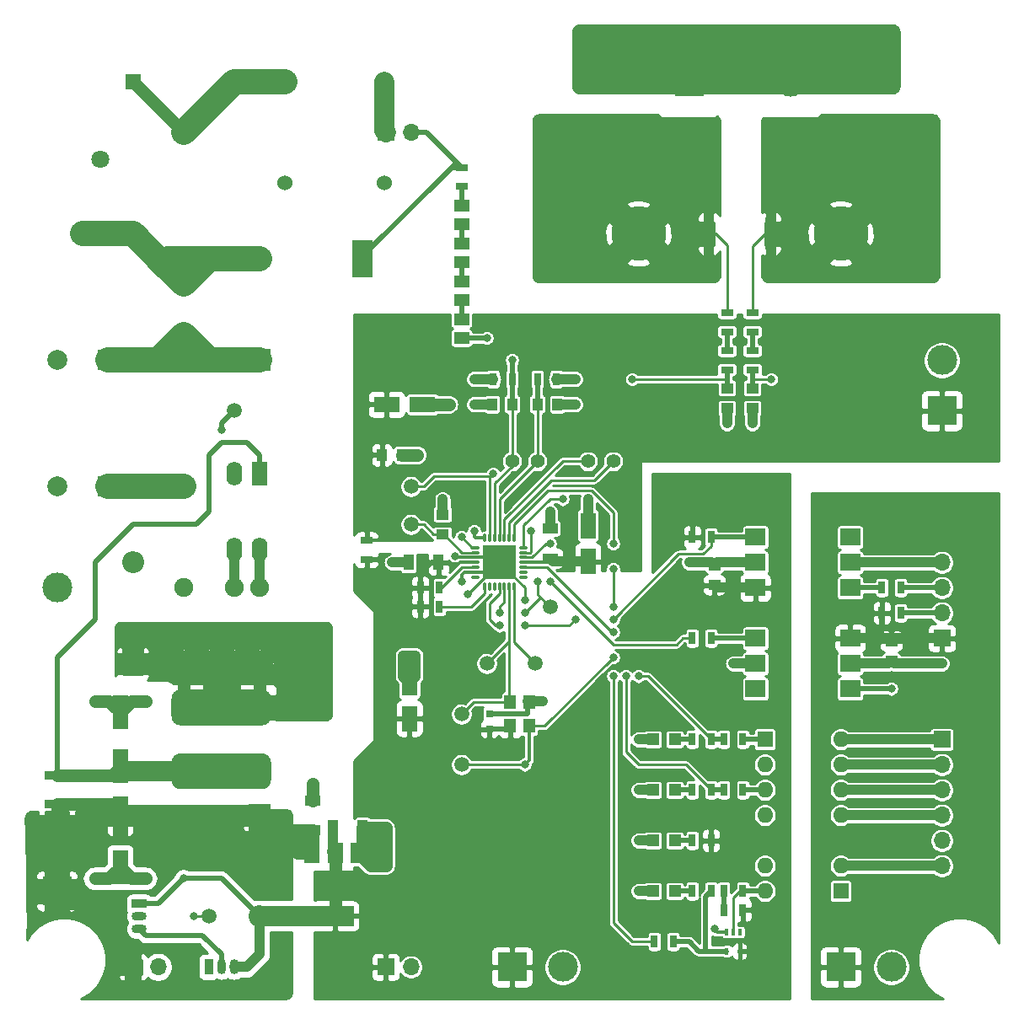
<source format=gbr>
%TF.GenerationSoftware,KiCad,Pcbnew,(5.1.6)-1*%
%TF.CreationDate,2020-06-29T23:41:48+02:00*%
%TF.ProjectId,EnergyMonitor,456e6572-6779-44d6-9f6e-69746f722e6b,1.0*%
%TF.SameCoordinates,Original*%
%TF.FileFunction,Copper,L1,Top*%
%TF.FilePolarity,Positive*%
%FSLAX46Y46*%
G04 Gerber Fmt 4.6, Leading zero omitted, Abs format (unit mm)*
G04 Created by KiCad (PCBNEW (5.1.6)-1) date 2020-06-29 23:41:48*
%MOMM*%
%LPD*%
G01*
G04 APERTURE LIST*
%TA.AperFunction,SMDPad,CuDef*%
%ADD10R,1.000000X3.200000*%
%TD*%
%TA.AperFunction,SMDPad,CuDef*%
%ADD11R,1.500000X1.200000*%
%TD*%
%TA.AperFunction,SMDPad,CuDef*%
%ADD12R,3.000000X3.000000*%
%TD*%
%TA.AperFunction,ComponentPad*%
%ADD13C,3.000000*%
%TD*%
%TA.AperFunction,ComponentPad*%
%ADD14R,1.700000X1.700000*%
%TD*%
%TA.AperFunction,ComponentPad*%
%ADD15O,1.700000X1.700000*%
%TD*%
%TA.AperFunction,SMDPad,CuDef*%
%ADD16R,1.500000X1.500000*%
%TD*%
%TA.AperFunction,SMDPad,CuDef*%
%ADD17R,0.700000X1.300000*%
%TD*%
%TA.AperFunction,SMDPad,CuDef*%
%ADD18C,1.500000*%
%TD*%
%TA.AperFunction,ComponentPad*%
%ADD19R,1.600000X1.600000*%
%TD*%
%TA.AperFunction,ComponentPad*%
%ADD20O,1.600000X1.600000*%
%TD*%
%TA.AperFunction,ComponentPad*%
%ADD21O,1.500000X0.900000*%
%TD*%
%TA.AperFunction,ComponentPad*%
%ADD22R,1.500000X0.900000*%
%TD*%
%TA.AperFunction,SMDPad,CuDef*%
%ADD23R,2.500000X0.900000*%
%TD*%
%TA.AperFunction,SMDPad,CuDef*%
%ADD24R,1.250000X1.000000*%
%TD*%
%TA.AperFunction,SMDPad,CuDef*%
%ADD25R,2.000000X1.780000*%
%TD*%
%TA.AperFunction,SMDPad,CuDef*%
%ADD26R,1.000000X1.250000*%
%TD*%
%TA.AperFunction,ComponentPad*%
%ADD27C,2.400000*%
%TD*%
%TA.AperFunction,ComponentPad*%
%ADD28O,2.400000X2.400000*%
%TD*%
%TA.AperFunction,ComponentPad*%
%ADD29R,2.000000X2.000000*%
%TD*%
%TA.AperFunction,ComponentPad*%
%ADD30C,2.000000*%
%TD*%
%TA.AperFunction,ComponentPad*%
%ADD31R,3.000000X3.000000*%
%TD*%
%TA.AperFunction,SMDPad,CuDef*%
%ADD32R,0.750000X0.800000*%
%TD*%
%TA.AperFunction,SMDPad,CuDef*%
%ADD33R,1.600000X3.500000*%
%TD*%
%TA.AperFunction,ComponentPad*%
%ADD34C,1.500000*%
%TD*%
%TA.AperFunction,SMDPad,CuDef*%
%ADD35R,1.200000X1.400000*%
%TD*%
%TA.AperFunction,SMDPad,CuDef*%
%ADD36O,0.300000X0.850000*%
%TD*%
%TA.AperFunction,SMDPad,CuDef*%
%ADD37O,0.850000X0.300000*%
%TD*%
%TA.AperFunction,SMDPad,CuDef*%
%ADD38R,1.675000X1.675000*%
%TD*%
%TA.AperFunction,SMDPad,CuDef*%
%ADD39R,3.800000X2.000000*%
%TD*%
%TA.AperFunction,SMDPad,CuDef*%
%ADD40R,1.500000X2.000000*%
%TD*%
%TA.AperFunction,ComponentPad*%
%ADD41C,1.905000*%
%TD*%
%TA.AperFunction,ComponentPad*%
%ADD42R,1.600000X2.400000*%
%TD*%
%TA.AperFunction,ComponentPad*%
%ADD43O,1.600000X2.400000*%
%TD*%
%TA.AperFunction,SMDPad,CuDef*%
%ADD44R,0.400000X0.650000*%
%TD*%
%TA.AperFunction,SMDPad,CuDef*%
%ADD45R,2.000000X3.800000*%
%TD*%
%TA.AperFunction,ComponentPad*%
%ADD46C,1.400000*%
%TD*%
%TA.AperFunction,SMDPad,CuDef*%
%ADD47R,1.300000X0.700000*%
%TD*%
%TA.AperFunction,ComponentPad*%
%ADD48C,1.800000*%
%TD*%
%TA.AperFunction,SMDPad,CuDef*%
%ADD49R,1.200000X1.200000*%
%TD*%
%TA.AperFunction,ComponentPad*%
%ADD50C,5.500000*%
%TD*%
%TA.AperFunction,ComponentPad*%
%ADD51C,1.524000*%
%TD*%
%TA.AperFunction,ComponentPad*%
%ADD52R,2.200000X2.200000*%
%TD*%
%TA.AperFunction,ComponentPad*%
%ADD53O,2.200000X2.200000*%
%TD*%
%TA.AperFunction,ComponentPad*%
%ADD54O,0.900000X1.500000*%
%TD*%
%TA.AperFunction,ComponentPad*%
%ADD55R,0.900000X1.500000*%
%TD*%
%TA.AperFunction,SMDPad,CuDef*%
%ADD56R,1.000000X1.600000*%
%TD*%
%TA.AperFunction,SMDPad,CuDef*%
%ADD57R,1.600000X2.600000*%
%TD*%
%TA.AperFunction,SMDPad,CuDef*%
%ADD58R,2.600000X1.600000*%
%TD*%
%TA.AperFunction,SMDPad,CuDef*%
%ADD59R,1.600000X1.000000*%
%TD*%
%TA.AperFunction,ViaPad*%
%ADD60C,0.800000*%
%TD*%
%TA.AperFunction,Conductor*%
%ADD61C,0.254000*%
%TD*%
%TA.AperFunction,Conductor*%
%ADD62C,0.508000*%
%TD*%
%TA.AperFunction,Conductor*%
%ADD63C,1.016000*%
%TD*%
%TA.AperFunction,Conductor*%
%ADD64C,1.270000*%
%TD*%
%TA.AperFunction,Conductor*%
%ADD65C,0.300000*%
%TD*%
%TA.AperFunction,Conductor*%
%ADD66C,2.000000*%
%TD*%
%TA.AperFunction,Conductor*%
%ADD67C,1.000000*%
%TD*%
%TA.AperFunction,Conductor*%
%ADD68C,2.540000*%
%TD*%
%TA.AperFunction,Conductor*%
%ADD69C,0.250000*%
%TD*%
G04 APERTURE END LIST*
D10*
%TO.P,R1,1*%
%TO.N,/Nin*%
X120560000Y-91260000D03*
%TO.P,R1,2*%
%TO.N,/Nout*%
X126760000Y-91260000D03*
%TD*%
D11*
%TO.P,R7,1*%
%TO.N,Net-(R6-Pad2)*%
X95720000Y-99835000D03*
%TO.P,R7,2*%
%TO.N,/V1+*%
X95720000Y-101735000D03*
%TD*%
%TO.P,R6,1*%
%TO.N,Net-(R5-Pad2)*%
X95720000Y-96025000D03*
%TO.P,R6,2*%
%TO.N,Net-(R6-Pad2)*%
X95720000Y-97925000D03*
%TD*%
%TO.P,R5,1*%
%TO.N,Net-(R4-Pad2)*%
X95720000Y-92215000D03*
%TO.P,R5,2*%
%TO.N,Net-(R5-Pad2)*%
X95720000Y-94115000D03*
%TD*%
%TO.P,R4,1*%
%TO.N,Net-(FB3-Pad2)*%
X95720000Y-88405000D03*
%TO.P,R4,2*%
%TO.N,Net-(R4-Pad2)*%
X95720000Y-90305000D03*
%TD*%
D12*
%TO.P,TP17,1*%
%TO.N,VCC*%
X133820000Y-164920000D03*
%TD*%
D13*
%TO.P,TP15,1*%
%TO.N,GND*%
X138900000Y-164920000D03*
%TD*%
D12*
%TO.P,TP1,1*%
%TO.N,/PSU 3V3 Referenced to mains/5V*%
X55080000Y-157300000D03*
%TD*%
%TO.P,TP10,1*%
%TO.N,+3.3VA*%
X143980000Y-109040000D03*
%TD*%
%TO.P,TP16,1*%
%TO.N,+3V3*%
X100800000Y-164920000D03*
%TD*%
D13*
%TO.P,TP13,1*%
%TO.N,GNDA*%
X143980000Y-103960000D03*
%TD*%
D14*
%TO.P,JP1,1*%
%TO.N,/Lio*%
X88100000Y-81100000D03*
D15*
%TO.P,JP1,2*%
%TO.N,/V+*%
X90640000Y-81100000D03*
%TD*%
D13*
%TO.P,TP18,1*%
%TO.N,GNDD*%
X105880000Y-164920000D03*
%TD*%
D16*
%TO.P,TP11,1*%
%TO.N,/L*%
X62700000Y-76020000D03*
%TD*%
D17*
%TO.P,R9,1*%
%TO.N,/V1-*%
X103345000Y-105865000D03*
%TO.P,R9,2*%
%TO.N,GNDA*%
X105245000Y-105865000D03*
%TD*%
D18*
%TO.P,TP2,1*%
%TO.N,~RESET*%
X95720000Y-144600000D03*
%TD*%
D17*
%TO.P,R12,1*%
%TO.N,+3V3*%
X118900000Y-121740000D03*
%TO.P,R12,2*%
%TO.N,/RX_MON*%
X120800000Y-121740000D03*
%TD*%
D19*
%TO.P,U6,1*%
%TO.N,/D3_P*%
X133820000Y-157300000D03*
D20*
%TO.P,U6,3*%
%TO.N,GNDD*%
X126200000Y-154760000D03*
%TO.P,U6,2*%
%TO.N,/D3_N*%
X133820000Y-154760000D03*
%TO.P,U6,4*%
%TO.N,/~DI3*%
X126200000Y-157300000D03*
%TD*%
D21*
%TO.P,Q1,2*%
%TO.N,/PSU 3V3 Referenced to mains/CrB*%
X63335000Y-159840000D03*
%TO.P,Q1,3*%
%TO.N,/PSU 3V3 Referenced to mains/CrG*%
X63335000Y-161110000D03*
D22*
%TO.P,Q1,1*%
%TO.N,+3V3*%
X63335000Y-158570000D03*
%TD*%
D23*
%TO.P,L2,1*%
%TO.N,/PSU 3V3 Referenced to mains/S+*%
X55080000Y-145690000D03*
%TO.P,L2,2*%
%TO.N,/PSU 3V3 Referenced to mains/5V*%
X55080000Y-148590000D03*
%TD*%
D17*
%TO.P,R23,1*%
%TO.N,/TX*%
X139850000Y-129360000D03*
%TO.P,R23,2*%
%TO.N,VCC*%
X137950000Y-129360000D03*
%TD*%
D24*
%TO.P,C13,1*%
%TO.N,GNDD*%
X121120000Y-124550000D03*
%TO.P,C13,2*%
%TO.N,+3V3*%
X121120000Y-126550000D03*
%TD*%
%TO.P,C15,1*%
%TO.N,GND*%
X138900000Y-134170000D03*
%TO.P,C15,2*%
%TO.N,VCC*%
X138900000Y-132170000D03*
%TD*%
D25*
%TO.P,U3,1*%
%TO.N,Net-(R22-Pad2)*%
X134775000Y-126820000D03*
%TO.P,U3,4*%
%TO.N,/RX_MON*%
X125245000Y-121740000D03*
%TO.P,U3,2*%
%TO.N,GND*%
X134775000Y-124280000D03*
%TO.P,U3,5*%
%TO.N,GNDD*%
X125245000Y-124280000D03*
%TO.P,U3,3*%
%TO.N,Net-(U3-Pad3)*%
X134775000Y-121740000D03*
%TO.P,U3,6*%
%TO.N,+3V3*%
X125245000Y-126820000D03*
%TD*%
%TO.P,U4,1*%
%TO.N,Net-(R13-Pad1)*%
X125245000Y-131900000D03*
%TO.P,U4,4*%
%TO.N,/TX*%
X134775000Y-136980000D03*
%TO.P,U4,2*%
%TO.N,GNDD*%
X125245000Y-134440000D03*
%TO.P,U4,5*%
%TO.N,GND*%
X134775000Y-134440000D03*
%TO.P,U4,3*%
%TO.N,Net-(U4-Pad3)*%
X125245000Y-136980000D03*
%TO.P,U4,6*%
%TO.N,VCC*%
X134775000Y-131900000D03*
%TD*%
D26*
%TO.P,C25,1*%
%TO.N,+3.3VA*%
X87735000Y-113485000D03*
%TO.P,C25,2*%
%TO.N,GNDA*%
X89735000Y-113485000D03*
%TD*%
D13*
%TO.P,TP12,1*%
%TO.N,/N*%
X55080000Y-126820000D03*
%TD*%
%TO.P,L1,2*%
%TO.N,/PSU 3V3 Referenced to mains/S+*%
%TA.AperFunction,SMDPad,CuDef*%
G36*
G01*
X66590000Y-146160000D02*
X66590000Y-144360000D01*
G75*
G02*
X67490000Y-143460000I900000J0D01*
G01*
X75690000Y-143460000D01*
G75*
G02*
X76590000Y-144360000I0J-900000D01*
G01*
X76590000Y-146160000D01*
G75*
G02*
X75690000Y-147060000I-900000J0D01*
G01*
X67490000Y-147060000D01*
G75*
G02*
X66590000Y-146160000I0J900000D01*
G01*
G37*
%TD.AperFunction*%
%TO.P,L1,1*%
%TO.N,/PSU 3V3 Referenced to mains/S*%
%TA.AperFunction,SMDPad,CuDef*%
G36*
G01*
X66590000Y-139760000D02*
X66590000Y-137960000D01*
G75*
G02*
X67490000Y-137060000I900000J0D01*
G01*
X75690000Y-137060000D01*
G75*
G02*
X76590000Y-137960000I0J-900000D01*
G01*
X76590000Y-139760000D01*
G75*
G02*
X75690000Y-140660000I-900000J0D01*
G01*
X67490000Y-140660000D01*
G75*
G02*
X66590000Y-139760000I0J900000D01*
G01*
G37*
%TD.AperFunction*%
%TD*%
D27*
%TO.P,RF1,1*%
%TO.N,/L*%
X67780000Y-81100000D03*
D28*
%TO.P,RF1,2*%
%TO.N,/PSU 3V3 Referenced to mains/LRF*%
X67780000Y-96340000D03*
%TD*%
D29*
%TO.P,C16,1*%
%TO.N,/PSU 3V3 Referenced to mains/LCC*%
X60160000Y-103960000D03*
D30*
%TO.P,C16,2*%
%TO.N,/N*%
X55160000Y-103960000D03*
%TD*%
D29*
%TO.P,C17,1*%
%TO.N,/PSU 3V3 Referenced to mains/D*%
X60160000Y-116660000D03*
D30*
%TO.P,C17,2*%
%TO.N,/N*%
X55160000Y-116660000D03*
%TD*%
D31*
%TO.P,J2,1*%
%TO.N,/Nout*%
X128740000Y-81100000D03*
D13*
%TO.P,J2,2*%
%TO.N,/Lio*%
X128740000Y-76020000D03*
%TD*%
D24*
%TO.P,C8,1*%
%TO.N,/VREF*%
X93815000Y-121470000D03*
%TO.P,C8,2*%
%TO.N,GNDA*%
X93815000Y-119470000D03*
%TD*%
D32*
%TO.P,C12,2*%
%TO.N,GNDD*%
X98514000Y-139520000D03*
%TO.P,C12,1*%
%TO.N,+3V3*%
X98514000Y-141020000D03*
%TD*%
D33*
%TO.P,C20,1*%
%TO.N,/PSU 3V3 Referenced to mains/5V*%
X61430000Y-149520000D03*
%TO.P,C20,2*%
%TO.N,/N*%
X61430000Y-154920000D03*
%TD*%
D34*
%TO.P,Y1,1*%
%TO.N,/OSCI*%
X98260000Y-134440000D03*
%TO.P,Y1,2*%
%TO.N,/OSCO*%
X103140000Y-134440000D03*
%TD*%
D35*
%TO.P,X1,1*%
%TO.N,~RESET*%
X102512000Y-140720000D03*
%TO.P,X1,2*%
%TO.N,GNDD*%
X102512000Y-138320000D03*
%TO.P,X1,3*%
%TO.N,/OSCI*%
X100612000Y-138320000D03*
%TO.P,X1,4*%
%TO.N,+3V3*%
X100612000Y-140720000D03*
%TD*%
D36*
%TO.P,U1,1*%
%TO.N,/MODE*%
X98030000Y-126730000D03*
%TO.P,U1,2*%
%TO.N,Net-(U1-Pad2)*%
X98530000Y-126730000D03*
%TO.P,U1,3*%
%TO.N,Net-(U1-Pad3)*%
X99030000Y-126730000D03*
%TO.P,U1,4*%
%TO.N,/RX_MON*%
X99530000Y-126730000D03*
%TO.P,U1,5*%
%TO.N,/COM*%
X100030000Y-126730000D03*
%TO.P,U1,6*%
%TO.N,/OSCI*%
X100530000Y-126730000D03*
%TO.P,U1,7*%
%TO.N,/OSCO*%
X101030000Y-126730000D03*
D37*
%TO.P,U1,8*%
%TO.N,Net-(U1-Pad8)*%
X101980000Y-125780000D03*
%TO.P,U1,9*%
%TO.N,Net-(U1-Pad9)*%
X101980000Y-125280000D03*
%TO.P,U1,10*%
%TO.N,~RESET*%
X101980000Y-124780000D03*
%TO.P,U1,11*%
%TO.N,+3.3VA*%
X101980000Y-124280000D03*
%TO.P,U1,12*%
%TO.N,/TX_MON*%
X101980000Y-123780000D03*
%TO.P,U1,13*%
%TO.N,/COM*%
X101980000Y-123280000D03*
%TO.P,U1,14*%
%TO.N,/DIO0*%
X101980000Y-122780000D03*
D36*
%TO.P,U1,15*%
%TO.N,/DIO1*%
X101030000Y-121830000D03*
%TO.P,U1,16*%
%TO.N,/I1+*%
X100530000Y-121830000D03*
%TO.P,U1,17*%
%TO.N,/I1-*%
X100030000Y-121830000D03*
%TO.P,U1,18*%
%TO.N,/V1-*%
X99530000Y-121830000D03*
%TO.P,U1,19*%
%TO.N,/V1+*%
X99030000Y-121830000D03*
%TO.P,U1,20*%
%TO.N,/TEMPIN*%
X98530000Y-121830000D03*
%TO.P,U1,21*%
%TO.N,GNDA*%
X98030000Y-121830000D03*
D37*
%TO.P,U1,22*%
%TO.N,/DIO3*%
X97080000Y-122780000D03*
%TO.P,U1,23*%
%TO.N,/VREF*%
X97080000Y-123280000D03*
%TO.P,U1,24*%
%TO.N,GNDD*%
X97080000Y-123780000D03*
%TO.P,U1,25*%
%TO.N,+3V3*%
X97080000Y-124280000D03*
%TO.P,U1,26*%
%TO.N,/~MCLR*%
X97080000Y-124780000D03*
%TO.P,U1,27*%
%TO.N,GNDD*%
X97080000Y-125280000D03*
%TO.P,U1,28*%
%TO.N,Net-(U1-Pad28)*%
X97080000Y-125780000D03*
D38*
%TO.P,U1,29*%
%TO.N,GNDD*%
X100367500Y-123442500D03*
X98692500Y-123442500D03*
X100367500Y-125117500D03*
X98692500Y-125117500D03*
%TD*%
D39*
%TO.P,U12,2*%
%TO.N,+3V3*%
X83020000Y-159790000D03*
D40*
X83020000Y-153490000D03*
%TO.P,U12,3*%
%TO.N,/PSU 3V3 Referenced to mains/5V*%
X80720000Y-153490000D03*
%TO.P,U12,1*%
%TO.N,GNDD*%
X85320000Y-153490000D03*
%TD*%
D41*
%TO.P,U10,1*%
%TO.N,/PSU 3V3 Referenced to mains/BP*%
X75400000Y-126820000D03*
%TO.P,U10,2*%
%TO.N,/PSU 3V3 Referenced to mains/FB*%
X72860000Y-126820000D03*
%TO.P,U10,4*%
%TO.N,/PSU 3V3 Referenced to mains/D*%
X67780000Y-126820000D03*
%TO.P,U10,5*%
%TO.N,/PSU 3V3 Referenced to mains/S*%
X67780000Y-134440000D03*
%TO.P,U10,6*%
X70320000Y-134440000D03*
%TO.P,U10,7*%
X72860000Y-134440000D03*
%TO.P,U10,8*%
X75400000Y-134440000D03*
%TD*%
D42*
%TO.P,U11,1*%
%TO.N,/PSU 3V3 Referenced to mains/S+*%
X75400000Y-115390000D03*
D43*
%TO.P,U11,3*%
%TO.N,/PSU 3V3 Referenced to mains/FB*%
X72860000Y-123010000D03*
%TO.P,U11,2*%
%TO.N,/PSU 3V3 Referenced to mains/Vz*%
X72860000Y-115390000D03*
%TO.P,U11,4*%
%TO.N,/PSU 3V3 Referenced to mains/BP*%
X75400000Y-123010000D03*
%TD*%
D19*
%TO.P,U5,1*%
%TO.N,/DO0*%
X126200000Y-142060000D03*
D20*
%TO.P,U5,5*%
%TO.N,/D1_N*%
X133820000Y-149680000D03*
%TO.P,U5,2*%
%TO.N,GNDD*%
X126200000Y-144600000D03*
%TO.P,U5,6*%
%TO.N,/D1_P*%
X133820000Y-147140000D03*
%TO.P,U5,3*%
%TO.N,/DO1*%
X126200000Y-147140000D03*
%TO.P,U5,7*%
%TO.N,/D0_N*%
X133820000Y-144600000D03*
%TO.P,U5,4*%
%TO.N,GNDD*%
X126200000Y-149680000D03*
%TO.P,U5,8*%
%TO.N,/D0_P*%
X133820000Y-142060000D03*
%TD*%
D44*
%TO.P,U7,1*%
%TO.N,N/C*%
X123675000Y-161430000D03*
%TO.P,U7,3*%
%TO.N,GNDD*%
X122375000Y-161430000D03*
%TO.P,U7,2*%
%TO.N,/~DI3*%
X123025000Y-161430000D03*
%TO.P,U7,4*%
%TO.N,Net-(R20-Pad2)*%
X122375000Y-163330000D03*
%TO.P,U7,5*%
%TO.N,+3V3*%
X123675000Y-163330000D03*
%TD*%
D18*
%TO.P,TP19,1*%
%TO.N,/PSU 3V3 Referenced to mains/Cr*%
X70320000Y-159840000D03*
%TD*%
%TO.P,TP14,1*%
%TO.N,/PSU 3V3 Referenced to mains/Vz*%
X72860000Y-109040000D03*
%TD*%
D45*
%TO.P,TP9,1*%
%TO.N,/V+*%
X85800000Y-93800000D03*
%TD*%
D18*
%TO.P,TP8,1*%
%TO.N,/VREF*%
X90640000Y-120470000D03*
%TD*%
%TO.P,TP7,1*%
%TO.N,/COM*%
X104610000Y-128725000D03*
%TD*%
D46*
%TO.P,TP6,1*%
%TO.N,/V1+*%
X100800000Y-114120000D03*
%TO.P,TP6,2*%
%TO.N,/V1-*%
X103340000Y-114120000D03*
%TD*%
%TO.P,TP5,1*%
%TO.N,/I1+*%
X110960000Y-114120000D03*
%TO.P,TP5,2*%
%TO.N,/I1-*%
X108420000Y-114120000D03*
%TD*%
D18*
%TO.P,TP4,1*%
%TO.N,/TEMPIN*%
X90640000Y-116660000D03*
%TD*%
%TO.P,TP3,1*%
%TO.N,/OSCI*%
X95720000Y-139520000D03*
%TD*%
D47*
%TO.P,R27,1*%
%TO.N,+3.3VA*%
X86195000Y-122060000D03*
%TO.P,R27,2*%
%TO.N,+3V3*%
X86195000Y-123960000D03*
%TD*%
D17*
%TO.P,R24,1*%
%TO.N,+3V3*%
X120800000Y-152220000D03*
%TO.P,R24,2*%
%TO.N,Net-(LD3-Pad2)*%
X118900000Y-152220000D03*
%TD*%
D27*
%TO.P,R25,1*%
%TO.N,/PSU 3V3 Referenced to mains/LCC*%
X67780000Y-101420000D03*
D28*
%TO.P,R25,2*%
%TO.N,/PSU 3V3 Referenced to mains/D*%
X67780000Y-116660000D03*
%TD*%
D17*
%TO.P,R22,1*%
%TO.N,/RX*%
X139850000Y-126820000D03*
%TO.P,R22,2*%
%TO.N,Net-(R22-Pad2)*%
X137950000Y-126820000D03*
%TD*%
%TO.P,R13,1*%
%TO.N,Net-(R13-Pad1)*%
X120800000Y-131900000D03*
%TO.P,R13,2*%
%TO.N,/TX_MON*%
X118900000Y-131900000D03*
%TD*%
%TO.P,R19,1*%
%TO.N,Net-(R18-Pad2)*%
X122075000Y-157300000D03*
%TO.P,R19,2*%
%TO.N,/~DI3*%
X123975000Y-157300000D03*
%TD*%
%TO.P,R21,1*%
%TO.N,/DI3L*%
X118900000Y-157300000D03*
%TO.P,R21,2*%
%TO.N,Net-(R20-Pad2)*%
X120800000Y-157300000D03*
%TD*%
%TO.P,R18,1*%
%TO.N,+3V3*%
X123975000Y-159205000D03*
%TO.P,R18,2*%
%TO.N,Net-(R18-Pad2)*%
X122075000Y-159205000D03*
%TD*%
%TO.P,R17,1*%
%TO.N,/DO1L*%
X118900000Y-147140000D03*
%TO.P,R17,2*%
%TO.N,/DIO1*%
X120800000Y-147140000D03*
%TD*%
%TO.P,R16,1*%
%TO.N,/DO1*%
X123975000Y-147140000D03*
%TO.P,R16,2*%
%TO.N,/DIO1*%
X122075000Y-147140000D03*
%TD*%
%TO.P,R15,1*%
%TO.N,/DO0L*%
X118900000Y-142060000D03*
%TO.P,R15,2*%
%TO.N,/DIO0*%
X120800000Y-142060000D03*
%TD*%
%TO.P,R14,1*%
%TO.N,/DO0*%
X123975000Y-142060000D03*
%TO.P,R14,2*%
%TO.N,/DIO0*%
X122075000Y-142060000D03*
%TD*%
%TO.P,R20,1*%
%TO.N,/DIO3*%
X115090000Y-162380000D03*
%TO.P,R20,2*%
%TO.N,Net-(R20-Pad2)*%
X116990000Y-162380000D03*
%TD*%
%TO.P,R11,1*%
%TO.N,+3V3*%
X91595000Y-128725000D03*
%TO.P,R11,2*%
%TO.N,/MODE*%
X93495000Y-128725000D03*
%TD*%
%TO.P,R10,1*%
%TO.N,+3V3*%
X91595000Y-126820000D03*
%TO.P,R10,2*%
%TO.N,/~MCLR*%
X93495000Y-126820000D03*
%TD*%
D47*
%TO.P,R3,1*%
%TO.N,/I1+*%
X124930000Y-104910000D03*
%TO.P,R3,2*%
%TO.N,Net-(FB2-Pad1)*%
X124930000Y-103010000D03*
%TD*%
%TO.P,R2,1*%
%TO.N,/I1-*%
X122390000Y-104910000D03*
%TO.P,R2,2*%
%TO.N,Net-(FB1-Pad1)*%
X122390000Y-103010000D03*
%TD*%
D17*
%TO.P,R8,1*%
%TO.N,/V1+*%
X100800000Y-105865000D03*
%TO.P,R8,2*%
%TO.N,GNDA*%
X98900000Y-105865000D03*
%TD*%
D48*
%TO.P,MOV1,1*%
%TO.N,/PSU 3V3 Referenced to mains/LRF*%
X57620000Y-91260000D03*
%TO.P,MOV1,2*%
%TO.N,/N*%
X59420000Y-83760000D03*
%TD*%
D49*
%TO.P,LD3,2*%
%TO.N,Net-(LD3-Pad2)*%
X117140000Y-152220000D03*
%TO.P,LD3,1*%
%TO.N,GNDD*%
X114940000Y-152220000D03*
%TD*%
%TO.P,LD2,2*%
%TO.N,/DO1L*%
X117140000Y-147140000D03*
%TO.P,LD2,1*%
%TO.N,GNDD*%
X114940000Y-147140000D03*
%TD*%
%TO.P,LD1,2*%
%TO.N,/DO0L*%
X117140000Y-142060000D03*
%TO.P,LD1,1*%
%TO.N,GNDD*%
X114940000Y-142060000D03*
%TD*%
%TO.P,LD4,2*%
%TO.N,/DI3L*%
X117140000Y-157300000D03*
%TO.P,LD4,1*%
%TO.N,GNDD*%
X114940000Y-157300000D03*
%TD*%
D14*
%TO.P,J7,1*%
%TO.N,+3V3*%
X88100000Y-164920000D03*
D15*
%TO.P,J7,2*%
%TO.N,GNDD*%
X90640000Y-164920000D03*
%TD*%
D14*
%TO.P,J6,1*%
%TO.N,/PSU 3V3 Referenced to mains/5V*%
X62700000Y-164920000D03*
D15*
%TO.P,J6,2*%
%TO.N,/N*%
X65240000Y-164920000D03*
%TD*%
D14*
%TO.P,J5,1*%
%TO.N,/D0_P*%
X143980000Y-142060000D03*
D15*
%TO.P,J5,2*%
%TO.N,/D0_N*%
X143980000Y-144600000D03*
%TO.P,J5,3*%
%TO.N,/D1_P*%
X143980000Y-147140000D03*
%TO.P,J5,4*%
%TO.N,/D1_N*%
X143980000Y-149680000D03*
%TO.P,J5,5*%
%TO.N,/D3_P*%
X143980000Y-152220000D03*
%TO.P,J5,6*%
%TO.N,/D3_N*%
X143980000Y-154760000D03*
%TD*%
D14*
%TO.P,J4,1*%
%TO.N,VCC*%
X143980000Y-131900000D03*
D15*
%TO.P,J4,2*%
%TO.N,/TX*%
X143980000Y-129360000D03*
%TO.P,J4,3*%
%TO.N,/RX*%
X143980000Y-126820000D03*
%TO.P,J4,4*%
%TO.N,GND*%
X143980000Y-124280000D03*
%TD*%
D31*
%TO.P,J1,1*%
%TO.N,/Lio*%
X118580000Y-76020000D03*
D13*
%TO.P,J1,2*%
%TO.N,/Nin*%
X118580000Y-81100000D03*
%TD*%
D50*
%TO.P,H1,1*%
%TO.N,/Nin*%
X113500000Y-91260000D03*
%TD*%
%TO.P,H2,1*%
%TO.N,/Nout*%
X133820000Y-91260000D03*
%TD*%
D51*
%TO.P,FB5,2*%
%TO.N,/N*%
X77940000Y-86180000D03*
%TO.P,FB5,1*%
%TO.N,/Nin*%
X87940000Y-86180000D03*
%TD*%
%TO.P,FB4,2*%
%TO.N,/L*%
X77940000Y-76020000D03*
%TO.P,FB4,1*%
%TO.N,/Lio*%
X87940000Y-76020000D03*
%TD*%
D47*
%TO.P,FB3,1*%
%TO.N,/V+*%
X95720000Y-84595000D03*
%TO.P,FB3,2*%
%TO.N,Net-(FB3-Pad2)*%
X95720000Y-86495000D03*
%TD*%
%TO.P,FB2,1*%
%TO.N,Net-(FB2-Pad1)*%
X124930000Y-101100000D03*
%TO.P,FB2,2*%
%TO.N,/Nout*%
X124930000Y-99200000D03*
%TD*%
%TO.P,FB1,1*%
%TO.N,Net-(FB1-Pad1)*%
X122390000Y-101100000D03*
%TO.P,FB1,2*%
%TO.N,/Nin*%
X122390000Y-99200000D03*
%TD*%
D52*
%TO.P,D3,1*%
%TO.N,/PSU 3V3 Referenced to mains/5V*%
X75400000Y-149680000D03*
D53*
%TO.P,D3,2*%
%TO.N,+3V3*%
X75400000Y-159840000D03*
%TD*%
D54*
%TO.P,D4,2*%
%TO.N,/PSU 3V3 Referenced to mains/CrG*%
X71590000Y-164920000D03*
%TO.P,D4,3*%
%TO.N,+3V3*%
X72860000Y-164920000D03*
D55*
%TO.P,D4,1*%
%TO.N,/N*%
X70320000Y-164920000D03*
%TD*%
D52*
%TO.P,D2,1*%
%TO.N,/PSU 3V3 Referenced to mains/S*%
X62700000Y-134440000D03*
D53*
%TO.P,D2,2*%
%TO.N,/N*%
X62700000Y-124280000D03*
%TD*%
D52*
%TO.P,D1,1*%
%TO.N,/PSU 3V3 Referenced to mains/LCC*%
X75400000Y-103960000D03*
D53*
%TO.P,D1,2*%
%TO.N,/PSU 3V3 Referenced to mains/LRF*%
X75400000Y-93800000D03*
%TD*%
D56*
%TO.P,C23,1*%
%TO.N,+3V3*%
X82790000Y-150950000D03*
%TO.P,C23,2*%
%TO.N,GNDD*%
X85790000Y-150950000D03*
%TD*%
D57*
%TO.P,C22,1*%
%TO.N,+3V3*%
X90475000Y-139975000D03*
%TO.P,C22,2*%
%TO.N,GNDD*%
X90475000Y-136375000D03*
%TD*%
D58*
%TO.P,C24,1*%
%TO.N,+3.3VA*%
X88205000Y-108405000D03*
%TO.P,C24,2*%
%TO.N,GNDA*%
X91805000Y-108405000D03*
%TD*%
D59*
%TO.P,C21,2*%
%TO.N,/N*%
X80734000Y-148180000D03*
%TO.P,C21,1*%
%TO.N,/PSU 3V3 Referenced to mains/5V*%
X80734000Y-151180000D03*
%TD*%
D33*
%TO.P,C19,1*%
%TO.N,/PSU 3V3 Referenced to mains/S+*%
X61430000Y-144760000D03*
%TO.P,C19,2*%
%TO.N,/N*%
X61430000Y-139360000D03*
%TD*%
D56*
%TO.P,C7,1*%
%TO.N,+3V3*%
X93410000Y-124280000D03*
%TO.P,C7,2*%
%TO.N,GNDD*%
X90410000Y-124280000D03*
%TD*%
D59*
%TO.P,C6,1*%
%TO.N,+3.3VA*%
X104610000Y-123875000D03*
%TO.P,C6,2*%
%TO.N,GNDA*%
X104610000Y-120875000D03*
%TD*%
D57*
%TO.P,C5,1*%
%TO.N,+3.3VA*%
X108420000Y-124175000D03*
%TO.P,C5,2*%
%TO.N,GNDA*%
X108420000Y-120575000D03*
%TD*%
D26*
%TO.P,C4,1*%
%TO.N,/V1-*%
X103340000Y-108405000D03*
%TO.P,C4,2*%
%TO.N,GNDA*%
X105340000Y-108405000D03*
%TD*%
D24*
%TO.P,C2,1*%
%TO.N,/I1+*%
X124930000Y-106770000D03*
%TO.P,C2,2*%
%TO.N,GNDA*%
X124930000Y-108770000D03*
%TD*%
D26*
%TO.P,C3,1*%
%TO.N,/V1+*%
X100800000Y-108405000D03*
%TO.P,C3,2*%
%TO.N,GNDA*%
X98800000Y-108405000D03*
%TD*%
D24*
%TO.P,C1,1*%
%TO.N,/I1-*%
X122390000Y-106770000D03*
%TO.P,C1,2*%
%TO.N,GNDA*%
X122390000Y-108770000D03*
%TD*%
D60*
%TO.N,/I1-*%
X112865000Y-105865000D03*
%TO.N,GNDA*%
X91275000Y-113485000D03*
X94450000Y-108405000D03*
X108420000Y-117930000D03*
X104610000Y-119200000D03*
X93815000Y-117930000D03*
X96990000Y-121105000D03*
X107150000Y-108405000D03*
X107150000Y-105865000D03*
X96990000Y-105865000D03*
X124930000Y-110310000D03*
X122390000Y-110310000D03*
X96990000Y-108405000D03*
%TO.N,/V1+*%
X98260000Y-101735000D03*
X100800000Y-103960000D03*
%TO.N,/I1+*%
X126835000Y-105865000D03*
%TO.N,+3.3VA*%
X98895000Y-112215000D03*
%TO.N,+3V3*%
X124930000Y-163650000D03*
X67780000Y-156030000D03*
X104610000Y-150315000D03*
%TO.N,GNDD*%
X95720000Y-126185000D03*
X123025000Y-134440000D03*
X118580000Y-124280000D03*
X121120000Y-161110000D03*
X113500000Y-147140000D03*
X113500000Y-152220000D03*
X113500000Y-142060000D03*
X91110000Y-133625000D03*
X89840000Y-133625000D03*
X88735000Y-124280000D03*
X95085000Y-123645000D03*
X103913000Y-138208000D03*
X102070000Y-128090000D03*
X96355000Y-127455000D03*
X113500000Y-157300000D03*
X88100000Y-150950000D03*
X88100000Y-152220000D03*
X88100000Y-153490000D03*
X88100000Y-154760000D03*
%TO.N,/TEMPIN*%
X98895000Y-115390000D03*
%TO.N,GND*%
X143980000Y-134440000D03*
%TO.N,/N*%
X58890000Y-138250000D03*
X58890000Y-156030000D03*
X63970000Y-138250000D03*
X63970000Y-156030000D03*
X80734000Y-146505000D03*
%TO.N,/PSU 3V3 Referenced to mains/Vz*%
X71590000Y-110945000D03*
%TO.N,/Nin*%
X105880000Y-81100000D03*
X108420000Y-81100000D03*
X105880000Y-83640000D03*
X110960000Y-86180000D03*
X118580000Y-86180000D03*
X116040000Y-86180000D03*
X113500000Y-86180000D03*
X110960000Y-83640000D03*
X108420000Y-83640000D03*
X110960000Y-81100000D03*
X105880000Y-86180000D03*
X108420000Y-86180000D03*
X118580000Y-88720000D03*
X118580000Y-93800000D03*
X105880000Y-88720000D03*
X105880000Y-91260000D03*
X105880000Y-93800000D03*
X108420000Y-93800000D03*
%TO.N,/Nout*%
X136360000Y-86180000D03*
X136360000Y-83640000D03*
X133820000Y-86180000D03*
X141440000Y-81100000D03*
X138900000Y-81100000D03*
X138900000Y-83640000D03*
X141440000Y-83640000D03*
X141440000Y-86180000D03*
X138900000Y-86180000D03*
X136360000Y-81100000D03*
X131280000Y-86180000D03*
X128740000Y-86180000D03*
X128740000Y-93800000D03*
X128740000Y-88720000D03*
X138900000Y-93800000D03*
X141440000Y-93800000D03*
X141440000Y-91260000D03*
X141440000Y-88720000D03*
%TO.N,/TX*%
X138900000Y-136980000D03*
%TO.N,~RESET*%
X110960000Y-133805000D03*
X110960000Y-131265000D03*
X102070000Y-144600000D03*
%TO.N,/DIO3*%
X95720000Y-121740000D03*
X110960000Y-135710000D03*
%TO.N,/DIO0*%
X105880000Y-117930000D03*
X113500000Y-135710000D03*
%TO.N,/DIO1*%
X112230000Y-135710000D03*
X110960000Y-128725000D03*
X110960000Y-124915000D03*
X110960000Y-122375000D03*
%TO.N,/TX_MON*%
X104610000Y-126185000D03*
X104610000Y-122375000D03*
%TO.N,/PSU 3V3 Referenced to mains/Cr*%
X68796000Y-159840000D03*
%TO.N,/COM*%
X103340000Y-126185000D03*
X102705000Y-121105000D03*
X99530000Y-129360000D03*
X102070000Y-129360000D03*
%TO.N,/RX_MON*%
X102070000Y-130630000D03*
X99530000Y-130630000D03*
X110960000Y-129995000D03*
X107150000Y-129995000D03*
%TD*%
D61*
%TO.N,/I1-*%
X100030000Y-119970000D02*
X105880000Y-114120000D01*
X100030000Y-121830000D02*
X100030000Y-119970000D01*
X122390000Y-105865000D02*
X112865000Y-105865000D01*
D62*
X122390000Y-105865000D02*
X122390000Y-106770000D01*
X122390000Y-104910000D02*
X122390000Y-105865000D01*
D61*
X105880000Y-114120000D02*
X108420000Y-114120000D01*
X112865000Y-105865000D02*
X112865000Y-105865000D01*
D63*
%TO.N,GNDA*%
X93815000Y-117930000D02*
X93815000Y-119470000D01*
X104610000Y-120875000D02*
X104610000Y-119200000D01*
X108420000Y-120575000D02*
X108420000Y-117930000D01*
X124930000Y-110310000D02*
X124930000Y-108770000D01*
X122390000Y-110310000D02*
X122390000Y-108770000D01*
X107150000Y-105865000D02*
X105245000Y-105865000D01*
X107150000Y-108405000D02*
X105340000Y-108405000D01*
X96990000Y-108405000D02*
X98800000Y-108405000D01*
X96990000Y-105865000D02*
X98900000Y-105865000D01*
D64*
X94450000Y-108405000D02*
X91805000Y-108405000D01*
X91275000Y-113485000D02*
X89735000Y-113485000D01*
D65*
X97080000Y-121830000D02*
X96990000Y-121740000D01*
X98030000Y-121830000D02*
X97080000Y-121830000D01*
X96990000Y-121105000D02*
X96990000Y-121740000D01*
D61*
%TO.N,/V1+*%
X99030000Y-116330962D02*
X100800000Y-114560962D01*
X100800000Y-114560962D02*
X100800000Y-114120000D01*
X99030000Y-121830000D02*
X99030000Y-116330962D01*
D62*
X100800000Y-108405000D02*
X100800000Y-105865000D01*
D61*
X100800000Y-114120000D02*
X100800000Y-108405000D01*
D62*
X95720000Y-101735000D02*
X98260000Y-101735000D01*
X100800000Y-105865000D02*
X100800000Y-103960000D01*
D61*
%TO.N,/I1+*%
X126835000Y-105865000D02*
X124930000Y-105865000D01*
D62*
X124930000Y-104910000D02*
X124930000Y-105865000D01*
X124930000Y-105865000D02*
X124930000Y-106770000D01*
D61*
X100530000Y-121830000D02*
X100530000Y-120232000D01*
X100530000Y-120232000D02*
X104737000Y-116025000D01*
X109055000Y-116025000D02*
X110960000Y-114120000D01*
X104737000Y-116025000D02*
X109055000Y-116025000D01*
%TO.N,/V1-*%
X99530000Y-117930000D02*
X103340000Y-114120000D01*
X99530000Y-121830000D02*
X99530000Y-117930000D01*
D62*
X103345000Y-108400000D02*
X103340000Y-108405000D01*
X103345000Y-105865000D02*
X103345000Y-108400000D01*
D61*
X103340000Y-114120000D02*
X103340000Y-108405000D01*
D65*
%TO.N,+3.3VA*%
X104205000Y-124280000D02*
X104610000Y-123875000D01*
X101980000Y-124280000D02*
X104205000Y-124280000D01*
D63*
X104910000Y-124175000D02*
X104610000Y-123875000D01*
X108420000Y-124175000D02*
X104910000Y-124175000D01*
D62*
%TO.N,+3V3*%
X100312000Y-141020000D02*
X100612000Y-140720000D01*
X98514000Y-141020000D02*
X100312000Y-141020000D01*
D63*
X121390000Y-126820000D02*
X121120000Y-126550000D01*
X125245000Y-126820000D02*
X121390000Y-126820000D01*
D64*
X82790000Y-153260000D02*
X83020000Y-153490000D01*
D63*
X82790000Y-150950000D02*
X82790000Y-153260000D01*
D64*
X83020000Y-153490000D02*
X83020000Y-159790000D01*
D63*
X72860000Y-164920000D02*
X74130000Y-164920000D01*
X75400000Y-163650000D02*
X75400000Y-159840000D01*
X74130000Y-164920000D02*
X75400000Y-163650000D01*
D62*
X65240000Y-158570000D02*
X67780000Y-156030000D01*
X63335000Y-158570000D02*
X65240000Y-158570000D01*
X71590000Y-156030000D02*
X75400000Y-159840000D01*
X67780000Y-156030000D02*
X71590000Y-156030000D01*
D66*
X75450000Y-159790000D02*
X75400000Y-159840000D01*
X83020000Y-159790000D02*
X75450000Y-159790000D01*
D65*
X124610000Y-163330000D02*
X124930000Y-163650000D01*
X123675000Y-163330000D02*
X124610000Y-163330000D01*
D62*
X93410000Y-124280000D02*
X92720000Y-124280000D01*
X91595000Y-125405000D02*
X91595000Y-126820000D01*
X92720000Y-124280000D02*
X91595000Y-125405000D01*
D65*
X93525001Y-124395001D02*
X93410000Y-124280000D01*
X95445001Y-124395001D02*
X93525001Y-124395001D01*
X95560002Y-124280000D02*
X95445001Y-124395001D01*
X97080000Y-124280000D02*
X95560002Y-124280000D01*
D61*
%TO.N,GNDD*%
X102397000Y-138208000D02*
X102384000Y-138221000D01*
D67*
X103913000Y-138208000D02*
X102397000Y-138208000D01*
X90475000Y-134260000D02*
X89840000Y-133625000D01*
X90475000Y-134260000D02*
X91110000Y-133625000D01*
X90475000Y-136375000D02*
X90475000Y-134260000D01*
X89840000Y-133625000D02*
X91110000Y-133625000D01*
X89840000Y-135740000D02*
X90475000Y-136375000D01*
X89840000Y-133625000D02*
X89840000Y-135740000D01*
X91110000Y-135740000D02*
X90475000Y-136375000D01*
X91110000Y-133625000D02*
X91110000Y-134260000D01*
X91110000Y-134260000D02*
X91110000Y-135740000D01*
D65*
X98749500Y-123535500D02*
X99087000Y-123198000D01*
X98924500Y-125035500D02*
X99087000Y-124873000D01*
X99087000Y-123198000D02*
X100762000Y-123198000D01*
D61*
X100762000Y-124873000D02*
X99087000Y-124873000D01*
D65*
X99087000Y-123198000D02*
X99530000Y-124280000D01*
X100762000Y-123198000D02*
X100762000Y-124873000D01*
D62*
X102324000Y-138508000D02*
X102512000Y-138320000D01*
X98514000Y-139520000D02*
X102324000Y-139520000D01*
X102324000Y-139520000D02*
X102324000Y-138508000D01*
D63*
X121390000Y-124280000D02*
X121120000Y-124550000D01*
X125245000Y-124280000D02*
X121390000Y-124280000D01*
D64*
X85790000Y-153020000D02*
X85320000Y-153490000D01*
X88100000Y-152220000D02*
X86020000Y-152220000D01*
X86020000Y-152220000D02*
X85790000Y-152450000D01*
X85790000Y-150950000D02*
X85790000Y-152450000D01*
X85790000Y-152450000D02*
X85790000Y-153020000D01*
X88100000Y-150950000D02*
X85790000Y-150950000D01*
X88100000Y-153490000D02*
X85320000Y-153490000D01*
X86590000Y-154760000D02*
X85320000Y-153490000D01*
X88100000Y-154760000D02*
X86590000Y-154760000D01*
X88100000Y-154760000D02*
X88100000Y-153490000D01*
X88100000Y-153490000D02*
X88100000Y-152220000D01*
X88100000Y-152220000D02*
X88100000Y-150950000D01*
D65*
X121440000Y-161430000D02*
X121120000Y-161110000D01*
X122375000Y-161430000D02*
X121440000Y-161430000D01*
D63*
X123025000Y-134440000D02*
X125245000Y-134440000D01*
X120850000Y-124280000D02*
X121120000Y-124550000D01*
X118580000Y-124280000D02*
X120850000Y-124280000D01*
X113500000Y-142060000D02*
X114940000Y-142060000D01*
X113500000Y-147140000D02*
X114940000Y-147140000D01*
X113500000Y-152220000D02*
X114940000Y-152220000D01*
X113500000Y-157300000D02*
X114940000Y-157300000D01*
D61*
X98530000Y-125280000D02*
X98692500Y-125117500D01*
D65*
X97080000Y-125280000D02*
X98530000Y-125280000D01*
D61*
X98355000Y-123780000D02*
X98692500Y-123442500D01*
D65*
X97080000Y-123780000D02*
X98355000Y-123780000D01*
X95990000Y-125280000D02*
X95720000Y-125550000D01*
X97080000Y-125280000D02*
X95990000Y-125280000D01*
D63*
X88735000Y-124280000D02*
X90410000Y-124280000D01*
D61*
X96355000Y-127455000D02*
X98692500Y-125117500D01*
D65*
X99530000Y-124280000D02*
X99087000Y-124873000D01*
X95720000Y-125550000D02*
X95720000Y-126185000D01*
D61*
X102070000Y-126820000D02*
X100367500Y-125117500D01*
X102070000Y-126820000D02*
X102070000Y-128090000D01*
D65*
X95220000Y-123780000D02*
X95085000Y-123645000D01*
X97080000Y-123780000D02*
X95220000Y-123780000D01*
D61*
%TO.N,/VREF*%
X93956000Y-121470000D02*
X93815000Y-121470000D01*
X92910000Y-121470000D02*
X91910000Y-120470000D01*
X91910000Y-120470000D02*
X90640000Y-120470000D01*
X93985962Y-121470000D02*
X93815000Y-121470000D01*
X95795962Y-123280000D02*
X93985962Y-121470000D01*
X97080000Y-123280000D02*
X95795962Y-123280000D01*
X93815000Y-121470000D02*
X92910000Y-121470000D01*
%TO.N,/TEMPIN*%
X98895000Y-115390000D02*
X98768000Y-115390000D01*
X98768000Y-115390000D02*
X98514000Y-115644000D01*
X92926000Y-115644000D02*
X91910000Y-116660000D01*
X98514000Y-115644000D02*
X92926000Y-115644000D01*
X98530000Y-115755000D02*
X98895000Y-115390000D01*
X98530000Y-121830000D02*
X98530000Y-115755000D01*
X91910000Y-116660000D02*
X90640000Y-116660000D01*
D63*
%TO.N,GND*%
X143980000Y-124280000D02*
X134775000Y-124280000D01*
X138630000Y-134440000D02*
X138900000Y-134170000D01*
X134775000Y-134440000D02*
X138630000Y-134440000D01*
X139170000Y-134440000D02*
X138900000Y-134170000D01*
X143980000Y-134440000D02*
X139170000Y-134440000D01*
%TO.N,VCC*%
X138900000Y-132170000D02*
X138900000Y-131900000D01*
X143980000Y-131900000D02*
X138900000Y-131900000D01*
D62*
X137950000Y-131580000D02*
X137630000Y-131900000D01*
X137950000Y-129360000D02*
X137950000Y-131580000D01*
D63*
X138900000Y-131900000D02*
X137630000Y-131900000D01*
X137630000Y-131900000D02*
X134775000Y-131900000D01*
D61*
%TO.N,/OSCI*%
X100924500Y-138007500D02*
X100612000Y-138320000D01*
X96920000Y-138320000D02*
X95720000Y-139520000D01*
X100612000Y-138320000D02*
X96920000Y-138320000D01*
X100530000Y-132170000D02*
X98260000Y-134440000D01*
X100530000Y-126730000D02*
X100530000Y-132170000D01*
X100530000Y-138238000D02*
X100612000Y-138320000D01*
X100530000Y-132170000D02*
X100530000Y-138238000D01*
D63*
%TO.N,/PSU 3V3 Referenced to mains/BP*%
X75400000Y-126820000D02*
X75400000Y-123010000D01*
D68*
%TO.N,/PSU 3V3 Referenced to mains/S*%
X75400000Y-134440000D02*
X72860000Y-134440000D01*
X72860000Y-134440000D02*
X70320000Y-134440000D01*
X70320000Y-134440000D02*
X67780000Y-134440000D01*
D64*
X67780000Y-134440000D02*
X67780000Y-138860000D01*
X75400000Y-134440000D02*
X75400000Y-138860000D01*
X67780000Y-134440000D02*
X62700000Y-134440000D01*
X70320000Y-134440000D02*
X70320000Y-138250000D01*
X72860000Y-134440000D02*
X72860000Y-138250000D01*
D63*
%TO.N,/PSU 3V3 Referenced to mains/5V*%
X60500000Y-148590000D02*
X61430000Y-149520000D01*
D64*
X55080000Y-148590000D02*
X60500000Y-148590000D01*
X80734000Y-153476000D02*
X80720000Y-153490000D01*
X61590000Y-149680000D02*
X61430000Y-149520000D01*
D66*
X75400000Y-149680000D02*
X61590000Y-149680000D01*
D64*
X80720000Y-153490000D02*
X79210000Y-153490000D01*
X78734000Y-152266000D02*
X78360000Y-152640000D01*
X80734000Y-152266000D02*
X78734000Y-152266000D01*
X80734000Y-151180000D02*
X80734000Y-152266000D01*
X80734000Y-152266000D02*
X80734000Y-153476000D01*
X78360000Y-152640000D02*
X75400000Y-149680000D01*
X79210000Y-153490000D02*
X78360000Y-152640000D01*
X77820000Y-151180000D02*
X77820000Y-150820000D01*
X80734000Y-151180000D02*
X77820000Y-151180000D01*
X76680000Y-149680000D02*
X75400000Y-149680000D01*
X77820000Y-150820000D02*
X76680000Y-149680000D01*
X55080000Y-148590000D02*
X55080000Y-157300000D01*
X56350000Y-158570000D02*
X55080000Y-157300000D01*
X59525000Y-158570000D02*
X56350000Y-158570000D01*
X60795000Y-159840000D02*
X59525000Y-158570000D01*
X62700000Y-164920000D02*
X60795000Y-163015000D01*
X60795000Y-163015000D02*
X60795000Y-159840000D01*
%TO.N,/N*%
X62540000Y-138250000D02*
X61430000Y-139360000D01*
X63970000Y-138250000D02*
X62540000Y-138250000D01*
X60320000Y-138250000D02*
X61430000Y-139360000D01*
X58890000Y-138250000D02*
X60320000Y-138250000D01*
X62540000Y-156030000D02*
X61430000Y-154920000D01*
X63970000Y-156030000D02*
X62540000Y-156030000D01*
X60320000Y-156030000D02*
X61430000Y-154920000D01*
X58890000Y-156030000D02*
X60320000Y-156030000D01*
X80734000Y-148180000D02*
X80734000Y-146505000D01*
D61*
%TO.N,/OSCO*%
X101030000Y-132330000D02*
X103140000Y-134440000D01*
X101030000Y-126730000D02*
X101030000Y-132330000D01*
D68*
%TO.N,/PSU 3V3 Referenced to mains/LCC*%
X70320000Y-103960000D02*
X67780000Y-101420000D01*
X75400000Y-103960000D02*
X70320000Y-103960000D01*
X65240000Y-103960000D02*
X67780000Y-101420000D01*
X60160000Y-103960000D02*
X65240000Y-103960000D01*
X75400000Y-103960000D02*
X60160000Y-103960000D01*
%TO.N,/PSU 3V3 Referenced to mains/LRF*%
X70320000Y-93800000D02*
X67780000Y-96340000D01*
X75400000Y-93800000D02*
X70320000Y-93800000D01*
X57620000Y-91260000D02*
X62700000Y-91260000D01*
X66200000Y-93800000D02*
X65720000Y-94280000D01*
X75400000Y-93800000D02*
X66200000Y-93800000D01*
X62700000Y-91260000D02*
X65720000Y-94280000D01*
X65720000Y-94280000D02*
X67780000Y-96340000D01*
D62*
%TO.N,/PSU 3V3 Referenced to mains/CrG*%
X71590000Y-163662000D02*
X69673000Y-161745000D01*
X71590000Y-164920000D02*
X71590000Y-163662000D01*
X63970000Y-161745000D02*
X63335000Y-161110000D01*
X69673000Y-161745000D02*
X63970000Y-161745000D01*
%TO.N,/PSU 3V3 Referenced to mains/Vz*%
X71590000Y-110310000D02*
X72860000Y-109040000D01*
X71590000Y-110945000D02*
X71590000Y-110310000D01*
%TO.N,Net-(FB1-Pad1)*%
X122390000Y-101100000D02*
X122390000Y-103010000D01*
%TO.N,Net-(FB2-Pad1)*%
X124930000Y-101100000D02*
X124930000Y-103010000D01*
%TO.N,/V+*%
X90640000Y-81100000D02*
X92225000Y-81100000D01*
X85800000Y-93800000D02*
X85800000Y-93560000D01*
X92225000Y-81100000D02*
X95242500Y-84117500D01*
X95242500Y-84117500D02*
X95720000Y-84595000D01*
X95720000Y-84595000D02*
X94765000Y-84595000D01*
X85800000Y-93560000D02*
X94450000Y-84910000D01*
X94765000Y-84595000D02*
X94450000Y-84910000D01*
X94450000Y-84910000D02*
X95242500Y-84117500D01*
D68*
%TO.N,/L*%
X72860000Y-76020000D02*
X67780000Y-81100000D01*
X77940000Y-76020000D02*
X72860000Y-76020000D01*
D64*
X67780000Y-81100000D02*
X62700000Y-76020000D01*
D66*
%TO.N,/Lio*%
X87940000Y-80940000D02*
X88100000Y-81100000D01*
X87940000Y-76020000D02*
X87940000Y-80940000D01*
D68*
X118580000Y-76020000D02*
X128740000Y-76020000D01*
D69*
%TO.N,/Nin*%
X122390000Y-92390000D02*
X122390000Y-99200000D01*
X120560000Y-91260000D02*
X121260000Y-91260000D01*
X121260000Y-91260000D02*
X122390000Y-92390000D01*
%TO.N,/Nout*%
X126760000Y-91260000D02*
X126210000Y-91260000D01*
X124930000Y-92540000D02*
X124930000Y-99200000D01*
X126210000Y-91260000D02*
X124930000Y-92540000D01*
D62*
%TO.N,/TX*%
X139850000Y-129360000D02*
X143980000Y-129360000D01*
X138900000Y-136980000D02*
X134775000Y-136980000D01*
%TO.N,/RX*%
X139850000Y-126820000D02*
X143980000Y-126820000D01*
D63*
%TO.N,/D0_P*%
X133820000Y-142060000D02*
X143980000Y-142060000D01*
%TO.N,/D0_N*%
X143980000Y-144600000D02*
X133820000Y-144600000D01*
%TO.N,/D1_P*%
X133820000Y-147140000D02*
X143980000Y-147140000D01*
%TO.N,/D1_N*%
X143980000Y-149680000D02*
X133820000Y-149680000D01*
%TO.N,/D3_N*%
X143980000Y-154760000D02*
X133820000Y-154760000D01*
D62*
%TO.N,/DI3L*%
X117140000Y-157300000D02*
X118900000Y-157300000D01*
%TO.N,/DO0L*%
X117140000Y-142060000D02*
X118900000Y-142060000D01*
%TO.N,/DO1L*%
X117140000Y-147140000D02*
X118900000Y-147140000D01*
%TO.N,Net-(R4-Pad2)*%
X95720000Y-92215000D02*
X95720000Y-90305000D01*
%TO.N,Net-(R5-Pad2)*%
X95720000Y-96025000D02*
X95720000Y-94115000D01*
%TO.N,Net-(R6-Pad2)*%
X95720000Y-99835000D02*
X95720000Y-97925000D01*
D61*
%TO.N,~RESET*%
X101980000Y-124780000D02*
X104334118Y-124780000D01*
X95720000Y-144600000D02*
X102070000Y-144600000D01*
D65*
X102512000Y-144158000D02*
X102070000Y-144600000D01*
X102512000Y-140720000D02*
X102512000Y-144158000D01*
D61*
X110819118Y-131265000D02*
X104334118Y-124780000D01*
X110960000Y-131265000D02*
X110819118Y-131265000D01*
X102512000Y-140720000D02*
X104045000Y-140720000D01*
X104045000Y-140720000D02*
X110960000Y-133805000D01*
%TO.N,/~MCLR*%
X93694596Y-126820000D02*
X93495000Y-126820000D01*
X95734596Y-124780000D02*
X93694596Y-126820000D01*
X97080000Y-124780000D02*
X95734596Y-124780000D01*
%TO.N,/MODE*%
X98030000Y-127409000D02*
X96714000Y-128725000D01*
X96714000Y-128725000D02*
X93495000Y-128725000D01*
X98030000Y-126730000D02*
X98030000Y-127409000D01*
%TO.N,/DIO3*%
X96760000Y-122780000D02*
X95720000Y-121740000D01*
X97080000Y-122780000D02*
X96760000Y-122780000D01*
X110960000Y-135710000D02*
X110960000Y-160475000D01*
X112865000Y-162380000D02*
X115090000Y-162380000D01*
X110960000Y-160475000D02*
X112865000Y-162380000D01*
D62*
%TO.N,Net-(R20-Pad2)*%
X118580000Y-162380000D02*
X116990000Y-162380000D01*
X119530000Y-163330000D02*
X118580000Y-162380000D01*
X120265999Y-163234001D02*
X120170000Y-163330000D01*
X120265999Y-157834001D02*
X120265999Y-163234001D01*
X120800000Y-157300000D02*
X120265999Y-157834001D01*
X122375000Y-163330000D02*
X120170000Y-163330000D01*
X120170000Y-163330000D02*
X119530000Y-163330000D01*
%TO.N,/DO0*%
X123975000Y-142060000D02*
X126200000Y-142060000D01*
%TO.N,/DIO0*%
X120800000Y-142060000D02*
X122075000Y-142060000D01*
D61*
X114450000Y-135710000D02*
X120800000Y-142060000D01*
X113500000Y-135710000D02*
X114450000Y-135710000D01*
X101977999Y-121453961D02*
X101977999Y-120562001D01*
X101980000Y-122780000D02*
X101980000Y-121455962D01*
X101980000Y-121455962D02*
X101977999Y-121453961D01*
X104610000Y-117930000D02*
X105880000Y-117930000D01*
X101977999Y-120562001D02*
X104610000Y-117930000D01*
D62*
%TO.N,/DO1*%
X123975000Y-147140000D02*
X126200000Y-147140000D01*
%TO.N,/DIO1*%
X120800000Y-147140000D02*
X122075000Y-147140000D01*
D61*
X120800000Y-147140000D02*
X118260000Y-144600000D01*
X118260000Y-144600000D02*
X113500000Y-144600000D01*
X113500000Y-144600000D02*
X112230000Y-143330000D01*
X112230000Y-143330000D02*
X112230000Y-135710000D01*
X110960000Y-128725000D02*
X110960000Y-124915000D01*
X110960000Y-119289118D02*
X110960000Y-122375000D01*
X108765872Y-117094990D02*
X110960000Y-119289118D01*
X104365510Y-117094990D02*
X108765872Y-117094990D01*
X101030000Y-121830000D02*
X101030000Y-120430500D01*
X101030000Y-120430500D02*
X104365510Y-117094990D01*
D62*
%TO.N,Net-(R18-Pad2)*%
X122075000Y-157300000D02*
X122075000Y-159205000D01*
%TO.N,/~DI3*%
X126200000Y-157300000D02*
X123975000Y-157300000D01*
D61*
X123660000Y-157300000D02*
X123975000Y-157300000D01*
X123025000Y-161430000D02*
X123025000Y-157935000D01*
X123025000Y-157935000D02*
X123660000Y-157300000D01*
D62*
%TO.N,Net-(R13-Pad1)*%
X120800000Y-131900000D02*
X125245000Y-131900000D01*
D61*
%TO.N,/TX_MON*%
X104221398Y-122375000D02*
X104610000Y-122375000D01*
X102816398Y-123780000D02*
X104221398Y-122375000D01*
X101980000Y-123780000D02*
X102816398Y-123780000D01*
X117310000Y-132535000D02*
X117945000Y-131900000D01*
X104610000Y-126185000D02*
X110960000Y-132535000D01*
X117945000Y-131900000D02*
X118900000Y-131900000D01*
X110960000Y-132535000D02*
X117310000Y-132535000D01*
D62*
%TO.N,Net-(R22-Pad2)*%
X137950000Y-126820000D02*
X134775000Y-126820000D01*
D68*
%TO.N,/PSU 3V3 Referenced to mains/D*%
X67780000Y-116660000D02*
X60160000Y-116660000D01*
D61*
%TO.N,/PSU 3V3 Referenced to mains/Cr*%
X70320000Y-159840000D02*
X68796000Y-159840000D01*
%TO.N,/COM*%
X100030000Y-126730000D02*
X100030000Y-128225000D01*
X100030000Y-128225000D02*
X99530000Y-128725000D01*
X103340000Y-126185000D02*
X103340000Y-127455000D01*
X104610000Y-128725000D02*
X103657500Y-127772500D01*
X103657500Y-127772500D02*
X103340000Y-127455000D01*
X99530000Y-128725000D02*
X99530000Y-129360000D01*
X102070000Y-129360000D02*
X103657500Y-127772500D01*
X102732010Y-121132010D02*
X102705000Y-121105000D01*
X102732010Y-123206990D02*
X102732010Y-121132010D01*
X102659000Y-123280000D02*
X102732010Y-123206990D01*
X101980000Y-123280000D02*
X102659000Y-123280000D01*
D63*
%TO.N,/PSU 3V3 Referenced to mains/FB*%
X72860000Y-123010000D02*
X72860000Y-126820000D01*
D62*
%TO.N,/RX_MON*%
X120800000Y-121740000D02*
X125245000Y-121740000D01*
D61*
X99149000Y-130630000D02*
X99530000Y-130630000D01*
X98514000Y-129995000D02*
X99149000Y-130630000D01*
X119999010Y-123444990D02*
X117510010Y-123444990D01*
X120800000Y-121740000D02*
X120800000Y-122644000D01*
X120800000Y-122644000D02*
X119999010Y-123444990D01*
X117510010Y-123444990D02*
X110960000Y-129995000D01*
X98514000Y-128425000D02*
X98514000Y-129995000D01*
X99530000Y-126730000D02*
X99530000Y-127409000D01*
X99530000Y-127409000D02*
X98514000Y-128425000D01*
X106515000Y-130630000D02*
X107150000Y-129995000D01*
X102070000Y-130630000D02*
X106515000Y-130630000D01*
D63*
%TO.N,/PSU 3V3 Referenced to mains/S+*%
X60500000Y-145690000D02*
X61430000Y-144760000D01*
D64*
X55080000Y-145690000D02*
X60500000Y-145690000D01*
X61930000Y-145260000D02*
X61430000Y-144760000D01*
D66*
X71590000Y-145260000D02*
X61930000Y-145260000D01*
D62*
X74130000Y-112215000D02*
X75400000Y-113485000D01*
X70320000Y-119200000D02*
X70320000Y-113485000D01*
X75400000Y-113485000D02*
X75400000Y-115390000D01*
X69050000Y-120470000D02*
X70320000Y-119200000D01*
X55080000Y-145690000D02*
X55080000Y-133805000D01*
X71590000Y-112215000D02*
X74130000Y-112215000D01*
X58890000Y-129995000D02*
X58890000Y-124280000D01*
X58890000Y-124280000D02*
X62700000Y-120470000D01*
X70320000Y-113485000D02*
X71590000Y-112215000D01*
X55080000Y-133805000D02*
X58890000Y-129995000D01*
X62700000Y-120470000D02*
X69050000Y-120470000D01*
%TO.N,Net-(FB3-Pad2)*%
X95720000Y-88405000D02*
X95720000Y-86495000D01*
%TO.N,Net-(LD3-Pad2)*%
X117140000Y-152220000D02*
X118900000Y-152220000D01*
%TD*%
D61*
%TO.N,/PSU 3V3 Referenced to mains/S*%
G36*
X82188451Y-130343403D02*
G01*
X82319960Y-130389419D01*
X82437930Y-130463545D01*
X82536455Y-130562070D01*
X82610581Y-130680040D01*
X82656597Y-130811549D01*
X82673000Y-130957128D01*
X82673000Y-139442872D01*
X82656597Y-139588451D01*
X82610581Y-139719960D01*
X82536455Y-139837930D01*
X82437930Y-139936455D01*
X82319960Y-140010581D01*
X82188451Y-140056597D01*
X82042872Y-140073000D01*
X77136250Y-140073000D01*
X77066250Y-140003000D01*
X72733000Y-140003000D01*
X72733000Y-140023000D01*
X70447000Y-140023000D01*
X70447000Y-140003000D01*
X70427000Y-140003000D01*
X70427000Y-137717000D01*
X70447000Y-137717000D01*
X70447000Y-136583750D01*
X72733000Y-136583750D01*
X72733000Y-137717000D01*
X77066250Y-137717000D01*
X77225000Y-137558250D01*
X77228072Y-137060000D01*
X77215812Y-136935518D01*
X77179502Y-136815820D01*
X77120537Y-136705506D01*
X77041185Y-136608815D01*
X76944494Y-136529463D01*
X76834180Y-136470498D01*
X76714482Y-136434188D01*
X76590000Y-136421928D01*
X72891750Y-136425000D01*
X72733000Y-136583750D01*
X70447000Y-136583750D01*
X70288250Y-136425000D01*
X66748460Y-136422060D01*
X66743908Y-136414815D01*
X66726177Y-136392580D01*
X66607420Y-136273823D01*
X66585185Y-136256092D01*
X66442981Y-136166739D01*
X66417358Y-136154400D01*
X66258836Y-136098931D01*
X66231110Y-136092603D01*
X66064219Y-136073799D01*
X66050000Y-136073000D01*
X64150368Y-136073000D01*
X64246104Y-135996209D01*
X64326534Y-135900413D01*
X64351495Y-135854946D01*
X67532487Y-135854946D01*
X67645533Y-136029503D01*
X67914467Y-136029503D01*
X68027513Y-135854946D01*
X70072487Y-135854946D01*
X70185533Y-136029503D01*
X70454467Y-136029503D01*
X70567513Y-135854946D01*
X72612487Y-135854946D01*
X72725533Y-136029503D01*
X72994467Y-136029503D01*
X73107513Y-135854946D01*
X75152487Y-135854946D01*
X75265533Y-136029503D01*
X75534467Y-136029503D01*
X75647513Y-135854946D01*
X75400000Y-135607433D01*
X75152487Y-135854946D01*
X73107513Y-135854946D01*
X72860000Y-135607433D01*
X72612487Y-135854946D01*
X70567513Y-135854946D01*
X70320000Y-135607433D01*
X70072487Y-135854946D01*
X68027513Y-135854946D01*
X67780000Y-135607433D01*
X67532487Y-135854946D01*
X64351495Y-135854946D01*
X64386730Y-135790766D01*
X64424378Y-135671482D01*
X64435000Y-135571750D01*
X64276250Y-135413000D01*
X63673000Y-135413000D01*
X63673000Y-135540000D01*
X61727000Y-135540000D01*
X61727000Y-135413000D01*
X61123750Y-135413000D01*
X60965000Y-135571750D01*
X60975622Y-135671482D01*
X60992440Y-135724768D01*
X60989419Y-135719960D01*
X60943403Y-135588451D01*
X60927000Y-135442872D01*
X60927000Y-134305533D01*
X66190497Y-134305533D01*
X66190497Y-134574467D01*
X66365054Y-134687513D01*
X66612567Y-134440000D01*
X66478100Y-134305533D01*
X68730497Y-134305533D01*
X68730497Y-134574467D01*
X68905054Y-134687513D01*
X69050000Y-134542567D01*
X69194946Y-134687513D01*
X69369503Y-134574467D01*
X69369503Y-134305533D01*
X71270497Y-134305533D01*
X71270497Y-134574467D01*
X71445054Y-134687513D01*
X71590000Y-134542567D01*
X71734946Y-134687513D01*
X71909503Y-134574467D01*
X71909503Y-134305533D01*
X73810497Y-134305533D01*
X73810497Y-134574467D01*
X73985054Y-134687513D01*
X74130000Y-134542567D01*
X74274946Y-134687513D01*
X74449503Y-134574467D01*
X74449503Y-134440000D01*
X76567433Y-134440000D01*
X76814946Y-134687513D01*
X76989503Y-134574467D01*
X76989503Y-134305533D01*
X76814946Y-134192487D01*
X76567433Y-134440000D01*
X74449503Y-134440000D01*
X74449503Y-134305533D01*
X74274946Y-134192487D01*
X74130000Y-134337433D01*
X73985054Y-134192487D01*
X73810497Y-134305533D01*
X71909503Y-134305533D01*
X71734946Y-134192487D01*
X71590000Y-134337433D01*
X71445054Y-134192487D01*
X71270497Y-134305533D01*
X69369503Y-134305533D01*
X69194946Y-134192487D01*
X69050000Y-134337433D01*
X68905054Y-134192487D01*
X68730497Y-134305533D01*
X66478100Y-134305533D01*
X66365054Y-134192487D01*
X66190497Y-134305533D01*
X60927000Y-134305533D01*
X60927000Y-133308250D01*
X60965000Y-133308250D01*
X61123750Y-133467000D01*
X61727000Y-133467000D01*
X61727000Y-132863750D01*
X63673000Y-132863750D01*
X63673000Y-133467000D01*
X64276250Y-133467000D01*
X64435000Y-133308250D01*
X64424378Y-133208518D01*
X64386730Y-133089234D01*
X64351496Y-133025054D01*
X67532487Y-133025054D01*
X67780000Y-133272567D01*
X68027513Y-133025054D01*
X70072487Y-133025054D01*
X70320000Y-133272567D01*
X70567513Y-133025054D01*
X72612487Y-133025054D01*
X72860000Y-133272567D01*
X73107513Y-133025054D01*
X75152487Y-133025054D01*
X75400000Y-133272567D01*
X75647513Y-133025054D01*
X75534467Y-132850497D01*
X75265533Y-132850497D01*
X75152487Y-133025054D01*
X73107513Y-133025054D01*
X72994467Y-132850497D01*
X72725533Y-132850497D01*
X72612487Y-133025054D01*
X70567513Y-133025054D01*
X70454467Y-132850497D01*
X70185533Y-132850497D01*
X70072487Y-133025054D01*
X68027513Y-133025054D01*
X67914467Y-132850497D01*
X67645533Y-132850497D01*
X67532487Y-133025054D01*
X64351496Y-133025054D01*
X64326534Y-132979587D01*
X64246104Y-132883791D01*
X64148530Y-132805526D01*
X64037563Y-132747801D01*
X63917466Y-132712834D01*
X63831750Y-132705000D01*
X63673000Y-132863750D01*
X61727000Y-132863750D01*
X61568250Y-132705000D01*
X61482534Y-132712834D01*
X61362437Y-132747801D01*
X61251470Y-132805526D01*
X61153896Y-132883791D01*
X61073466Y-132979587D01*
X61013270Y-133089234D01*
X60975622Y-133208518D01*
X60965000Y-133308250D01*
X60927000Y-133308250D01*
X60927000Y-130957128D01*
X60943403Y-130811549D01*
X60989419Y-130680040D01*
X61063545Y-130562070D01*
X61162070Y-130463545D01*
X61280040Y-130389419D01*
X61411549Y-130343403D01*
X61557128Y-130327000D01*
X82042872Y-130327000D01*
X82188451Y-130343403D01*
G37*
X82188451Y-130343403D02*
X82319960Y-130389419D01*
X82437930Y-130463545D01*
X82536455Y-130562070D01*
X82610581Y-130680040D01*
X82656597Y-130811549D01*
X82673000Y-130957128D01*
X82673000Y-139442872D01*
X82656597Y-139588451D01*
X82610581Y-139719960D01*
X82536455Y-139837930D01*
X82437930Y-139936455D01*
X82319960Y-140010581D01*
X82188451Y-140056597D01*
X82042872Y-140073000D01*
X77136250Y-140073000D01*
X77066250Y-140003000D01*
X72733000Y-140003000D01*
X72733000Y-140023000D01*
X70447000Y-140023000D01*
X70447000Y-140003000D01*
X70427000Y-140003000D01*
X70427000Y-137717000D01*
X70447000Y-137717000D01*
X70447000Y-136583750D01*
X72733000Y-136583750D01*
X72733000Y-137717000D01*
X77066250Y-137717000D01*
X77225000Y-137558250D01*
X77228072Y-137060000D01*
X77215812Y-136935518D01*
X77179502Y-136815820D01*
X77120537Y-136705506D01*
X77041185Y-136608815D01*
X76944494Y-136529463D01*
X76834180Y-136470498D01*
X76714482Y-136434188D01*
X76590000Y-136421928D01*
X72891750Y-136425000D01*
X72733000Y-136583750D01*
X70447000Y-136583750D01*
X70288250Y-136425000D01*
X66748460Y-136422060D01*
X66743908Y-136414815D01*
X66726177Y-136392580D01*
X66607420Y-136273823D01*
X66585185Y-136256092D01*
X66442981Y-136166739D01*
X66417358Y-136154400D01*
X66258836Y-136098931D01*
X66231110Y-136092603D01*
X66064219Y-136073799D01*
X66050000Y-136073000D01*
X64150368Y-136073000D01*
X64246104Y-135996209D01*
X64326534Y-135900413D01*
X64351495Y-135854946D01*
X67532487Y-135854946D01*
X67645533Y-136029503D01*
X67914467Y-136029503D01*
X68027513Y-135854946D01*
X70072487Y-135854946D01*
X70185533Y-136029503D01*
X70454467Y-136029503D01*
X70567513Y-135854946D01*
X72612487Y-135854946D01*
X72725533Y-136029503D01*
X72994467Y-136029503D01*
X73107513Y-135854946D01*
X75152487Y-135854946D01*
X75265533Y-136029503D01*
X75534467Y-136029503D01*
X75647513Y-135854946D01*
X75400000Y-135607433D01*
X75152487Y-135854946D01*
X73107513Y-135854946D01*
X72860000Y-135607433D01*
X72612487Y-135854946D01*
X70567513Y-135854946D01*
X70320000Y-135607433D01*
X70072487Y-135854946D01*
X68027513Y-135854946D01*
X67780000Y-135607433D01*
X67532487Y-135854946D01*
X64351495Y-135854946D01*
X64386730Y-135790766D01*
X64424378Y-135671482D01*
X64435000Y-135571750D01*
X64276250Y-135413000D01*
X63673000Y-135413000D01*
X63673000Y-135540000D01*
X61727000Y-135540000D01*
X61727000Y-135413000D01*
X61123750Y-135413000D01*
X60965000Y-135571750D01*
X60975622Y-135671482D01*
X60992440Y-135724768D01*
X60989419Y-135719960D01*
X60943403Y-135588451D01*
X60927000Y-135442872D01*
X60927000Y-134305533D01*
X66190497Y-134305533D01*
X66190497Y-134574467D01*
X66365054Y-134687513D01*
X66612567Y-134440000D01*
X66478100Y-134305533D01*
X68730497Y-134305533D01*
X68730497Y-134574467D01*
X68905054Y-134687513D01*
X69050000Y-134542567D01*
X69194946Y-134687513D01*
X69369503Y-134574467D01*
X69369503Y-134305533D01*
X71270497Y-134305533D01*
X71270497Y-134574467D01*
X71445054Y-134687513D01*
X71590000Y-134542567D01*
X71734946Y-134687513D01*
X71909503Y-134574467D01*
X71909503Y-134305533D01*
X73810497Y-134305533D01*
X73810497Y-134574467D01*
X73985054Y-134687513D01*
X74130000Y-134542567D01*
X74274946Y-134687513D01*
X74449503Y-134574467D01*
X74449503Y-134440000D01*
X76567433Y-134440000D01*
X76814946Y-134687513D01*
X76989503Y-134574467D01*
X76989503Y-134305533D01*
X76814946Y-134192487D01*
X76567433Y-134440000D01*
X74449503Y-134440000D01*
X74449503Y-134305533D01*
X74274946Y-134192487D01*
X74130000Y-134337433D01*
X73985054Y-134192487D01*
X73810497Y-134305533D01*
X71909503Y-134305533D01*
X71734946Y-134192487D01*
X71590000Y-134337433D01*
X71445054Y-134192487D01*
X71270497Y-134305533D01*
X69369503Y-134305533D01*
X69194946Y-134192487D01*
X69050000Y-134337433D01*
X68905054Y-134192487D01*
X68730497Y-134305533D01*
X66478100Y-134305533D01*
X66365054Y-134192487D01*
X66190497Y-134305533D01*
X60927000Y-134305533D01*
X60927000Y-133308250D01*
X60965000Y-133308250D01*
X61123750Y-133467000D01*
X61727000Y-133467000D01*
X61727000Y-132863750D01*
X63673000Y-132863750D01*
X63673000Y-133467000D01*
X64276250Y-133467000D01*
X64435000Y-133308250D01*
X64424378Y-133208518D01*
X64386730Y-133089234D01*
X64351496Y-133025054D01*
X67532487Y-133025054D01*
X67780000Y-133272567D01*
X68027513Y-133025054D01*
X70072487Y-133025054D01*
X70320000Y-133272567D01*
X70567513Y-133025054D01*
X72612487Y-133025054D01*
X72860000Y-133272567D01*
X73107513Y-133025054D01*
X75152487Y-133025054D01*
X75400000Y-133272567D01*
X75647513Y-133025054D01*
X75534467Y-132850497D01*
X75265533Y-132850497D01*
X75152487Y-133025054D01*
X73107513Y-133025054D01*
X72994467Y-132850497D01*
X72725533Y-132850497D01*
X72612487Y-133025054D01*
X70567513Y-133025054D01*
X70454467Y-132850497D01*
X70185533Y-132850497D01*
X70072487Y-133025054D01*
X68027513Y-133025054D01*
X67914467Y-132850497D01*
X67645533Y-132850497D01*
X67532487Y-133025054D01*
X64351496Y-133025054D01*
X64326534Y-132979587D01*
X64246104Y-132883791D01*
X64148530Y-132805526D01*
X64037563Y-132747801D01*
X63917466Y-132712834D01*
X63831750Y-132705000D01*
X63673000Y-132863750D01*
X61727000Y-132863750D01*
X61568250Y-132705000D01*
X61482534Y-132712834D01*
X61362437Y-132747801D01*
X61251470Y-132805526D01*
X61153896Y-132883791D01*
X61073466Y-132979587D01*
X61013270Y-133089234D01*
X60975622Y-133208518D01*
X60965000Y-133308250D01*
X60927000Y-133308250D01*
X60927000Y-130957128D01*
X60943403Y-130811549D01*
X60989419Y-130680040D01*
X61063545Y-130562070D01*
X61162070Y-130463545D01*
X61280040Y-130389419D01*
X61411549Y-130343403D01*
X61557128Y-130327000D01*
X82042872Y-130327000D01*
X82188451Y-130343403D01*
%TO.N,VCC*%
G36*
X149673000Y-162504565D02*
G01*
X149545919Y-162197765D01*
X149083326Y-161505444D01*
X148494556Y-160916674D01*
X147802235Y-160454081D01*
X147032971Y-160135441D01*
X146216323Y-159973000D01*
X145383677Y-159973000D01*
X144567029Y-160135441D01*
X143797765Y-160454081D01*
X143105444Y-160916674D01*
X142516674Y-161505444D01*
X142054081Y-162197765D01*
X141735441Y-162967029D01*
X141573000Y-163783677D01*
X141573000Y-164616323D01*
X141735441Y-165432971D01*
X142054081Y-166202235D01*
X142516674Y-166894556D01*
X143105444Y-167483326D01*
X143797765Y-167945919D01*
X144104565Y-168073000D01*
X130927000Y-168073000D01*
X130927000Y-166420000D01*
X131681928Y-166420000D01*
X131694188Y-166544482D01*
X131730498Y-166664180D01*
X131789463Y-166774494D01*
X131868815Y-166871185D01*
X131965506Y-166950537D01*
X132075820Y-167009502D01*
X132195518Y-167045812D01*
X132320000Y-167058072D01*
X133534250Y-167055000D01*
X133693000Y-166896250D01*
X133693000Y-165047000D01*
X133947000Y-165047000D01*
X133947000Y-166896250D01*
X134105750Y-167055000D01*
X135320000Y-167058072D01*
X135444482Y-167045812D01*
X135564180Y-167009502D01*
X135674494Y-166950537D01*
X135771185Y-166871185D01*
X135850537Y-166774494D01*
X135909502Y-166664180D01*
X135945812Y-166544482D01*
X135958072Y-166420000D01*
X135955000Y-165205750D01*
X135796250Y-165047000D01*
X133947000Y-165047000D01*
X133693000Y-165047000D01*
X131843750Y-165047000D01*
X131685000Y-165205750D01*
X131681928Y-166420000D01*
X130927000Y-166420000D01*
X130927000Y-163420000D01*
X131681928Y-163420000D01*
X131685000Y-164634250D01*
X131843750Y-164793000D01*
X133693000Y-164793000D01*
X133693000Y-162943750D01*
X133947000Y-162943750D01*
X133947000Y-164793000D01*
X135796250Y-164793000D01*
X135854512Y-164734738D01*
X137019000Y-164734738D01*
X137019000Y-165105262D01*
X137091286Y-165468667D01*
X137233080Y-165810987D01*
X137438932Y-166119067D01*
X137700933Y-166381068D01*
X138009013Y-166586920D01*
X138351333Y-166728714D01*
X138714738Y-166801000D01*
X139085262Y-166801000D01*
X139448667Y-166728714D01*
X139790987Y-166586920D01*
X140099067Y-166381068D01*
X140361068Y-166119067D01*
X140566920Y-165810987D01*
X140708714Y-165468667D01*
X140781000Y-165105262D01*
X140781000Y-164734738D01*
X140708714Y-164371333D01*
X140566920Y-164029013D01*
X140361068Y-163720933D01*
X140099067Y-163458932D01*
X139790987Y-163253080D01*
X139448667Y-163111286D01*
X139085262Y-163039000D01*
X138714738Y-163039000D01*
X138351333Y-163111286D01*
X138009013Y-163253080D01*
X137700933Y-163458932D01*
X137438932Y-163720933D01*
X137233080Y-164029013D01*
X137091286Y-164371333D01*
X137019000Y-164734738D01*
X135854512Y-164734738D01*
X135955000Y-164634250D01*
X135958072Y-163420000D01*
X135945812Y-163295518D01*
X135909502Y-163175820D01*
X135850537Y-163065506D01*
X135771185Y-162968815D01*
X135674494Y-162889463D01*
X135564180Y-162830498D01*
X135444482Y-162794188D01*
X135320000Y-162781928D01*
X134105750Y-162785000D01*
X133947000Y-162943750D01*
X133693000Y-162943750D01*
X133534250Y-162785000D01*
X132320000Y-162781928D01*
X132195518Y-162794188D01*
X132075820Y-162830498D01*
X131965506Y-162889463D01*
X131868815Y-162968815D01*
X131789463Y-163065506D01*
X131730498Y-163175820D01*
X131694188Y-163295518D01*
X131681928Y-163420000D01*
X130927000Y-163420000D01*
X130927000Y-156500000D01*
X132637157Y-156500000D01*
X132637157Y-158100000D01*
X132644513Y-158174689D01*
X132666299Y-158246508D01*
X132701678Y-158312696D01*
X132749289Y-158370711D01*
X132807304Y-158418322D01*
X132873492Y-158453701D01*
X132945311Y-158475487D01*
X133020000Y-158482843D01*
X134620000Y-158482843D01*
X134694689Y-158475487D01*
X134766508Y-158453701D01*
X134832696Y-158418322D01*
X134890711Y-158370711D01*
X134938322Y-158312696D01*
X134973701Y-158246508D01*
X134995487Y-158174689D01*
X135002843Y-158100000D01*
X135002843Y-156500000D01*
X134995487Y-156425311D01*
X134973701Y-156353492D01*
X134938322Y-156287304D01*
X134890711Y-156229289D01*
X134832696Y-156181678D01*
X134766508Y-156146299D01*
X134694689Y-156124513D01*
X134620000Y-156117157D01*
X133020000Y-156117157D01*
X132945311Y-156124513D01*
X132873492Y-156146299D01*
X132807304Y-156181678D01*
X132749289Y-156229289D01*
X132701678Y-156287304D01*
X132666299Y-156353492D01*
X132644513Y-156425311D01*
X132637157Y-156500000D01*
X130927000Y-156500000D01*
X130927000Y-154643682D01*
X132639000Y-154643682D01*
X132639000Y-154876318D01*
X132684386Y-155104485D01*
X132773412Y-155319413D01*
X132902658Y-155512843D01*
X133067157Y-155677342D01*
X133260587Y-155806588D01*
X133475515Y-155895614D01*
X133703682Y-155941000D01*
X133936318Y-155941000D01*
X134164485Y-155895614D01*
X134379413Y-155806588D01*
X134572843Y-155677342D01*
X134601185Y-155649000D01*
X143128103Y-155649000D01*
X143195283Y-155716180D01*
X143396903Y-155850898D01*
X143620931Y-155943693D01*
X143858757Y-155991000D01*
X144101243Y-155991000D01*
X144339069Y-155943693D01*
X144563097Y-155850898D01*
X144764717Y-155716180D01*
X144936180Y-155544717D01*
X145070898Y-155343097D01*
X145163693Y-155119069D01*
X145211000Y-154881243D01*
X145211000Y-154638757D01*
X145163693Y-154400931D01*
X145070898Y-154176903D01*
X144936180Y-153975283D01*
X144764717Y-153803820D01*
X144563097Y-153669102D01*
X144339069Y-153576307D01*
X144101243Y-153529000D01*
X143858757Y-153529000D01*
X143620931Y-153576307D01*
X143396903Y-153669102D01*
X143195283Y-153803820D01*
X143128103Y-153871000D01*
X134601185Y-153871000D01*
X134572843Y-153842658D01*
X134379413Y-153713412D01*
X134164485Y-153624386D01*
X133936318Y-153579000D01*
X133703682Y-153579000D01*
X133475515Y-153624386D01*
X133260587Y-153713412D01*
X133067157Y-153842658D01*
X132902658Y-154007157D01*
X132773412Y-154200587D01*
X132684386Y-154415515D01*
X132639000Y-154643682D01*
X130927000Y-154643682D01*
X130927000Y-152098757D01*
X142749000Y-152098757D01*
X142749000Y-152341243D01*
X142796307Y-152579069D01*
X142889102Y-152803097D01*
X143023820Y-153004717D01*
X143195283Y-153176180D01*
X143396903Y-153310898D01*
X143620931Y-153403693D01*
X143858757Y-153451000D01*
X144101243Y-153451000D01*
X144339069Y-153403693D01*
X144563097Y-153310898D01*
X144764717Y-153176180D01*
X144936180Y-153004717D01*
X145070898Y-152803097D01*
X145163693Y-152579069D01*
X145211000Y-152341243D01*
X145211000Y-152098757D01*
X145163693Y-151860931D01*
X145070898Y-151636903D01*
X144936180Y-151435283D01*
X144764717Y-151263820D01*
X144563097Y-151129102D01*
X144339069Y-151036307D01*
X144101243Y-150989000D01*
X143858757Y-150989000D01*
X143620931Y-151036307D01*
X143396903Y-151129102D01*
X143195283Y-151263820D01*
X143023820Y-151435283D01*
X142889102Y-151636903D01*
X142796307Y-151860931D01*
X142749000Y-152098757D01*
X130927000Y-152098757D01*
X130927000Y-149563682D01*
X132639000Y-149563682D01*
X132639000Y-149796318D01*
X132684386Y-150024485D01*
X132773412Y-150239413D01*
X132902658Y-150432843D01*
X133067157Y-150597342D01*
X133260587Y-150726588D01*
X133475515Y-150815614D01*
X133703682Y-150861000D01*
X133936318Y-150861000D01*
X134164485Y-150815614D01*
X134379413Y-150726588D01*
X134572843Y-150597342D01*
X134601185Y-150569000D01*
X143128103Y-150569000D01*
X143195283Y-150636180D01*
X143396903Y-150770898D01*
X143620931Y-150863693D01*
X143858757Y-150911000D01*
X144101243Y-150911000D01*
X144339069Y-150863693D01*
X144563097Y-150770898D01*
X144764717Y-150636180D01*
X144936180Y-150464717D01*
X145070898Y-150263097D01*
X145163693Y-150039069D01*
X145211000Y-149801243D01*
X145211000Y-149558757D01*
X145163693Y-149320931D01*
X145070898Y-149096903D01*
X144936180Y-148895283D01*
X144764717Y-148723820D01*
X144563097Y-148589102D01*
X144339069Y-148496307D01*
X144101243Y-148449000D01*
X143858757Y-148449000D01*
X143620931Y-148496307D01*
X143396903Y-148589102D01*
X143195283Y-148723820D01*
X143128103Y-148791000D01*
X134601185Y-148791000D01*
X134572843Y-148762658D01*
X134379413Y-148633412D01*
X134164485Y-148544386D01*
X133936318Y-148499000D01*
X133703682Y-148499000D01*
X133475515Y-148544386D01*
X133260587Y-148633412D01*
X133067157Y-148762658D01*
X132902658Y-148927157D01*
X132773412Y-149120587D01*
X132684386Y-149335515D01*
X132639000Y-149563682D01*
X130927000Y-149563682D01*
X130927000Y-147023682D01*
X132639000Y-147023682D01*
X132639000Y-147256318D01*
X132684386Y-147484485D01*
X132773412Y-147699413D01*
X132902658Y-147892843D01*
X133067157Y-148057342D01*
X133260587Y-148186588D01*
X133475515Y-148275614D01*
X133703682Y-148321000D01*
X133936318Y-148321000D01*
X134164485Y-148275614D01*
X134379413Y-148186588D01*
X134572843Y-148057342D01*
X134601185Y-148029000D01*
X143128103Y-148029000D01*
X143195283Y-148096180D01*
X143396903Y-148230898D01*
X143620931Y-148323693D01*
X143858757Y-148371000D01*
X144101243Y-148371000D01*
X144339069Y-148323693D01*
X144563097Y-148230898D01*
X144764717Y-148096180D01*
X144936180Y-147924717D01*
X145070898Y-147723097D01*
X145163693Y-147499069D01*
X145211000Y-147261243D01*
X145211000Y-147018757D01*
X145163693Y-146780931D01*
X145070898Y-146556903D01*
X144936180Y-146355283D01*
X144764717Y-146183820D01*
X144563097Y-146049102D01*
X144339069Y-145956307D01*
X144101243Y-145909000D01*
X143858757Y-145909000D01*
X143620931Y-145956307D01*
X143396903Y-146049102D01*
X143195283Y-146183820D01*
X143128103Y-146251000D01*
X134601185Y-146251000D01*
X134572843Y-146222658D01*
X134379413Y-146093412D01*
X134164485Y-146004386D01*
X133936318Y-145959000D01*
X133703682Y-145959000D01*
X133475515Y-146004386D01*
X133260587Y-146093412D01*
X133067157Y-146222658D01*
X132902658Y-146387157D01*
X132773412Y-146580587D01*
X132684386Y-146795515D01*
X132639000Y-147023682D01*
X130927000Y-147023682D01*
X130927000Y-144483682D01*
X132639000Y-144483682D01*
X132639000Y-144716318D01*
X132684386Y-144944485D01*
X132773412Y-145159413D01*
X132902658Y-145352843D01*
X133067157Y-145517342D01*
X133260587Y-145646588D01*
X133475515Y-145735614D01*
X133703682Y-145781000D01*
X133936318Y-145781000D01*
X134164485Y-145735614D01*
X134379413Y-145646588D01*
X134572843Y-145517342D01*
X134601185Y-145489000D01*
X143128103Y-145489000D01*
X143195283Y-145556180D01*
X143396903Y-145690898D01*
X143620931Y-145783693D01*
X143858757Y-145831000D01*
X144101243Y-145831000D01*
X144339069Y-145783693D01*
X144563097Y-145690898D01*
X144764717Y-145556180D01*
X144936180Y-145384717D01*
X145070898Y-145183097D01*
X145163693Y-144959069D01*
X145211000Y-144721243D01*
X145211000Y-144478757D01*
X145163693Y-144240931D01*
X145070898Y-144016903D01*
X144936180Y-143815283D01*
X144764717Y-143643820D01*
X144563097Y-143509102D01*
X144339069Y-143416307D01*
X144101243Y-143369000D01*
X143858757Y-143369000D01*
X143620931Y-143416307D01*
X143396903Y-143509102D01*
X143195283Y-143643820D01*
X143128103Y-143711000D01*
X134601185Y-143711000D01*
X134572843Y-143682658D01*
X134379413Y-143553412D01*
X134164485Y-143464386D01*
X133936318Y-143419000D01*
X133703682Y-143419000D01*
X133475515Y-143464386D01*
X133260587Y-143553412D01*
X133067157Y-143682658D01*
X132902658Y-143847157D01*
X132773412Y-144040587D01*
X132684386Y-144255515D01*
X132639000Y-144483682D01*
X130927000Y-144483682D01*
X130927000Y-141943682D01*
X132639000Y-141943682D01*
X132639000Y-142176318D01*
X132684386Y-142404485D01*
X132773412Y-142619413D01*
X132902658Y-142812843D01*
X133067157Y-142977342D01*
X133260587Y-143106588D01*
X133475515Y-143195614D01*
X133703682Y-143241000D01*
X133936318Y-143241000D01*
X134164485Y-143195614D01*
X134379413Y-143106588D01*
X134572843Y-142977342D01*
X134601185Y-142949000D01*
X142750998Y-142949000D01*
X142754513Y-142984689D01*
X142776299Y-143056508D01*
X142811678Y-143122696D01*
X142859289Y-143180711D01*
X142917304Y-143228322D01*
X142983492Y-143263701D01*
X143055311Y-143285487D01*
X143130000Y-143292843D01*
X144830000Y-143292843D01*
X144904689Y-143285487D01*
X144976508Y-143263701D01*
X145042696Y-143228322D01*
X145100711Y-143180711D01*
X145148322Y-143122696D01*
X145183701Y-143056508D01*
X145205487Y-142984689D01*
X145212843Y-142910000D01*
X145212843Y-141210000D01*
X145205487Y-141135311D01*
X145183701Y-141063492D01*
X145148322Y-140997304D01*
X145100711Y-140939289D01*
X145042696Y-140891678D01*
X144976508Y-140856299D01*
X144904689Y-140834513D01*
X144830000Y-140827157D01*
X143130000Y-140827157D01*
X143055311Y-140834513D01*
X142983492Y-140856299D01*
X142917304Y-140891678D01*
X142859289Y-140939289D01*
X142811678Y-140997304D01*
X142776299Y-141063492D01*
X142754513Y-141135311D01*
X142750998Y-141171000D01*
X134601185Y-141171000D01*
X134572843Y-141142658D01*
X134379413Y-141013412D01*
X134164485Y-140924386D01*
X133936318Y-140879000D01*
X133703682Y-140879000D01*
X133475515Y-140924386D01*
X133260587Y-141013412D01*
X133067157Y-141142658D01*
X132902658Y-141307157D01*
X132773412Y-141500587D01*
X132684386Y-141715515D01*
X132639000Y-141943682D01*
X130927000Y-141943682D01*
X130927000Y-132790000D01*
X133136928Y-132790000D01*
X133149188Y-132914482D01*
X133185498Y-133034180D01*
X133244463Y-133144494D01*
X133323815Y-133241185D01*
X133420506Y-133320537D01*
X133455611Y-133339301D01*
X133421299Y-133403492D01*
X133399513Y-133475311D01*
X133392157Y-133550000D01*
X133392157Y-135330000D01*
X133399513Y-135404689D01*
X133421299Y-135476508D01*
X133456678Y-135542696D01*
X133504289Y-135600711D01*
X133562304Y-135648322D01*
X133628492Y-135683701D01*
X133700311Y-135705487D01*
X133746134Y-135710000D01*
X133700311Y-135714513D01*
X133628492Y-135736299D01*
X133562304Y-135771678D01*
X133504289Y-135819289D01*
X133456678Y-135877304D01*
X133421299Y-135943492D01*
X133399513Y-136015311D01*
X133392157Y-136090000D01*
X133392157Y-137870000D01*
X133399513Y-137944689D01*
X133421299Y-138016508D01*
X133456678Y-138082696D01*
X133504289Y-138140711D01*
X133562304Y-138188322D01*
X133628492Y-138223701D01*
X133700311Y-138245487D01*
X133775000Y-138252843D01*
X135775000Y-138252843D01*
X135849689Y-138245487D01*
X135921508Y-138223701D01*
X135987696Y-138188322D01*
X136045711Y-138140711D01*
X136093322Y-138082696D01*
X136128701Y-138016508D01*
X136150487Y-137944689D01*
X136157843Y-137870000D01*
X136157843Y-137615000D01*
X138444582Y-137615000D01*
X138530058Y-137672113D01*
X138672191Y-137730987D01*
X138823078Y-137761000D01*
X138976922Y-137761000D01*
X139127809Y-137730987D01*
X139269942Y-137672113D01*
X139397859Y-137586642D01*
X139506642Y-137477859D01*
X139592113Y-137349942D01*
X139650987Y-137207809D01*
X139681000Y-137056922D01*
X139681000Y-136903078D01*
X139650987Y-136752191D01*
X139592113Y-136610058D01*
X139506642Y-136482141D01*
X139397859Y-136373358D01*
X139269942Y-136287887D01*
X139127809Y-136229013D01*
X138976922Y-136199000D01*
X138823078Y-136199000D01*
X138672191Y-136229013D01*
X138530058Y-136287887D01*
X138444582Y-136345000D01*
X136157843Y-136345000D01*
X136157843Y-136090000D01*
X136150487Y-136015311D01*
X136128701Y-135943492D01*
X136093322Y-135877304D01*
X136045711Y-135819289D01*
X135987696Y-135771678D01*
X135921508Y-135736299D01*
X135849689Y-135714513D01*
X135803866Y-135710000D01*
X135849689Y-135705487D01*
X135921508Y-135683701D01*
X135987696Y-135648322D01*
X136045711Y-135600711D01*
X136093322Y-135542696D01*
X136128701Y-135476508D01*
X136150487Y-135404689D01*
X136157843Y-135330000D01*
X136157843Y-135329000D01*
X138586340Y-135329000D01*
X138630000Y-135333300D01*
X138673660Y-135329000D01*
X138673667Y-135329000D01*
X138804274Y-135316136D01*
X138900000Y-135287098D01*
X138956723Y-135304305D01*
X138995725Y-135316136D01*
X139012325Y-135317771D01*
X139126333Y-135329000D01*
X139126340Y-135329000D01*
X139170000Y-135333300D01*
X139213660Y-135329000D01*
X144023667Y-135329000D01*
X144154274Y-135316136D01*
X144321851Y-135265303D01*
X144476291Y-135182753D01*
X144611659Y-135071659D01*
X144722753Y-134936291D01*
X144805303Y-134781851D01*
X144856136Y-134614274D01*
X144873301Y-134440000D01*
X144856136Y-134265726D01*
X144805303Y-134098149D01*
X144722753Y-133943709D01*
X144611659Y-133808341D01*
X144476291Y-133697247D01*
X144321851Y-133614697D01*
X144154274Y-133563864D01*
X144023667Y-133551000D01*
X139887045Y-133551000D01*
X139878701Y-133523492D01*
X139843322Y-133457304D01*
X139795711Y-133399289D01*
X139737696Y-133351678D01*
X139671508Y-133316299D01*
X139615126Y-133299196D01*
X139649482Y-133295812D01*
X139769180Y-133259502D01*
X139879494Y-133200537D01*
X139976185Y-133121185D01*
X140055537Y-133024494D01*
X140114502Y-132914180D01*
X140150812Y-132794482D01*
X140155192Y-132750000D01*
X142491928Y-132750000D01*
X142504188Y-132874482D01*
X142540498Y-132994180D01*
X142599463Y-133104494D01*
X142678815Y-133201185D01*
X142775506Y-133280537D01*
X142885820Y-133339502D01*
X143005518Y-133375812D01*
X143130000Y-133388072D01*
X143694250Y-133385000D01*
X143853000Y-133226250D01*
X143853000Y-132027000D01*
X144107000Y-132027000D01*
X144107000Y-133226250D01*
X144265750Y-133385000D01*
X144830000Y-133388072D01*
X144954482Y-133375812D01*
X145074180Y-133339502D01*
X145184494Y-133280537D01*
X145281185Y-133201185D01*
X145360537Y-133104494D01*
X145419502Y-132994180D01*
X145455812Y-132874482D01*
X145468072Y-132750000D01*
X145465000Y-132185750D01*
X145306250Y-132027000D01*
X144107000Y-132027000D01*
X143853000Y-132027000D01*
X142653750Y-132027000D01*
X142495000Y-132185750D01*
X142491928Y-132750000D01*
X140155192Y-132750000D01*
X140163072Y-132670000D01*
X140160000Y-132455750D01*
X140001250Y-132297000D01*
X139027000Y-132297000D01*
X139027000Y-132317000D01*
X138773000Y-132317000D01*
X138773000Y-132297000D01*
X137798750Y-132297000D01*
X137640000Y-132455750D01*
X137636928Y-132670000D01*
X137649188Y-132794482D01*
X137685498Y-132914180D01*
X137744463Y-133024494D01*
X137823815Y-133121185D01*
X137920506Y-133200537D01*
X138030820Y-133259502D01*
X138150518Y-133295812D01*
X138184874Y-133299196D01*
X138128492Y-133316299D01*
X138062304Y-133351678D01*
X138004289Y-133399289D01*
X137956678Y-133457304D01*
X137921299Y-133523492D01*
X137912955Y-133551000D01*
X136157843Y-133551000D01*
X136157843Y-133550000D01*
X136150487Y-133475311D01*
X136128701Y-133403492D01*
X136094389Y-133339301D01*
X136129494Y-133320537D01*
X136226185Y-133241185D01*
X136305537Y-133144494D01*
X136364502Y-133034180D01*
X136400812Y-132914482D01*
X136413072Y-132790000D01*
X136410000Y-132185750D01*
X136251250Y-132027000D01*
X134902000Y-132027000D01*
X134902000Y-132047000D01*
X134648000Y-132047000D01*
X134648000Y-132027000D01*
X133298750Y-132027000D01*
X133140000Y-132185750D01*
X133136928Y-132790000D01*
X130927000Y-132790000D01*
X130927000Y-131010000D01*
X133136928Y-131010000D01*
X133140000Y-131614250D01*
X133298750Y-131773000D01*
X134648000Y-131773000D01*
X134648000Y-130533750D01*
X134902000Y-130533750D01*
X134902000Y-131773000D01*
X136251250Y-131773000D01*
X136354250Y-131670000D01*
X137636928Y-131670000D01*
X137640000Y-131884250D01*
X137798750Y-132043000D01*
X138773000Y-132043000D01*
X138773000Y-131193750D01*
X139027000Y-131193750D01*
X139027000Y-132043000D01*
X140001250Y-132043000D01*
X140160000Y-131884250D01*
X140163072Y-131670000D01*
X140150812Y-131545518D01*
X140114502Y-131425820D01*
X140055537Y-131315506D01*
X139976185Y-131218815D01*
X139879494Y-131139463D01*
X139769180Y-131080498D01*
X139649482Y-131044188D01*
X139525000Y-131031928D01*
X139185750Y-131035000D01*
X139027000Y-131193750D01*
X138773000Y-131193750D01*
X138614250Y-131035000D01*
X138275000Y-131031928D01*
X138150518Y-131044188D01*
X138030820Y-131080498D01*
X137920506Y-131139463D01*
X137823815Y-131218815D01*
X137744463Y-131315506D01*
X137685498Y-131425820D01*
X137649188Y-131545518D01*
X137636928Y-131670000D01*
X136354250Y-131670000D01*
X136410000Y-131614250D01*
X136413072Y-131010000D01*
X136400812Y-130885518D01*
X136364502Y-130765820D01*
X136305537Y-130655506D01*
X136226185Y-130558815D01*
X136129494Y-130479463D01*
X136019180Y-130420498D01*
X135899482Y-130384188D01*
X135775000Y-130371928D01*
X135060750Y-130375000D01*
X134902000Y-130533750D01*
X134648000Y-130533750D01*
X134489250Y-130375000D01*
X133775000Y-130371928D01*
X133650518Y-130384188D01*
X133530820Y-130420498D01*
X133420506Y-130479463D01*
X133323815Y-130558815D01*
X133244463Y-130655506D01*
X133185498Y-130765820D01*
X133149188Y-130885518D01*
X133136928Y-131010000D01*
X130927000Y-131010000D01*
X130927000Y-130010000D01*
X136961928Y-130010000D01*
X136974188Y-130134482D01*
X137010498Y-130254180D01*
X137069463Y-130364494D01*
X137148815Y-130461185D01*
X137245506Y-130540537D01*
X137355820Y-130599502D01*
X137475518Y-130635812D01*
X137600000Y-130648072D01*
X137664250Y-130645000D01*
X137823000Y-130486250D01*
X137823000Y-129487000D01*
X138077000Y-129487000D01*
X138077000Y-130486250D01*
X138235750Y-130645000D01*
X138300000Y-130648072D01*
X138424482Y-130635812D01*
X138544180Y-130599502D01*
X138654494Y-130540537D01*
X138751185Y-130461185D01*
X138830537Y-130364494D01*
X138889502Y-130254180D01*
X138925812Y-130134482D01*
X138938072Y-130010000D01*
X138935000Y-129645750D01*
X138776250Y-129487000D01*
X138077000Y-129487000D01*
X137823000Y-129487000D01*
X137123750Y-129487000D01*
X136965000Y-129645750D01*
X136961928Y-130010000D01*
X130927000Y-130010000D01*
X130927000Y-128710000D01*
X136961928Y-128710000D01*
X136965000Y-129074250D01*
X137123750Y-129233000D01*
X137823000Y-129233000D01*
X137823000Y-128233750D01*
X138077000Y-128233750D01*
X138077000Y-129233000D01*
X138776250Y-129233000D01*
X138935000Y-129074250D01*
X138938072Y-128710000D01*
X139117157Y-128710000D01*
X139117157Y-130010000D01*
X139124513Y-130084689D01*
X139146299Y-130156508D01*
X139181678Y-130222696D01*
X139229289Y-130280711D01*
X139287304Y-130328322D01*
X139353492Y-130363701D01*
X139425311Y-130385487D01*
X139500000Y-130392843D01*
X140200000Y-130392843D01*
X140274689Y-130385487D01*
X140346508Y-130363701D01*
X140412696Y-130328322D01*
X140470711Y-130280711D01*
X140518322Y-130222696D01*
X140553701Y-130156508D01*
X140575487Y-130084689D01*
X140582843Y-130010000D01*
X140582843Y-129995000D01*
X142923782Y-129995000D01*
X143023820Y-130144717D01*
X143195283Y-130316180D01*
X143340294Y-130413073D01*
X143130000Y-130411928D01*
X143005518Y-130424188D01*
X142885820Y-130460498D01*
X142775506Y-130519463D01*
X142678815Y-130598815D01*
X142599463Y-130695506D01*
X142540498Y-130805820D01*
X142504188Y-130925518D01*
X142491928Y-131050000D01*
X142495000Y-131614250D01*
X142653750Y-131773000D01*
X143853000Y-131773000D01*
X143853000Y-131753000D01*
X144107000Y-131753000D01*
X144107000Y-131773000D01*
X145306250Y-131773000D01*
X145465000Y-131614250D01*
X145468072Y-131050000D01*
X145455812Y-130925518D01*
X145419502Y-130805820D01*
X145360537Y-130695506D01*
X145281185Y-130598815D01*
X145184494Y-130519463D01*
X145074180Y-130460498D01*
X144954482Y-130424188D01*
X144830000Y-130411928D01*
X144619706Y-130413073D01*
X144764717Y-130316180D01*
X144936180Y-130144717D01*
X145070898Y-129943097D01*
X145163693Y-129719069D01*
X145211000Y-129481243D01*
X145211000Y-129238757D01*
X145163693Y-129000931D01*
X145070898Y-128776903D01*
X144936180Y-128575283D01*
X144764717Y-128403820D01*
X144563097Y-128269102D01*
X144339069Y-128176307D01*
X144101243Y-128129000D01*
X143858757Y-128129000D01*
X143620931Y-128176307D01*
X143396903Y-128269102D01*
X143195283Y-128403820D01*
X143023820Y-128575283D01*
X142923782Y-128725000D01*
X140582843Y-128725000D01*
X140582843Y-128710000D01*
X140575487Y-128635311D01*
X140553701Y-128563492D01*
X140518322Y-128497304D01*
X140470711Y-128439289D01*
X140412696Y-128391678D01*
X140346508Y-128356299D01*
X140274689Y-128334513D01*
X140200000Y-128327157D01*
X139500000Y-128327157D01*
X139425311Y-128334513D01*
X139353492Y-128356299D01*
X139287304Y-128391678D01*
X139229289Y-128439289D01*
X139181678Y-128497304D01*
X139146299Y-128563492D01*
X139124513Y-128635311D01*
X139117157Y-128710000D01*
X138938072Y-128710000D01*
X138925812Y-128585518D01*
X138889502Y-128465820D01*
X138830537Y-128355506D01*
X138751185Y-128258815D01*
X138654494Y-128179463D01*
X138544180Y-128120498D01*
X138424482Y-128084188D01*
X138300000Y-128071928D01*
X138235750Y-128075000D01*
X138077000Y-128233750D01*
X137823000Y-128233750D01*
X137664250Y-128075000D01*
X137600000Y-128071928D01*
X137475518Y-128084188D01*
X137355820Y-128120498D01*
X137245506Y-128179463D01*
X137148815Y-128258815D01*
X137069463Y-128355506D01*
X137010498Y-128465820D01*
X136974188Y-128585518D01*
X136961928Y-128710000D01*
X130927000Y-128710000D01*
X130927000Y-120850000D01*
X133392157Y-120850000D01*
X133392157Y-122630000D01*
X133399513Y-122704689D01*
X133421299Y-122776508D01*
X133456678Y-122842696D01*
X133504289Y-122900711D01*
X133562304Y-122948322D01*
X133628492Y-122983701D01*
X133700311Y-123005487D01*
X133746134Y-123010000D01*
X133700311Y-123014513D01*
X133628492Y-123036299D01*
X133562304Y-123071678D01*
X133504289Y-123119289D01*
X133456678Y-123177304D01*
X133421299Y-123243492D01*
X133399513Y-123315311D01*
X133392157Y-123390000D01*
X133392157Y-125170000D01*
X133399513Y-125244689D01*
X133421299Y-125316508D01*
X133456678Y-125382696D01*
X133504289Y-125440711D01*
X133562304Y-125488322D01*
X133628492Y-125523701D01*
X133700311Y-125545487D01*
X133746134Y-125550000D01*
X133700311Y-125554513D01*
X133628492Y-125576299D01*
X133562304Y-125611678D01*
X133504289Y-125659289D01*
X133456678Y-125717304D01*
X133421299Y-125783492D01*
X133399513Y-125855311D01*
X133392157Y-125930000D01*
X133392157Y-127710000D01*
X133399513Y-127784689D01*
X133421299Y-127856508D01*
X133456678Y-127922696D01*
X133504289Y-127980711D01*
X133562304Y-128028322D01*
X133628492Y-128063701D01*
X133700311Y-128085487D01*
X133775000Y-128092843D01*
X135775000Y-128092843D01*
X135849689Y-128085487D01*
X135921508Y-128063701D01*
X135987696Y-128028322D01*
X136045711Y-127980711D01*
X136093322Y-127922696D01*
X136128701Y-127856508D01*
X136150487Y-127784689D01*
X136157843Y-127710000D01*
X136157843Y-127455000D01*
X137217157Y-127455000D01*
X137217157Y-127470000D01*
X137224513Y-127544689D01*
X137246299Y-127616508D01*
X137281678Y-127682696D01*
X137329289Y-127740711D01*
X137387304Y-127788322D01*
X137453492Y-127823701D01*
X137525311Y-127845487D01*
X137600000Y-127852843D01*
X138300000Y-127852843D01*
X138374689Y-127845487D01*
X138446508Y-127823701D01*
X138512696Y-127788322D01*
X138570711Y-127740711D01*
X138618322Y-127682696D01*
X138653701Y-127616508D01*
X138675487Y-127544689D01*
X138682843Y-127470000D01*
X138682843Y-126170000D01*
X139117157Y-126170000D01*
X139117157Y-127470000D01*
X139124513Y-127544689D01*
X139146299Y-127616508D01*
X139181678Y-127682696D01*
X139229289Y-127740711D01*
X139287304Y-127788322D01*
X139353492Y-127823701D01*
X139425311Y-127845487D01*
X139500000Y-127852843D01*
X140200000Y-127852843D01*
X140274689Y-127845487D01*
X140346508Y-127823701D01*
X140412696Y-127788322D01*
X140470711Y-127740711D01*
X140518322Y-127682696D01*
X140553701Y-127616508D01*
X140575487Y-127544689D01*
X140582843Y-127470000D01*
X140582843Y-127455000D01*
X142923782Y-127455000D01*
X143023820Y-127604717D01*
X143195283Y-127776180D01*
X143396903Y-127910898D01*
X143620931Y-128003693D01*
X143858757Y-128051000D01*
X144101243Y-128051000D01*
X144339069Y-128003693D01*
X144563097Y-127910898D01*
X144764717Y-127776180D01*
X144936180Y-127604717D01*
X145070898Y-127403097D01*
X145163693Y-127179069D01*
X145211000Y-126941243D01*
X145211000Y-126698757D01*
X145163693Y-126460931D01*
X145070898Y-126236903D01*
X144936180Y-126035283D01*
X144764717Y-125863820D01*
X144563097Y-125729102D01*
X144339069Y-125636307D01*
X144101243Y-125589000D01*
X143858757Y-125589000D01*
X143620931Y-125636307D01*
X143396903Y-125729102D01*
X143195283Y-125863820D01*
X143023820Y-126035283D01*
X142923782Y-126185000D01*
X140582843Y-126185000D01*
X140582843Y-126170000D01*
X140575487Y-126095311D01*
X140553701Y-126023492D01*
X140518322Y-125957304D01*
X140470711Y-125899289D01*
X140412696Y-125851678D01*
X140346508Y-125816299D01*
X140274689Y-125794513D01*
X140200000Y-125787157D01*
X139500000Y-125787157D01*
X139425311Y-125794513D01*
X139353492Y-125816299D01*
X139287304Y-125851678D01*
X139229289Y-125899289D01*
X139181678Y-125957304D01*
X139146299Y-126023492D01*
X139124513Y-126095311D01*
X139117157Y-126170000D01*
X138682843Y-126170000D01*
X138675487Y-126095311D01*
X138653701Y-126023492D01*
X138618322Y-125957304D01*
X138570711Y-125899289D01*
X138512696Y-125851678D01*
X138446508Y-125816299D01*
X138374689Y-125794513D01*
X138300000Y-125787157D01*
X137600000Y-125787157D01*
X137525311Y-125794513D01*
X137453492Y-125816299D01*
X137387304Y-125851678D01*
X137329289Y-125899289D01*
X137281678Y-125957304D01*
X137246299Y-126023492D01*
X137224513Y-126095311D01*
X137217157Y-126170000D01*
X137217157Y-126185000D01*
X136157843Y-126185000D01*
X136157843Y-125930000D01*
X136150487Y-125855311D01*
X136128701Y-125783492D01*
X136093322Y-125717304D01*
X136045711Y-125659289D01*
X135987696Y-125611678D01*
X135921508Y-125576299D01*
X135849689Y-125554513D01*
X135803866Y-125550000D01*
X135849689Y-125545487D01*
X135921508Y-125523701D01*
X135987696Y-125488322D01*
X136045711Y-125440711D01*
X136093322Y-125382696D01*
X136128701Y-125316508D01*
X136150487Y-125244689D01*
X136157843Y-125170000D01*
X136157843Y-125169000D01*
X143128103Y-125169000D01*
X143195283Y-125236180D01*
X143396903Y-125370898D01*
X143620931Y-125463693D01*
X143858757Y-125511000D01*
X144101243Y-125511000D01*
X144339069Y-125463693D01*
X144563097Y-125370898D01*
X144764717Y-125236180D01*
X144936180Y-125064717D01*
X145070898Y-124863097D01*
X145163693Y-124639069D01*
X145211000Y-124401243D01*
X145211000Y-124158757D01*
X145163693Y-123920931D01*
X145070898Y-123696903D01*
X144936180Y-123495283D01*
X144764717Y-123323820D01*
X144563097Y-123189102D01*
X144339069Y-123096307D01*
X144101243Y-123049000D01*
X143858757Y-123049000D01*
X143620931Y-123096307D01*
X143396903Y-123189102D01*
X143195283Y-123323820D01*
X143128103Y-123391000D01*
X136157843Y-123391000D01*
X136157843Y-123390000D01*
X136150487Y-123315311D01*
X136128701Y-123243492D01*
X136093322Y-123177304D01*
X136045711Y-123119289D01*
X135987696Y-123071678D01*
X135921508Y-123036299D01*
X135849689Y-123014513D01*
X135803866Y-123010000D01*
X135849689Y-123005487D01*
X135921508Y-122983701D01*
X135987696Y-122948322D01*
X136045711Y-122900711D01*
X136093322Y-122842696D01*
X136128701Y-122776508D01*
X136150487Y-122704689D01*
X136157843Y-122630000D01*
X136157843Y-120850000D01*
X136150487Y-120775311D01*
X136128701Y-120703492D01*
X136093322Y-120637304D01*
X136045711Y-120579289D01*
X135987696Y-120531678D01*
X135921508Y-120496299D01*
X135849689Y-120474513D01*
X135775000Y-120467157D01*
X133775000Y-120467157D01*
X133700311Y-120474513D01*
X133628492Y-120496299D01*
X133562304Y-120531678D01*
X133504289Y-120579289D01*
X133456678Y-120637304D01*
X133421299Y-120703492D01*
X133399513Y-120775311D01*
X133392157Y-120850000D01*
X130927000Y-120850000D01*
X130927000Y-117327000D01*
X149673000Y-117327000D01*
X149673000Y-162504565D01*
G37*
X149673000Y-162504565D02*
X149545919Y-162197765D01*
X149083326Y-161505444D01*
X148494556Y-160916674D01*
X147802235Y-160454081D01*
X147032971Y-160135441D01*
X146216323Y-159973000D01*
X145383677Y-159973000D01*
X144567029Y-160135441D01*
X143797765Y-160454081D01*
X143105444Y-160916674D01*
X142516674Y-161505444D01*
X142054081Y-162197765D01*
X141735441Y-162967029D01*
X141573000Y-163783677D01*
X141573000Y-164616323D01*
X141735441Y-165432971D01*
X142054081Y-166202235D01*
X142516674Y-166894556D01*
X143105444Y-167483326D01*
X143797765Y-167945919D01*
X144104565Y-168073000D01*
X130927000Y-168073000D01*
X130927000Y-166420000D01*
X131681928Y-166420000D01*
X131694188Y-166544482D01*
X131730498Y-166664180D01*
X131789463Y-166774494D01*
X131868815Y-166871185D01*
X131965506Y-166950537D01*
X132075820Y-167009502D01*
X132195518Y-167045812D01*
X132320000Y-167058072D01*
X133534250Y-167055000D01*
X133693000Y-166896250D01*
X133693000Y-165047000D01*
X133947000Y-165047000D01*
X133947000Y-166896250D01*
X134105750Y-167055000D01*
X135320000Y-167058072D01*
X135444482Y-167045812D01*
X135564180Y-167009502D01*
X135674494Y-166950537D01*
X135771185Y-166871185D01*
X135850537Y-166774494D01*
X135909502Y-166664180D01*
X135945812Y-166544482D01*
X135958072Y-166420000D01*
X135955000Y-165205750D01*
X135796250Y-165047000D01*
X133947000Y-165047000D01*
X133693000Y-165047000D01*
X131843750Y-165047000D01*
X131685000Y-165205750D01*
X131681928Y-166420000D01*
X130927000Y-166420000D01*
X130927000Y-163420000D01*
X131681928Y-163420000D01*
X131685000Y-164634250D01*
X131843750Y-164793000D01*
X133693000Y-164793000D01*
X133693000Y-162943750D01*
X133947000Y-162943750D01*
X133947000Y-164793000D01*
X135796250Y-164793000D01*
X135854512Y-164734738D01*
X137019000Y-164734738D01*
X137019000Y-165105262D01*
X137091286Y-165468667D01*
X137233080Y-165810987D01*
X137438932Y-166119067D01*
X137700933Y-166381068D01*
X138009013Y-166586920D01*
X138351333Y-166728714D01*
X138714738Y-166801000D01*
X139085262Y-166801000D01*
X139448667Y-166728714D01*
X139790987Y-166586920D01*
X140099067Y-166381068D01*
X140361068Y-166119067D01*
X140566920Y-165810987D01*
X140708714Y-165468667D01*
X140781000Y-165105262D01*
X140781000Y-164734738D01*
X140708714Y-164371333D01*
X140566920Y-164029013D01*
X140361068Y-163720933D01*
X140099067Y-163458932D01*
X139790987Y-163253080D01*
X139448667Y-163111286D01*
X139085262Y-163039000D01*
X138714738Y-163039000D01*
X138351333Y-163111286D01*
X138009013Y-163253080D01*
X137700933Y-163458932D01*
X137438932Y-163720933D01*
X137233080Y-164029013D01*
X137091286Y-164371333D01*
X137019000Y-164734738D01*
X135854512Y-164734738D01*
X135955000Y-164634250D01*
X135958072Y-163420000D01*
X135945812Y-163295518D01*
X135909502Y-163175820D01*
X135850537Y-163065506D01*
X135771185Y-162968815D01*
X135674494Y-162889463D01*
X135564180Y-162830498D01*
X135444482Y-162794188D01*
X135320000Y-162781928D01*
X134105750Y-162785000D01*
X133947000Y-162943750D01*
X133693000Y-162943750D01*
X133534250Y-162785000D01*
X132320000Y-162781928D01*
X132195518Y-162794188D01*
X132075820Y-162830498D01*
X131965506Y-162889463D01*
X131868815Y-162968815D01*
X131789463Y-163065506D01*
X131730498Y-163175820D01*
X131694188Y-163295518D01*
X131681928Y-163420000D01*
X130927000Y-163420000D01*
X130927000Y-156500000D01*
X132637157Y-156500000D01*
X132637157Y-158100000D01*
X132644513Y-158174689D01*
X132666299Y-158246508D01*
X132701678Y-158312696D01*
X132749289Y-158370711D01*
X132807304Y-158418322D01*
X132873492Y-158453701D01*
X132945311Y-158475487D01*
X133020000Y-158482843D01*
X134620000Y-158482843D01*
X134694689Y-158475487D01*
X134766508Y-158453701D01*
X134832696Y-158418322D01*
X134890711Y-158370711D01*
X134938322Y-158312696D01*
X134973701Y-158246508D01*
X134995487Y-158174689D01*
X135002843Y-158100000D01*
X135002843Y-156500000D01*
X134995487Y-156425311D01*
X134973701Y-156353492D01*
X134938322Y-156287304D01*
X134890711Y-156229289D01*
X134832696Y-156181678D01*
X134766508Y-156146299D01*
X134694689Y-156124513D01*
X134620000Y-156117157D01*
X133020000Y-156117157D01*
X132945311Y-156124513D01*
X132873492Y-156146299D01*
X132807304Y-156181678D01*
X132749289Y-156229289D01*
X132701678Y-156287304D01*
X132666299Y-156353492D01*
X132644513Y-156425311D01*
X132637157Y-156500000D01*
X130927000Y-156500000D01*
X130927000Y-154643682D01*
X132639000Y-154643682D01*
X132639000Y-154876318D01*
X132684386Y-155104485D01*
X132773412Y-155319413D01*
X132902658Y-155512843D01*
X133067157Y-155677342D01*
X133260587Y-155806588D01*
X133475515Y-155895614D01*
X133703682Y-155941000D01*
X133936318Y-155941000D01*
X134164485Y-155895614D01*
X134379413Y-155806588D01*
X134572843Y-155677342D01*
X134601185Y-155649000D01*
X143128103Y-155649000D01*
X143195283Y-155716180D01*
X143396903Y-155850898D01*
X143620931Y-155943693D01*
X143858757Y-155991000D01*
X144101243Y-155991000D01*
X144339069Y-155943693D01*
X144563097Y-155850898D01*
X144764717Y-155716180D01*
X144936180Y-155544717D01*
X145070898Y-155343097D01*
X145163693Y-155119069D01*
X145211000Y-154881243D01*
X145211000Y-154638757D01*
X145163693Y-154400931D01*
X145070898Y-154176903D01*
X144936180Y-153975283D01*
X144764717Y-153803820D01*
X144563097Y-153669102D01*
X144339069Y-153576307D01*
X144101243Y-153529000D01*
X143858757Y-153529000D01*
X143620931Y-153576307D01*
X143396903Y-153669102D01*
X143195283Y-153803820D01*
X143128103Y-153871000D01*
X134601185Y-153871000D01*
X134572843Y-153842658D01*
X134379413Y-153713412D01*
X134164485Y-153624386D01*
X133936318Y-153579000D01*
X133703682Y-153579000D01*
X133475515Y-153624386D01*
X133260587Y-153713412D01*
X133067157Y-153842658D01*
X132902658Y-154007157D01*
X132773412Y-154200587D01*
X132684386Y-154415515D01*
X132639000Y-154643682D01*
X130927000Y-154643682D01*
X130927000Y-152098757D01*
X142749000Y-152098757D01*
X142749000Y-152341243D01*
X142796307Y-152579069D01*
X142889102Y-152803097D01*
X143023820Y-153004717D01*
X143195283Y-153176180D01*
X143396903Y-153310898D01*
X143620931Y-153403693D01*
X143858757Y-153451000D01*
X144101243Y-153451000D01*
X144339069Y-153403693D01*
X144563097Y-153310898D01*
X144764717Y-153176180D01*
X144936180Y-153004717D01*
X145070898Y-152803097D01*
X145163693Y-152579069D01*
X145211000Y-152341243D01*
X145211000Y-152098757D01*
X145163693Y-151860931D01*
X145070898Y-151636903D01*
X144936180Y-151435283D01*
X144764717Y-151263820D01*
X144563097Y-151129102D01*
X144339069Y-151036307D01*
X144101243Y-150989000D01*
X143858757Y-150989000D01*
X143620931Y-151036307D01*
X143396903Y-151129102D01*
X143195283Y-151263820D01*
X143023820Y-151435283D01*
X142889102Y-151636903D01*
X142796307Y-151860931D01*
X142749000Y-152098757D01*
X130927000Y-152098757D01*
X130927000Y-149563682D01*
X132639000Y-149563682D01*
X132639000Y-149796318D01*
X132684386Y-150024485D01*
X132773412Y-150239413D01*
X132902658Y-150432843D01*
X133067157Y-150597342D01*
X133260587Y-150726588D01*
X133475515Y-150815614D01*
X133703682Y-150861000D01*
X133936318Y-150861000D01*
X134164485Y-150815614D01*
X134379413Y-150726588D01*
X134572843Y-150597342D01*
X134601185Y-150569000D01*
X143128103Y-150569000D01*
X143195283Y-150636180D01*
X143396903Y-150770898D01*
X143620931Y-150863693D01*
X143858757Y-150911000D01*
X144101243Y-150911000D01*
X144339069Y-150863693D01*
X144563097Y-150770898D01*
X144764717Y-150636180D01*
X144936180Y-150464717D01*
X145070898Y-150263097D01*
X145163693Y-150039069D01*
X145211000Y-149801243D01*
X145211000Y-149558757D01*
X145163693Y-149320931D01*
X145070898Y-149096903D01*
X144936180Y-148895283D01*
X144764717Y-148723820D01*
X144563097Y-148589102D01*
X144339069Y-148496307D01*
X144101243Y-148449000D01*
X143858757Y-148449000D01*
X143620931Y-148496307D01*
X143396903Y-148589102D01*
X143195283Y-148723820D01*
X143128103Y-148791000D01*
X134601185Y-148791000D01*
X134572843Y-148762658D01*
X134379413Y-148633412D01*
X134164485Y-148544386D01*
X133936318Y-148499000D01*
X133703682Y-148499000D01*
X133475515Y-148544386D01*
X133260587Y-148633412D01*
X133067157Y-148762658D01*
X132902658Y-148927157D01*
X132773412Y-149120587D01*
X132684386Y-149335515D01*
X132639000Y-149563682D01*
X130927000Y-149563682D01*
X130927000Y-147023682D01*
X132639000Y-147023682D01*
X132639000Y-147256318D01*
X132684386Y-147484485D01*
X132773412Y-147699413D01*
X132902658Y-147892843D01*
X133067157Y-148057342D01*
X133260587Y-148186588D01*
X133475515Y-148275614D01*
X133703682Y-148321000D01*
X133936318Y-148321000D01*
X134164485Y-148275614D01*
X134379413Y-148186588D01*
X134572843Y-148057342D01*
X134601185Y-148029000D01*
X143128103Y-148029000D01*
X143195283Y-148096180D01*
X143396903Y-148230898D01*
X143620931Y-148323693D01*
X143858757Y-148371000D01*
X144101243Y-148371000D01*
X144339069Y-148323693D01*
X144563097Y-148230898D01*
X144764717Y-148096180D01*
X144936180Y-147924717D01*
X145070898Y-147723097D01*
X145163693Y-147499069D01*
X145211000Y-147261243D01*
X145211000Y-147018757D01*
X145163693Y-146780931D01*
X145070898Y-146556903D01*
X144936180Y-146355283D01*
X144764717Y-146183820D01*
X144563097Y-146049102D01*
X144339069Y-145956307D01*
X144101243Y-145909000D01*
X143858757Y-145909000D01*
X143620931Y-145956307D01*
X143396903Y-146049102D01*
X143195283Y-146183820D01*
X143128103Y-146251000D01*
X134601185Y-146251000D01*
X134572843Y-146222658D01*
X134379413Y-146093412D01*
X134164485Y-146004386D01*
X133936318Y-145959000D01*
X133703682Y-145959000D01*
X133475515Y-146004386D01*
X133260587Y-146093412D01*
X133067157Y-146222658D01*
X132902658Y-146387157D01*
X132773412Y-146580587D01*
X132684386Y-146795515D01*
X132639000Y-147023682D01*
X130927000Y-147023682D01*
X130927000Y-144483682D01*
X132639000Y-144483682D01*
X132639000Y-144716318D01*
X132684386Y-144944485D01*
X132773412Y-145159413D01*
X132902658Y-145352843D01*
X133067157Y-145517342D01*
X133260587Y-145646588D01*
X133475515Y-145735614D01*
X133703682Y-145781000D01*
X133936318Y-145781000D01*
X134164485Y-145735614D01*
X134379413Y-145646588D01*
X134572843Y-145517342D01*
X134601185Y-145489000D01*
X143128103Y-145489000D01*
X143195283Y-145556180D01*
X143396903Y-145690898D01*
X143620931Y-145783693D01*
X143858757Y-145831000D01*
X144101243Y-145831000D01*
X144339069Y-145783693D01*
X144563097Y-145690898D01*
X144764717Y-145556180D01*
X144936180Y-145384717D01*
X145070898Y-145183097D01*
X145163693Y-144959069D01*
X145211000Y-144721243D01*
X145211000Y-144478757D01*
X145163693Y-144240931D01*
X145070898Y-144016903D01*
X144936180Y-143815283D01*
X144764717Y-143643820D01*
X144563097Y-143509102D01*
X144339069Y-143416307D01*
X144101243Y-143369000D01*
X143858757Y-143369000D01*
X143620931Y-143416307D01*
X143396903Y-143509102D01*
X143195283Y-143643820D01*
X143128103Y-143711000D01*
X134601185Y-143711000D01*
X134572843Y-143682658D01*
X134379413Y-143553412D01*
X134164485Y-143464386D01*
X133936318Y-143419000D01*
X133703682Y-143419000D01*
X133475515Y-143464386D01*
X133260587Y-143553412D01*
X133067157Y-143682658D01*
X132902658Y-143847157D01*
X132773412Y-144040587D01*
X132684386Y-144255515D01*
X132639000Y-144483682D01*
X130927000Y-144483682D01*
X130927000Y-141943682D01*
X132639000Y-141943682D01*
X132639000Y-142176318D01*
X132684386Y-142404485D01*
X132773412Y-142619413D01*
X132902658Y-142812843D01*
X133067157Y-142977342D01*
X133260587Y-143106588D01*
X133475515Y-143195614D01*
X133703682Y-143241000D01*
X133936318Y-143241000D01*
X134164485Y-143195614D01*
X134379413Y-143106588D01*
X134572843Y-142977342D01*
X134601185Y-142949000D01*
X142750998Y-142949000D01*
X142754513Y-142984689D01*
X142776299Y-143056508D01*
X142811678Y-143122696D01*
X142859289Y-143180711D01*
X142917304Y-143228322D01*
X142983492Y-143263701D01*
X143055311Y-143285487D01*
X143130000Y-143292843D01*
X144830000Y-143292843D01*
X144904689Y-143285487D01*
X144976508Y-143263701D01*
X145042696Y-143228322D01*
X145100711Y-143180711D01*
X145148322Y-143122696D01*
X145183701Y-143056508D01*
X145205487Y-142984689D01*
X145212843Y-142910000D01*
X145212843Y-141210000D01*
X145205487Y-141135311D01*
X145183701Y-141063492D01*
X145148322Y-140997304D01*
X145100711Y-140939289D01*
X145042696Y-140891678D01*
X144976508Y-140856299D01*
X144904689Y-140834513D01*
X144830000Y-140827157D01*
X143130000Y-140827157D01*
X143055311Y-140834513D01*
X142983492Y-140856299D01*
X142917304Y-140891678D01*
X142859289Y-140939289D01*
X142811678Y-140997304D01*
X142776299Y-141063492D01*
X142754513Y-141135311D01*
X142750998Y-141171000D01*
X134601185Y-141171000D01*
X134572843Y-141142658D01*
X134379413Y-141013412D01*
X134164485Y-140924386D01*
X133936318Y-140879000D01*
X133703682Y-140879000D01*
X133475515Y-140924386D01*
X133260587Y-141013412D01*
X133067157Y-141142658D01*
X132902658Y-141307157D01*
X132773412Y-141500587D01*
X132684386Y-141715515D01*
X132639000Y-141943682D01*
X130927000Y-141943682D01*
X130927000Y-132790000D01*
X133136928Y-132790000D01*
X133149188Y-132914482D01*
X133185498Y-133034180D01*
X133244463Y-133144494D01*
X133323815Y-133241185D01*
X133420506Y-133320537D01*
X133455611Y-133339301D01*
X133421299Y-133403492D01*
X133399513Y-133475311D01*
X133392157Y-133550000D01*
X133392157Y-135330000D01*
X133399513Y-135404689D01*
X133421299Y-135476508D01*
X133456678Y-135542696D01*
X133504289Y-135600711D01*
X133562304Y-135648322D01*
X133628492Y-135683701D01*
X133700311Y-135705487D01*
X133746134Y-135710000D01*
X133700311Y-135714513D01*
X133628492Y-135736299D01*
X133562304Y-135771678D01*
X133504289Y-135819289D01*
X133456678Y-135877304D01*
X133421299Y-135943492D01*
X133399513Y-136015311D01*
X133392157Y-136090000D01*
X133392157Y-137870000D01*
X133399513Y-137944689D01*
X133421299Y-138016508D01*
X133456678Y-138082696D01*
X133504289Y-138140711D01*
X133562304Y-138188322D01*
X133628492Y-138223701D01*
X133700311Y-138245487D01*
X133775000Y-138252843D01*
X135775000Y-138252843D01*
X135849689Y-138245487D01*
X135921508Y-138223701D01*
X135987696Y-138188322D01*
X136045711Y-138140711D01*
X136093322Y-138082696D01*
X136128701Y-138016508D01*
X136150487Y-137944689D01*
X136157843Y-137870000D01*
X136157843Y-137615000D01*
X138444582Y-137615000D01*
X138530058Y-137672113D01*
X138672191Y-137730987D01*
X138823078Y-137761000D01*
X138976922Y-137761000D01*
X139127809Y-137730987D01*
X139269942Y-137672113D01*
X139397859Y-137586642D01*
X139506642Y-137477859D01*
X139592113Y-137349942D01*
X139650987Y-137207809D01*
X139681000Y-137056922D01*
X139681000Y-136903078D01*
X139650987Y-136752191D01*
X139592113Y-136610058D01*
X139506642Y-136482141D01*
X139397859Y-136373358D01*
X139269942Y-136287887D01*
X139127809Y-136229013D01*
X138976922Y-136199000D01*
X138823078Y-136199000D01*
X138672191Y-136229013D01*
X138530058Y-136287887D01*
X138444582Y-136345000D01*
X136157843Y-136345000D01*
X136157843Y-136090000D01*
X136150487Y-136015311D01*
X136128701Y-135943492D01*
X136093322Y-135877304D01*
X136045711Y-135819289D01*
X135987696Y-135771678D01*
X135921508Y-135736299D01*
X135849689Y-135714513D01*
X135803866Y-135710000D01*
X135849689Y-135705487D01*
X135921508Y-135683701D01*
X135987696Y-135648322D01*
X136045711Y-135600711D01*
X136093322Y-135542696D01*
X136128701Y-135476508D01*
X136150487Y-135404689D01*
X136157843Y-135330000D01*
X136157843Y-135329000D01*
X138586340Y-135329000D01*
X138630000Y-135333300D01*
X138673660Y-135329000D01*
X138673667Y-135329000D01*
X138804274Y-135316136D01*
X138900000Y-135287098D01*
X138956723Y-135304305D01*
X138995725Y-135316136D01*
X139012325Y-135317771D01*
X139126333Y-135329000D01*
X139126340Y-135329000D01*
X139170000Y-135333300D01*
X139213660Y-135329000D01*
X144023667Y-135329000D01*
X144154274Y-135316136D01*
X144321851Y-135265303D01*
X144476291Y-135182753D01*
X144611659Y-135071659D01*
X144722753Y-134936291D01*
X144805303Y-134781851D01*
X144856136Y-134614274D01*
X144873301Y-134440000D01*
X144856136Y-134265726D01*
X144805303Y-134098149D01*
X144722753Y-133943709D01*
X144611659Y-133808341D01*
X144476291Y-133697247D01*
X144321851Y-133614697D01*
X144154274Y-133563864D01*
X144023667Y-133551000D01*
X139887045Y-133551000D01*
X139878701Y-133523492D01*
X139843322Y-133457304D01*
X139795711Y-133399289D01*
X139737696Y-133351678D01*
X139671508Y-133316299D01*
X139615126Y-133299196D01*
X139649482Y-133295812D01*
X139769180Y-133259502D01*
X139879494Y-133200537D01*
X139976185Y-133121185D01*
X140055537Y-133024494D01*
X140114502Y-132914180D01*
X140150812Y-132794482D01*
X140155192Y-132750000D01*
X142491928Y-132750000D01*
X142504188Y-132874482D01*
X142540498Y-132994180D01*
X142599463Y-133104494D01*
X142678815Y-133201185D01*
X142775506Y-133280537D01*
X142885820Y-133339502D01*
X143005518Y-133375812D01*
X143130000Y-133388072D01*
X143694250Y-133385000D01*
X143853000Y-133226250D01*
X143853000Y-132027000D01*
X144107000Y-132027000D01*
X144107000Y-133226250D01*
X144265750Y-133385000D01*
X144830000Y-133388072D01*
X144954482Y-133375812D01*
X145074180Y-133339502D01*
X145184494Y-133280537D01*
X145281185Y-133201185D01*
X145360537Y-133104494D01*
X145419502Y-132994180D01*
X145455812Y-132874482D01*
X145468072Y-132750000D01*
X145465000Y-132185750D01*
X145306250Y-132027000D01*
X144107000Y-132027000D01*
X143853000Y-132027000D01*
X142653750Y-132027000D01*
X142495000Y-132185750D01*
X142491928Y-132750000D01*
X140155192Y-132750000D01*
X140163072Y-132670000D01*
X140160000Y-132455750D01*
X140001250Y-132297000D01*
X139027000Y-132297000D01*
X139027000Y-132317000D01*
X138773000Y-132317000D01*
X138773000Y-132297000D01*
X137798750Y-132297000D01*
X137640000Y-132455750D01*
X137636928Y-132670000D01*
X137649188Y-132794482D01*
X137685498Y-132914180D01*
X137744463Y-133024494D01*
X137823815Y-133121185D01*
X137920506Y-133200537D01*
X138030820Y-133259502D01*
X138150518Y-133295812D01*
X138184874Y-133299196D01*
X138128492Y-133316299D01*
X138062304Y-133351678D01*
X138004289Y-133399289D01*
X137956678Y-133457304D01*
X137921299Y-133523492D01*
X137912955Y-133551000D01*
X136157843Y-133551000D01*
X136157843Y-133550000D01*
X136150487Y-133475311D01*
X136128701Y-133403492D01*
X136094389Y-133339301D01*
X136129494Y-133320537D01*
X136226185Y-133241185D01*
X136305537Y-133144494D01*
X136364502Y-133034180D01*
X136400812Y-132914482D01*
X136413072Y-132790000D01*
X136410000Y-132185750D01*
X136251250Y-132027000D01*
X134902000Y-132027000D01*
X134902000Y-132047000D01*
X134648000Y-132047000D01*
X134648000Y-132027000D01*
X133298750Y-132027000D01*
X133140000Y-132185750D01*
X133136928Y-132790000D01*
X130927000Y-132790000D01*
X130927000Y-131010000D01*
X133136928Y-131010000D01*
X133140000Y-131614250D01*
X133298750Y-131773000D01*
X134648000Y-131773000D01*
X134648000Y-130533750D01*
X134902000Y-130533750D01*
X134902000Y-131773000D01*
X136251250Y-131773000D01*
X136354250Y-131670000D01*
X137636928Y-131670000D01*
X137640000Y-131884250D01*
X137798750Y-132043000D01*
X138773000Y-132043000D01*
X138773000Y-131193750D01*
X139027000Y-131193750D01*
X139027000Y-132043000D01*
X140001250Y-132043000D01*
X140160000Y-131884250D01*
X140163072Y-131670000D01*
X140150812Y-131545518D01*
X140114502Y-131425820D01*
X140055537Y-131315506D01*
X139976185Y-131218815D01*
X139879494Y-131139463D01*
X139769180Y-131080498D01*
X139649482Y-131044188D01*
X139525000Y-131031928D01*
X139185750Y-131035000D01*
X139027000Y-131193750D01*
X138773000Y-131193750D01*
X138614250Y-131035000D01*
X138275000Y-131031928D01*
X138150518Y-131044188D01*
X138030820Y-131080498D01*
X137920506Y-131139463D01*
X137823815Y-131218815D01*
X137744463Y-131315506D01*
X137685498Y-131425820D01*
X137649188Y-131545518D01*
X137636928Y-131670000D01*
X136354250Y-131670000D01*
X136410000Y-131614250D01*
X136413072Y-131010000D01*
X136400812Y-130885518D01*
X136364502Y-130765820D01*
X136305537Y-130655506D01*
X136226185Y-130558815D01*
X136129494Y-130479463D01*
X136019180Y-130420498D01*
X135899482Y-130384188D01*
X135775000Y-130371928D01*
X135060750Y-130375000D01*
X134902000Y-130533750D01*
X134648000Y-130533750D01*
X134489250Y-130375000D01*
X133775000Y-130371928D01*
X133650518Y-130384188D01*
X133530820Y-130420498D01*
X133420506Y-130479463D01*
X133323815Y-130558815D01*
X133244463Y-130655506D01*
X133185498Y-130765820D01*
X133149188Y-130885518D01*
X133136928Y-131010000D01*
X130927000Y-131010000D01*
X130927000Y-130010000D01*
X136961928Y-130010000D01*
X136974188Y-130134482D01*
X137010498Y-130254180D01*
X137069463Y-130364494D01*
X137148815Y-130461185D01*
X137245506Y-130540537D01*
X137355820Y-130599502D01*
X137475518Y-130635812D01*
X137600000Y-130648072D01*
X137664250Y-130645000D01*
X137823000Y-130486250D01*
X137823000Y-129487000D01*
X138077000Y-129487000D01*
X138077000Y-130486250D01*
X138235750Y-130645000D01*
X138300000Y-130648072D01*
X138424482Y-130635812D01*
X138544180Y-130599502D01*
X138654494Y-130540537D01*
X138751185Y-130461185D01*
X138830537Y-130364494D01*
X138889502Y-130254180D01*
X138925812Y-130134482D01*
X138938072Y-130010000D01*
X138935000Y-129645750D01*
X138776250Y-129487000D01*
X138077000Y-129487000D01*
X137823000Y-129487000D01*
X137123750Y-129487000D01*
X136965000Y-129645750D01*
X136961928Y-130010000D01*
X130927000Y-130010000D01*
X130927000Y-128710000D01*
X136961928Y-128710000D01*
X136965000Y-129074250D01*
X137123750Y-129233000D01*
X137823000Y-129233000D01*
X137823000Y-128233750D01*
X138077000Y-128233750D01*
X138077000Y-129233000D01*
X138776250Y-129233000D01*
X138935000Y-129074250D01*
X138938072Y-128710000D01*
X139117157Y-128710000D01*
X139117157Y-130010000D01*
X139124513Y-130084689D01*
X139146299Y-130156508D01*
X139181678Y-130222696D01*
X139229289Y-130280711D01*
X139287304Y-130328322D01*
X139353492Y-130363701D01*
X139425311Y-130385487D01*
X139500000Y-130392843D01*
X140200000Y-130392843D01*
X140274689Y-130385487D01*
X140346508Y-130363701D01*
X140412696Y-130328322D01*
X140470711Y-130280711D01*
X140518322Y-130222696D01*
X140553701Y-130156508D01*
X140575487Y-130084689D01*
X140582843Y-130010000D01*
X140582843Y-129995000D01*
X142923782Y-129995000D01*
X143023820Y-130144717D01*
X143195283Y-130316180D01*
X143340294Y-130413073D01*
X143130000Y-130411928D01*
X143005518Y-130424188D01*
X142885820Y-130460498D01*
X142775506Y-130519463D01*
X142678815Y-130598815D01*
X142599463Y-130695506D01*
X142540498Y-130805820D01*
X142504188Y-130925518D01*
X142491928Y-131050000D01*
X142495000Y-131614250D01*
X142653750Y-131773000D01*
X143853000Y-131773000D01*
X143853000Y-131753000D01*
X144107000Y-131753000D01*
X144107000Y-131773000D01*
X145306250Y-131773000D01*
X145465000Y-131614250D01*
X145468072Y-131050000D01*
X145455812Y-130925518D01*
X145419502Y-130805820D01*
X145360537Y-130695506D01*
X145281185Y-130598815D01*
X145184494Y-130519463D01*
X145074180Y-130460498D01*
X144954482Y-130424188D01*
X144830000Y-130411928D01*
X144619706Y-130413073D01*
X144764717Y-130316180D01*
X144936180Y-130144717D01*
X145070898Y-129943097D01*
X145163693Y-129719069D01*
X145211000Y-129481243D01*
X145211000Y-129238757D01*
X145163693Y-129000931D01*
X145070898Y-128776903D01*
X144936180Y-128575283D01*
X144764717Y-128403820D01*
X144563097Y-128269102D01*
X144339069Y-128176307D01*
X144101243Y-128129000D01*
X143858757Y-128129000D01*
X143620931Y-128176307D01*
X143396903Y-128269102D01*
X143195283Y-128403820D01*
X143023820Y-128575283D01*
X142923782Y-128725000D01*
X140582843Y-128725000D01*
X140582843Y-128710000D01*
X140575487Y-128635311D01*
X140553701Y-128563492D01*
X140518322Y-128497304D01*
X140470711Y-128439289D01*
X140412696Y-128391678D01*
X140346508Y-128356299D01*
X140274689Y-128334513D01*
X140200000Y-128327157D01*
X139500000Y-128327157D01*
X139425311Y-128334513D01*
X139353492Y-128356299D01*
X139287304Y-128391678D01*
X139229289Y-128439289D01*
X139181678Y-128497304D01*
X139146299Y-128563492D01*
X139124513Y-128635311D01*
X139117157Y-128710000D01*
X138938072Y-128710000D01*
X138925812Y-128585518D01*
X138889502Y-128465820D01*
X138830537Y-128355506D01*
X138751185Y-128258815D01*
X138654494Y-128179463D01*
X138544180Y-128120498D01*
X138424482Y-128084188D01*
X138300000Y-128071928D01*
X138235750Y-128075000D01*
X138077000Y-128233750D01*
X137823000Y-128233750D01*
X137664250Y-128075000D01*
X137600000Y-128071928D01*
X137475518Y-128084188D01*
X137355820Y-128120498D01*
X137245506Y-128179463D01*
X137148815Y-128258815D01*
X137069463Y-128355506D01*
X137010498Y-128465820D01*
X136974188Y-128585518D01*
X136961928Y-128710000D01*
X130927000Y-128710000D01*
X130927000Y-120850000D01*
X133392157Y-120850000D01*
X133392157Y-122630000D01*
X133399513Y-122704689D01*
X133421299Y-122776508D01*
X133456678Y-122842696D01*
X133504289Y-122900711D01*
X133562304Y-122948322D01*
X133628492Y-122983701D01*
X133700311Y-123005487D01*
X133746134Y-123010000D01*
X133700311Y-123014513D01*
X133628492Y-123036299D01*
X133562304Y-123071678D01*
X133504289Y-123119289D01*
X133456678Y-123177304D01*
X133421299Y-123243492D01*
X133399513Y-123315311D01*
X133392157Y-123390000D01*
X133392157Y-125170000D01*
X133399513Y-125244689D01*
X133421299Y-125316508D01*
X133456678Y-125382696D01*
X133504289Y-125440711D01*
X133562304Y-125488322D01*
X133628492Y-125523701D01*
X133700311Y-125545487D01*
X133746134Y-125550000D01*
X133700311Y-125554513D01*
X133628492Y-125576299D01*
X133562304Y-125611678D01*
X133504289Y-125659289D01*
X133456678Y-125717304D01*
X133421299Y-125783492D01*
X133399513Y-125855311D01*
X133392157Y-125930000D01*
X133392157Y-127710000D01*
X133399513Y-127784689D01*
X133421299Y-127856508D01*
X133456678Y-127922696D01*
X133504289Y-127980711D01*
X133562304Y-128028322D01*
X133628492Y-128063701D01*
X133700311Y-128085487D01*
X133775000Y-128092843D01*
X135775000Y-128092843D01*
X135849689Y-128085487D01*
X135921508Y-128063701D01*
X135987696Y-128028322D01*
X136045711Y-127980711D01*
X136093322Y-127922696D01*
X136128701Y-127856508D01*
X136150487Y-127784689D01*
X136157843Y-127710000D01*
X136157843Y-127455000D01*
X137217157Y-127455000D01*
X137217157Y-127470000D01*
X137224513Y-127544689D01*
X137246299Y-127616508D01*
X137281678Y-127682696D01*
X137329289Y-127740711D01*
X137387304Y-127788322D01*
X137453492Y-127823701D01*
X137525311Y-127845487D01*
X137600000Y-127852843D01*
X138300000Y-127852843D01*
X138374689Y-127845487D01*
X138446508Y-127823701D01*
X138512696Y-127788322D01*
X138570711Y-127740711D01*
X138618322Y-127682696D01*
X138653701Y-127616508D01*
X138675487Y-127544689D01*
X138682843Y-127470000D01*
X138682843Y-126170000D01*
X139117157Y-126170000D01*
X139117157Y-127470000D01*
X139124513Y-127544689D01*
X139146299Y-127616508D01*
X139181678Y-127682696D01*
X139229289Y-127740711D01*
X139287304Y-127788322D01*
X139353492Y-127823701D01*
X139425311Y-127845487D01*
X139500000Y-127852843D01*
X140200000Y-127852843D01*
X140274689Y-127845487D01*
X140346508Y-127823701D01*
X140412696Y-127788322D01*
X140470711Y-127740711D01*
X140518322Y-127682696D01*
X140553701Y-127616508D01*
X140575487Y-127544689D01*
X140582843Y-127470000D01*
X140582843Y-127455000D01*
X142923782Y-127455000D01*
X143023820Y-127604717D01*
X143195283Y-127776180D01*
X143396903Y-127910898D01*
X143620931Y-128003693D01*
X143858757Y-128051000D01*
X144101243Y-128051000D01*
X144339069Y-128003693D01*
X144563097Y-127910898D01*
X144764717Y-127776180D01*
X144936180Y-127604717D01*
X145070898Y-127403097D01*
X145163693Y-127179069D01*
X145211000Y-126941243D01*
X145211000Y-126698757D01*
X145163693Y-126460931D01*
X145070898Y-126236903D01*
X144936180Y-126035283D01*
X144764717Y-125863820D01*
X144563097Y-125729102D01*
X144339069Y-125636307D01*
X144101243Y-125589000D01*
X143858757Y-125589000D01*
X143620931Y-125636307D01*
X143396903Y-125729102D01*
X143195283Y-125863820D01*
X143023820Y-126035283D01*
X142923782Y-126185000D01*
X140582843Y-126185000D01*
X140582843Y-126170000D01*
X140575487Y-126095311D01*
X140553701Y-126023492D01*
X140518322Y-125957304D01*
X140470711Y-125899289D01*
X140412696Y-125851678D01*
X140346508Y-125816299D01*
X140274689Y-125794513D01*
X140200000Y-125787157D01*
X139500000Y-125787157D01*
X139425311Y-125794513D01*
X139353492Y-125816299D01*
X139287304Y-125851678D01*
X139229289Y-125899289D01*
X139181678Y-125957304D01*
X139146299Y-126023492D01*
X139124513Y-126095311D01*
X139117157Y-126170000D01*
X138682843Y-126170000D01*
X138675487Y-126095311D01*
X138653701Y-126023492D01*
X138618322Y-125957304D01*
X138570711Y-125899289D01*
X138512696Y-125851678D01*
X138446508Y-125816299D01*
X138374689Y-125794513D01*
X138300000Y-125787157D01*
X137600000Y-125787157D01*
X137525311Y-125794513D01*
X137453492Y-125816299D01*
X137387304Y-125851678D01*
X137329289Y-125899289D01*
X137281678Y-125957304D01*
X137246299Y-126023492D01*
X137224513Y-126095311D01*
X137217157Y-126170000D01*
X137217157Y-126185000D01*
X136157843Y-126185000D01*
X136157843Y-125930000D01*
X136150487Y-125855311D01*
X136128701Y-125783492D01*
X136093322Y-125717304D01*
X136045711Y-125659289D01*
X135987696Y-125611678D01*
X135921508Y-125576299D01*
X135849689Y-125554513D01*
X135803866Y-125550000D01*
X135849689Y-125545487D01*
X135921508Y-125523701D01*
X135987696Y-125488322D01*
X136045711Y-125440711D01*
X136093322Y-125382696D01*
X136128701Y-125316508D01*
X136150487Y-125244689D01*
X136157843Y-125170000D01*
X136157843Y-125169000D01*
X143128103Y-125169000D01*
X143195283Y-125236180D01*
X143396903Y-125370898D01*
X143620931Y-125463693D01*
X143858757Y-125511000D01*
X144101243Y-125511000D01*
X144339069Y-125463693D01*
X144563097Y-125370898D01*
X144764717Y-125236180D01*
X144936180Y-125064717D01*
X145070898Y-124863097D01*
X145163693Y-124639069D01*
X145211000Y-124401243D01*
X145211000Y-124158757D01*
X145163693Y-123920931D01*
X145070898Y-123696903D01*
X144936180Y-123495283D01*
X144764717Y-123323820D01*
X144563097Y-123189102D01*
X144339069Y-123096307D01*
X144101243Y-123049000D01*
X143858757Y-123049000D01*
X143620931Y-123096307D01*
X143396903Y-123189102D01*
X143195283Y-123323820D01*
X143128103Y-123391000D01*
X136157843Y-123391000D01*
X136157843Y-123390000D01*
X136150487Y-123315311D01*
X136128701Y-123243492D01*
X136093322Y-123177304D01*
X136045711Y-123119289D01*
X135987696Y-123071678D01*
X135921508Y-123036299D01*
X135849689Y-123014513D01*
X135803866Y-123010000D01*
X135849689Y-123005487D01*
X135921508Y-122983701D01*
X135987696Y-122948322D01*
X136045711Y-122900711D01*
X136093322Y-122842696D01*
X136128701Y-122776508D01*
X136150487Y-122704689D01*
X136157843Y-122630000D01*
X136157843Y-120850000D01*
X136150487Y-120775311D01*
X136128701Y-120703492D01*
X136093322Y-120637304D01*
X136045711Y-120579289D01*
X135987696Y-120531678D01*
X135921508Y-120496299D01*
X135849689Y-120474513D01*
X135775000Y-120467157D01*
X133775000Y-120467157D01*
X133700311Y-120474513D01*
X133628492Y-120496299D01*
X133562304Y-120531678D01*
X133504289Y-120579289D01*
X133456678Y-120637304D01*
X133421299Y-120703492D01*
X133399513Y-120775311D01*
X133392157Y-120850000D01*
X130927000Y-120850000D01*
X130927000Y-117327000D01*
X149673000Y-117327000D01*
X149673000Y-162504565D01*
%TO.N,+3.3VA*%
G36*
X94587157Y-100435000D02*
G01*
X94594513Y-100509689D01*
X94616299Y-100581508D01*
X94651678Y-100647696D01*
X94699289Y-100705711D01*
X94757304Y-100753322D01*
X94816568Y-100785000D01*
X94757304Y-100816678D01*
X94699289Y-100864289D01*
X94651678Y-100922304D01*
X94616299Y-100988492D01*
X94594513Y-101060311D01*
X94587157Y-101135000D01*
X94587157Y-102335000D01*
X94594513Y-102409689D01*
X94616299Y-102481508D01*
X94651678Y-102547696D01*
X94699289Y-102605711D01*
X94757304Y-102653322D01*
X94823492Y-102688701D01*
X94895311Y-102710487D01*
X94970000Y-102717843D01*
X96470000Y-102717843D01*
X96544689Y-102710487D01*
X96616508Y-102688701D01*
X96682696Y-102653322D01*
X96740711Y-102605711D01*
X96788322Y-102547696D01*
X96823701Y-102481508D01*
X96845487Y-102409689D01*
X96849396Y-102370000D01*
X97804582Y-102370000D01*
X97890058Y-102427113D01*
X98032191Y-102485987D01*
X98183078Y-102516000D01*
X98336922Y-102516000D01*
X98487809Y-102485987D01*
X98629942Y-102427113D01*
X98757859Y-102341642D01*
X98866642Y-102232859D01*
X98952113Y-102104942D01*
X99010987Y-101962809D01*
X99041000Y-101811922D01*
X99041000Y-101658078D01*
X99010987Y-101507191D01*
X98952113Y-101365058D01*
X98866642Y-101237141D01*
X98757859Y-101128358D01*
X98629942Y-101042887D01*
X98487809Y-100984013D01*
X98336922Y-100954000D01*
X98183078Y-100954000D01*
X98032191Y-100984013D01*
X97890058Y-101042887D01*
X97804582Y-101100000D01*
X96849396Y-101100000D01*
X96845487Y-101060311D01*
X96823701Y-100988492D01*
X96788322Y-100922304D01*
X96740711Y-100864289D01*
X96682696Y-100816678D01*
X96623432Y-100785000D01*
X96682696Y-100753322D01*
X96686743Y-100750000D01*
X121357157Y-100750000D01*
X121357157Y-101450000D01*
X121364513Y-101524689D01*
X121386299Y-101596508D01*
X121421678Y-101662696D01*
X121469289Y-101720711D01*
X121527304Y-101768322D01*
X121593492Y-101803701D01*
X121665311Y-101825487D01*
X121740000Y-101832843D01*
X121755000Y-101832843D01*
X121755001Y-102277157D01*
X121740000Y-102277157D01*
X121665311Y-102284513D01*
X121593492Y-102306299D01*
X121527304Y-102341678D01*
X121469289Y-102389289D01*
X121421678Y-102447304D01*
X121386299Y-102513492D01*
X121364513Y-102585311D01*
X121357157Y-102660000D01*
X121357157Y-103360000D01*
X121364513Y-103434689D01*
X121386299Y-103506508D01*
X121421678Y-103572696D01*
X121469289Y-103630711D01*
X121527304Y-103678322D01*
X121593492Y-103713701D01*
X121665311Y-103735487D01*
X121740000Y-103742843D01*
X123040000Y-103742843D01*
X123114689Y-103735487D01*
X123186508Y-103713701D01*
X123252696Y-103678322D01*
X123310711Y-103630711D01*
X123358322Y-103572696D01*
X123393701Y-103506508D01*
X123415487Y-103434689D01*
X123422843Y-103360000D01*
X123422843Y-102660000D01*
X123415487Y-102585311D01*
X123393701Y-102513492D01*
X123358322Y-102447304D01*
X123310711Y-102389289D01*
X123252696Y-102341678D01*
X123186508Y-102306299D01*
X123114689Y-102284513D01*
X123040000Y-102277157D01*
X123025000Y-102277157D01*
X123025000Y-101832843D01*
X123040000Y-101832843D01*
X123114689Y-101825487D01*
X123186508Y-101803701D01*
X123252696Y-101768322D01*
X123310711Y-101720711D01*
X123358322Y-101662696D01*
X123393701Y-101596508D01*
X123415487Y-101524689D01*
X123422843Y-101450000D01*
X123422843Y-100750000D01*
X123897157Y-100750000D01*
X123897157Y-101450000D01*
X123904513Y-101524689D01*
X123926299Y-101596508D01*
X123961678Y-101662696D01*
X124009289Y-101720711D01*
X124067304Y-101768322D01*
X124133492Y-101803701D01*
X124205311Y-101825487D01*
X124280000Y-101832843D01*
X124295000Y-101832843D01*
X124295001Y-102277157D01*
X124280000Y-102277157D01*
X124205311Y-102284513D01*
X124133492Y-102306299D01*
X124067304Y-102341678D01*
X124009289Y-102389289D01*
X123961678Y-102447304D01*
X123926299Y-102513492D01*
X123904513Y-102585311D01*
X123897157Y-102660000D01*
X123897157Y-103360000D01*
X123904513Y-103434689D01*
X123926299Y-103506508D01*
X123961678Y-103572696D01*
X124009289Y-103630711D01*
X124067304Y-103678322D01*
X124133492Y-103713701D01*
X124205311Y-103735487D01*
X124280000Y-103742843D01*
X125580000Y-103742843D01*
X125654689Y-103735487D01*
X125726508Y-103713701D01*
X125792696Y-103678322D01*
X125850711Y-103630711D01*
X125898322Y-103572696D01*
X125933701Y-103506508D01*
X125955487Y-103434689D01*
X125962843Y-103360000D01*
X125962843Y-102660000D01*
X125955487Y-102585311D01*
X125933701Y-102513492D01*
X125898322Y-102447304D01*
X125850711Y-102389289D01*
X125792696Y-102341678D01*
X125726508Y-102306299D01*
X125654689Y-102284513D01*
X125580000Y-102277157D01*
X125565000Y-102277157D01*
X125565000Y-101832843D01*
X125580000Y-101832843D01*
X125654689Y-101825487D01*
X125726508Y-101803701D01*
X125792696Y-101768322D01*
X125850711Y-101720711D01*
X125898322Y-101662696D01*
X125933701Y-101596508D01*
X125955487Y-101524689D01*
X125962843Y-101450000D01*
X125962843Y-100750000D01*
X125955487Y-100675311D01*
X125933701Y-100603492D01*
X125898322Y-100537304D01*
X125850711Y-100479289D01*
X125792696Y-100431678D01*
X125726508Y-100396299D01*
X125654689Y-100374513D01*
X125580000Y-100367157D01*
X124280000Y-100367157D01*
X124205311Y-100374513D01*
X124133492Y-100396299D01*
X124067304Y-100431678D01*
X124009289Y-100479289D01*
X123961678Y-100537304D01*
X123926299Y-100603492D01*
X123904513Y-100675311D01*
X123897157Y-100750000D01*
X123422843Y-100750000D01*
X123415487Y-100675311D01*
X123393701Y-100603492D01*
X123358322Y-100537304D01*
X123310711Y-100479289D01*
X123252696Y-100431678D01*
X123186508Y-100396299D01*
X123114689Y-100374513D01*
X123040000Y-100367157D01*
X121740000Y-100367157D01*
X121665311Y-100374513D01*
X121593492Y-100396299D01*
X121527304Y-100431678D01*
X121469289Y-100479289D01*
X121421678Y-100537304D01*
X121386299Y-100603492D01*
X121364513Y-100675311D01*
X121357157Y-100750000D01*
X96686743Y-100750000D01*
X96740711Y-100705711D01*
X96788322Y-100647696D01*
X96823701Y-100581508D01*
X96845487Y-100509689D01*
X96852843Y-100435000D01*
X96852843Y-99327000D01*
X121357157Y-99327000D01*
X121357157Y-99550000D01*
X121364513Y-99624689D01*
X121386299Y-99696508D01*
X121421678Y-99762696D01*
X121469289Y-99820711D01*
X121527304Y-99868322D01*
X121593492Y-99903701D01*
X121665311Y-99925487D01*
X121740000Y-99932843D01*
X123040000Y-99932843D01*
X123114689Y-99925487D01*
X123186508Y-99903701D01*
X123252696Y-99868322D01*
X123310711Y-99820711D01*
X123358322Y-99762696D01*
X123393701Y-99696508D01*
X123415487Y-99624689D01*
X123422843Y-99550000D01*
X123422843Y-99327000D01*
X123897157Y-99327000D01*
X123897157Y-99550000D01*
X123904513Y-99624689D01*
X123926299Y-99696508D01*
X123961678Y-99762696D01*
X124009289Y-99820711D01*
X124067304Y-99868322D01*
X124133492Y-99903701D01*
X124205311Y-99925487D01*
X124280000Y-99932843D01*
X125580000Y-99932843D01*
X125654689Y-99925487D01*
X125726508Y-99903701D01*
X125792696Y-99868322D01*
X125850711Y-99820711D01*
X125898322Y-99762696D01*
X125933701Y-99696508D01*
X125955487Y-99624689D01*
X125962843Y-99550000D01*
X125962843Y-99327000D01*
X149673000Y-99327000D01*
X149673000Y-114073000D01*
X113800000Y-114073000D01*
X113775224Y-114075440D01*
X113751399Y-114082667D01*
X113729443Y-114094403D01*
X113710197Y-114110197D01*
X113694403Y-114129443D01*
X113682667Y-114151399D01*
X113675440Y-114175224D01*
X113673000Y-114200000D01*
X113673000Y-125073000D01*
X111724873Y-125073000D01*
X111741000Y-124991922D01*
X111741000Y-124838078D01*
X111710987Y-124687191D01*
X111652113Y-124545058D01*
X111566642Y-124417141D01*
X111457859Y-124308358D01*
X111329942Y-124222887D01*
X111187809Y-124164013D01*
X111036922Y-124134000D01*
X110883078Y-124134000D01*
X110732191Y-124164013D01*
X110590058Y-124222887D01*
X110462141Y-124308358D01*
X110353358Y-124417141D01*
X110267887Y-124545058D01*
X110209013Y-124687191D01*
X110179000Y-124838078D01*
X110179000Y-124991922D01*
X110195127Y-125073000D01*
X109856854Y-125073000D01*
X109855000Y-124460750D01*
X109696250Y-124302000D01*
X108547000Y-124302000D01*
X108547000Y-124322000D01*
X108293000Y-124322000D01*
X108293000Y-124302000D01*
X107143750Y-124302000D01*
X106985000Y-124460750D01*
X106983146Y-125073000D01*
X105345539Y-125073000D01*
X105284863Y-125012324D01*
X105410000Y-125013072D01*
X105534482Y-125000812D01*
X105654180Y-124964502D01*
X105764494Y-124905537D01*
X105861185Y-124826185D01*
X105940537Y-124729494D01*
X105999502Y-124619180D01*
X106035812Y-124499482D01*
X106048072Y-124375000D01*
X106045000Y-124160750D01*
X105886250Y-124002000D01*
X104737000Y-124002000D01*
X104737000Y-124022000D01*
X104483000Y-124022000D01*
X104483000Y-124002000D01*
X104463000Y-124002000D01*
X104463000Y-123748000D01*
X104483000Y-123748000D01*
X104483000Y-123728000D01*
X104737000Y-123728000D01*
X104737000Y-123748000D01*
X105886250Y-123748000D01*
X106045000Y-123589250D01*
X106048072Y-123375000D01*
X106035812Y-123250518D01*
X105999502Y-123130820D01*
X105940537Y-123020506D01*
X105861185Y-122923815D01*
X105764494Y-122844463D01*
X105654180Y-122785498D01*
X105534482Y-122749188D01*
X105410000Y-122736928D01*
X105305173Y-122737554D01*
X105360987Y-122602809D01*
X105391000Y-122451922D01*
X105391000Y-122298078D01*
X105360987Y-122147191D01*
X105302113Y-122005058D01*
X105216642Y-121877141D01*
X105107859Y-121768358D01*
X105092122Y-121757843D01*
X105410000Y-121757843D01*
X105484689Y-121750487D01*
X105556508Y-121728701D01*
X105622696Y-121693322D01*
X105680711Y-121645711D01*
X105728322Y-121587696D01*
X105763701Y-121521508D01*
X105785487Y-121449689D01*
X105792843Y-121375000D01*
X105792843Y-120375000D01*
X105785487Y-120300311D01*
X105763701Y-120228492D01*
X105728322Y-120162304D01*
X105680711Y-120104289D01*
X105622696Y-120056678D01*
X105556508Y-120021299D01*
X105499000Y-120003854D01*
X105499000Y-119156333D01*
X105486136Y-119025726D01*
X105435303Y-118858149D01*
X105352753Y-118703709D01*
X105241659Y-118568341D01*
X105106291Y-118457247D01*
X105070282Y-118438000D01*
X105283499Y-118438000D01*
X105382141Y-118536642D01*
X105510058Y-118622113D01*
X105652191Y-118680987D01*
X105803078Y-118711000D01*
X105956922Y-118711000D01*
X106107809Y-118680987D01*
X106249942Y-118622113D01*
X106377859Y-118536642D01*
X106486642Y-118427859D01*
X106572113Y-118299942D01*
X106630987Y-118157809D01*
X106661000Y-118006922D01*
X106661000Y-117853078D01*
X106630987Y-117702191D01*
X106589896Y-117602990D01*
X107590196Y-117602990D01*
X107543865Y-117755726D01*
X107531001Y-117886333D01*
X107531001Y-118903854D01*
X107473492Y-118921299D01*
X107407304Y-118956678D01*
X107349289Y-119004289D01*
X107301678Y-119062304D01*
X107266299Y-119128492D01*
X107244513Y-119200311D01*
X107237157Y-119275000D01*
X107237157Y-121875000D01*
X107244513Y-121949689D01*
X107266299Y-122021508D01*
X107301678Y-122087696D01*
X107349289Y-122145711D01*
X107407304Y-122193322D01*
X107473492Y-122228701D01*
X107529874Y-122245804D01*
X107495518Y-122249188D01*
X107375820Y-122285498D01*
X107265506Y-122344463D01*
X107168815Y-122423815D01*
X107089463Y-122520506D01*
X107030498Y-122630820D01*
X106994188Y-122750518D01*
X106981928Y-122875000D01*
X106985000Y-123889250D01*
X107143750Y-124048000D01*
X108293000Y-124048000D01*
X108293000Y-124028000D01*
X108547000Y-124028000D01*
X108547000Y-124048000D01*
X109696250Y-124048000D01*
X109855000Y-123889250D01*
X109858072Y-122875000D01*
X109845812Y-122750518D01*
X109809502Y-122630820D01*
X109750537Y-122520506D01*
X109671185Y-122423815D01*
X109574494Y-122344463D01*
X109464180Y-122285498D01*
X109344482Y-122249188D01*
X109310126Y-122245804D01*
X109366508Y-122228701D01*
X109432696Y-122193322D01*
X109490711Y-122145711D01*
X109538322Y-122087696D01*
X109573701Y-122021508D01*
X109595487Y-121949689D01*
X109602843Y-121875000D01*
X109602843Y-119275000D01*
X109595487Y-119200311D01*
X109573701Y-119128492D01*
X109538322Y-119062304D01*
X109490711Y-119004289D01*
X109432696Y-118956678D01*
X109366508Y-118921299D01*
X109309000Y-118903854D01*
X109309000Y-118356538D01*
X110452000Y-119499538D01*
X110452001Y-121778498D01*
X110353358Y-121877141D01*
X110267887Y-122005058D01*
X110209013Y-122147191D01*
X110179000Y-122298078D01*
X110179000Y-122451922D01*
X110209013Y-122602809D01*
X110267887Y-122744942D01*
X110353358Y-122872859D01*
X110462141Y-122981642D01*
X110590058Y-123067113D01*
X110732191Y-123125987D01*
X110883078Y-123156000D01*
X111036922Y-123156000D01*
X111187809Y-123125987D01*
X111329942Y-123067113D01*
X111457859Y-122981642D01*
X111566642Y-122872859D01*
X111652113Y-122744942D01*
X111710987Y-122602809D01*
X111741000Y-122451922D01*
X111741000Y-122298078D01*
X111710987Y-122147191D01*
X111652113Y-122005058D01*
X111566642Y-121877141D01*
X111468000Y-121778499D01*
X111468000Y-119314062D01*
X111470457Y-119289118D01*
X111468000Y-119264171D01*
X111460649Y-119189533D01*
X111431601Y-119093775D01*
X111384429Y-119005523D01*
X111320948Y-118928170D01*
X111301565Y-118912263D01*
X109142727Y-116753425D01*
X109126820Y-116734042D01*
X109049467Y-116670561D01*
X108961215Y-116623389D01*
X108865457Y-116594341D01*
X108790819Y-116586990D01*
X108790816Y-116586990D01*
X108765872Y-116584533D01*
X108740928Y-116586990D01*
X104893431Y-116586990D01*
X104947421Y-116533000D01*
X109030056Y-116533000D01*
X109055000Y-116535457D01*
X109079944Y-116533000D01*
X109079947Y-116533000D01*
X109154585Y-116525649D01*
X109250343Y-116496601D01*
X109338595Y-116449429D01*
X109415948Y-116385948D01*
X109431855Y-116366565D01*
X110640639Y-115157781D01*
X110644684Y-115159457D01*
X110853531Y-115201000D01*
X111066469Y-115201000D01*
X111275316Y-115159457D01*
X111472045Y-115077969D01*
X111649097Y-114959667D01*
X111799667Y-114809097D01*
X111917969Y-114632045D01*
X111999457Y-114435316D01*
X112041000Y-114226469D01*
X112041000Y-114013531D01*
X111999457Y-113804684D01*
X111917969Y-113607955D01*
X111799667Y-113430903D01*
X111649097Y-113280333D01*
X111472045Y-113162031D01*
X111275316Y-113080543D01*
X111066469Y-113039000D01*
X110853531Y-113039000D01*
X110644684Y-113080543D01*
X110447955Y-113162031D01*
X110270903Y-113280333D01*
X110120333Y-113430903D01*
X110002031Y-113607955D01*
X109920543Y-113804684D01*
X109879000Y-114013531D01*
X109879000Y-114226469D01*
X109920543Y-114435316D01*
X109922219Y-114439361D01*
X108844580Y-115517000D01*
X105201421Y-115517000D01*
X106090421Y-114628000D01*
X107460356Y-114628000D01*
X107462031Y-114632045D01*
X107580333Y-114809097D01*
X107730903Y-114959667D01*
X107907955Y-115077969D01*
X108104684Y-115159457D01*
X108313531Y-115201000D01*
X108526469Y-115201000D01*
X108735316Y-115159457D01*
X108932045Y-115077969D01*
X109109097Y-114959667D01*
X109259667Y-114809097D01*
X109377969Y-114632045D01*
X109459457Y-114435316D01*
X109501000Y-114226469D01*
X109501000Y-114013531D01*
X109459457Y-113804684D01*
X109377969Y-113607955D01*
X109259667Y-113430903D01*
X109109097Y-113280333D01*
X108932045Y-113162031D01*
X108735316Y-113080543D01*
X108526469Y-113039000D01*
X108313531Y-113039000D01*
X108104684Y-113080543D01*
X107907955Y-113162031D01*
X107730903Y-113280333D01*
X107580333Y-113430903D01*
X107462031Y-113607955D01*
X107460356Y-113612000D01*
X105904943Y-113612000D01*
X105879999Y-113609543D01*
X105855055Y-113612000D01*
X105855053Y-113612000D01*
X105780415Y-113619351D01*
X105684657Y-113648399D01*
X105684655Y-113648400D01*
X105596404Y-113695571D01*
X105575400Y-113712809D01*
X105519052Y-113759052D01*
X105503150Y-113778429D01*
X100038000Y-119243580D01*
X100038000Y-118140420D01*
X103020639Y-115157781D01*
X103024684Y-115159457D01*
X103233531Y-115201000D01*
X103446469Y-115201000D01*
X103655316Y-115159457D01*
X103852045Y-115077969D01*
X104029097Y-114959667D01*
X104179667Y-114809097D01*
X104297969Y-114632045D01*
X104379457Y-114435316D01*
X104421000Y-114226469D01*
X104421000Y-114013531D01*
X104379457Y-113804684D01*
X104297969Y-113607955D01*
X104179667Y-113430903D01*
X104029097Y-113280333D01*
X103852045Y-113162031D01*
X103848000Y-113160356D01*
X103848000Y-109412055D01*
X103914689Y-109405487D01*
X103986508Y-109383701D01*
X104052696Y-109348322D01*
X104110711Y-109300711D01*
X104158322Y-109242696D01*
X104193701Y-109176508D01*
X104215487Y-109104689D01*
X104222843Y-109030000D01*
X104222843Y-108405000D01*
X104446699Y-108405000D01*
X104457157Y-108511179D01*
X104457157Y-109030000D01*
X104464513Y-109104689D01*
X104486299Y-109176508D01*
X104521678Y-109242696D01*
X104569289Y-109300711D01*
X104627304Y-109348322D01*
X104693492Y-109383701D01*
X104765311Y-109405487D01*
X104840000Y-109412843D01*
X105840000Y-109412843D01*
X105914689Y-109405487D01*
X105986508Y-109383701D01*
X106052696Y-109348322D01*
X106110711Y-109300711D01*
X106116218Y-109294000D01*
X107193667Y-109294000D01*
X107324274Y-109281136D01*
X107491851Y-109230303D01*
X107646291Y-109147753D01*
X107781659Y-109036659D01*
X107892753Y-108901291D01*
X107975303Y-108746851D01*
X108026136Y-108579274D01*
X108043301Y-108405000D01*
X108030005Y-108270000D01*
X121382157Y-108270000D01*
X121382157Y-109270000D01*
X121389513Y-109344689D01*
X121411299Y-109416508D01*
X121446678Y-109482696D01*
X121494289Y-109540711D01*
X121501000Y-109546219D01*
X121501000Y-110353666D01*
X121513864Y-110484273D01*
X121564697Y-110651850D01*
X121647247Y-110806290D01*
X121758341Y-110941659D01*
X121893709Y-111052753D01*
X122048149Y-111135303D01*
X122215726Y-111186136D01*
X122390000Y-111203301D01*
X122564273Y-111186136D01*
X122731850Y-111135303D01*
X122886290Y-111052753D01*
X123021659Y-110941659D01*
X123132753Y-110806291D01*
X123215303Y-110651851D01*
X123266136Y-110484274D01*
X123279000Y-110353667D01*
X123279000Y-109546218D01*
X123285711Y-109540711D01*
X123333322Y-109482696D01*
X123368701Y-109416508D01*
X123390487Y-109344689D01*
X123397843Y-109270000D01*
X123397843Y-108270000D01*
X123922157Y-108270000D01*
X123922157Y-109270000D01*
X123929513Y-109344689D01*
X123951299Y-109416508D01*
X123986678Y-109482696D01*
X124034289Y-109540711D01*
X124041000Y-109546219D01*
X124041000Y-110353666D01*
X124053864Y-110484273D01*
X124104697Y-110651850D01*
X124187247Y-110806290D01*
X124298341Y-110941659D01*
X124433709Y-111052753D01*
X124588149Y-111135303D01*
X124755726Y-111186136D01*
X124930000Y-111203301D01*
X125104273Y-111186136D01*
X125271850Y-111135303D01*
X125426290Y-111052753D01*
X125561659Y-110941659D01*
X125672753Y-110806291D01*
X125755303Y-110651851D01*
X125789232Y-110540000D01*
X141841928Y-110540000D01*
X141854188Y-110664482D01*
X141890498Y-110784180D01*
X141949463Y-110894494D01*
X142028815Y-110991185D01*
X142125506Y-111070537D01*
X142235820Y-111129502D01*
X142355518Y-111165812D01*
X142480000Y-111178072D01*
X143694250Y-111175000D01*
X143853000Y-111016250D01*
X143853000Y-109167000D01*
X144107000Y-109167000D01*
X144107000Y-111016250D01*
X144265750Y-111175000D01*
X145480000Y-111178072D01*
X145604482Y-111165812D01*
X145724180Y-111129502D01*
X145834494Y-111070537D01*
X145931185Y-110991185D01*
X146010537Y-110894494D01*
X146069502Y-110784180D01*
X146105812Y-110664482D01*
X146118072Y-110540000D01*
X146115000Y-109325750D01*
X145956250Y-109167000D01*
X144107000Y-109167000D01*
X143853000Y-109167000D01*
X142003750Y-109167000D01*
X141845000Y-109325750D01*
X141841928Y-110540000D01*
X125789232Y-110540000D01*
X125806136Y-110484274D01*
X125819000Y-110353667D01*
X125819000Y-109546218D01*
X125825711Y-109540711D01*
X125873322Y-109482696D01*
X125908701Y-109416508D01*
X125930487Y-109344689D01*
X125937843Y-109270000D01*
X125937843Y-108270000D01*
X125930487Y-108195311D01*
X125908701Y-108123492D01*
X125873322Y-108057304D01*
X125825711Y-107999289D01*
X125767696Y-107951678D01*
X125701508Y-107916299D01*
X125629689Y-107894513D01*
X125555000Y-107887157D01*
X125036179Y-107887157D01*
X124930000Y-107876699D01*
X124823822Y-107887157D01*
X124305000Y-107887157D01*
X124230311Y-107894513D01*
X124158492Y-107916299D01*
X124092304Y-107951678D01*
X124034289Y-107999289D01*
X123986678Y-108057304D01*
X123951299Y-108123492D01*
X123929513Y-108195311D01*
X123922157Y-108270000D01*
X123397843Y-108270000D01*
X123390487Y-108195311D01*
X123368701Y-108123492D01*
X123333322Y-108057304D01*
X123285711Y-107999289D01*
X123227696Y-107951678D01*
X123161508Y-107916299D01*
X123089689Y-107894513D01*
X123015000Y-107887157D01*
X122496179Y-107887157D01*
X122390000Y-107876699D01*
X122283822Y-107887157D01*
X121765000Y-107887157D01*
X121690311Y-107894513D01*
X121618492Y-107916299D01*
X121552304Y-107951678D01*
X121494289Y-107999289D01*
X121446678Y-108057304D01*
X121411299Y-108123492D01*
X121389513Y-108195311D01*
X121382157Y-108270000D01*
X108030005Y-108270000D01*
X108026136Y-108230726D01*
X107975303Y-108063149D01*
X107892753Y-107908709D01*
X107781659Y-107773341D01*
X107646291Y-107662247D01*
X107491851Y-107579697D01*
X107324274Y-107528864D01*
X107193667Y-107516000D01*
X106116218Y-107516000D01*
X106110711Y-107509289D01*
X106052696Y-107461678D01*
X105986508Y-107426299D01*
X105914689Y-107404513D01*
X105840000Y-107397157D01*
X104840000Y-107397157D01*
X104765311Y-107404513D01*
X104693492Y-107426299D01*
X104627304Y-107461678D01*
X104569289Y-107509289D01*
X104521678Y-107567304D01*
X104486299Y-107633492D01*
X104464513Y-107705311D01*
X104457157Y-107780000D01*
X104457157Y-108298821D01*
X104446699Y-108405000D01*
X104222843Y-108405000D01*
X104222843Y-107780000D01*
X104215487Y-107705311D01*
X104193701Y-107633492D01*
X104158322Y-107567304D01*
X104110711Y-107509289D01*
X104052696Y-107461678D01*
X103986508Y-107426299D01*
X103980000Y-107424325D01*
X103980000Y-106768300D01*
X104013322Y-106727696D01*
X104048701Y-106661508D01*
X104070487Y-106589689D01*
X104077843Y-106515000D01*
X104077843Y-105865000D01*
X104351699Y-105865000D01*
X104368864Y-106039274D01*
X104419697Y-106206851D01*
X104502247Y-106361291D01*
X104512157Y-106373366D01*
X104512157Y-106515000D01*
X104519513Y-106589689D01*
X104541299Y-106661508D01*
X104576678Y-106727696D01*
X104624289Y-106785711D01*
X104682304Y-106833322D01*
X104748492Y-106868701D01*
X104820311Y-106890487D01*
X104895000Y-106897843D01*
X105595000Y-106897843D01*
X105669689Y-106890487D01*
X105741508Y-106868701D01*
X105807696Y-106833322D01*
X105865711Y-106785711D01*
X105891735Y-106754000D01*
X107193667Y-106754000D01*
X107324274Y-106741136D01*
X107491851Y-106690303D01*
X107646291Y-106607753D01*
X107781659Y-106496659D01*
X107892753Y-106361291D01*
X107975303Y-106206851D01*
X108026136Y-106039274D01*
X108043301Y-105865000D01*
X108035725Y-105788078D01*
X112084000Y-105788078D01*
X112084000Y-105941922D01*
X112114013Y-106092809D01*
X112172887Y-106234942D01*
X112258358Y-106362859D01*
X112367141Y-106471642D01*
X112495058Y-106557113D01*
X112637191Y-106615987D01*
X112788078Y-106646000D01*
X112941922Y-106646000D01*
X113092809Y-106615987D01*
X113234942Y-106557113D01*
X113362859Y-106471642D01*
X113461501Y-106373000D01*
X121382157Y-106373000D01*
X121382157Y-107270000D01*
X121389513Y-107344689D01*
X121411299Y-107416508D01*
X121446678Y-107482696D01*
X121494289Y-107540711D01*
X121552304Y-107588322D01*
X121618492Y-107623701D01*
X121690311Y-107645487D01*
X121765000Y-107652843D01*
X123015000Y-107652843D01*
X123089689Y-107645487D01*
X123161508Y-107623701D01*
X123227696Y-107588322D01*
X123285711Y-107540711D01*
X123333322Y-107482696D01*
X123368701Y-107416508D01*
X123390487Y-107344689D01*
X123397843Y-107270000D01*
X123397843Y-106270000D01*
X123390487Y-106195311D01*
X123368701Y-106123492D01*
X123333322Y-106057304D01*
X123285711Y-105999289D01*
X123227696Y-105951678D01*
X123161508Y-105916299D01*
X123089689Y-105894513D01*
X123025000Y-105888142D01*
X123025000Y-105642843D01*
X123040000Y-105642843D01*
X123114689Y-105635487D01*
X123186508Y-105613701D01*
X123252696Y-105578322D01*
X123310711Y-105530711D01*
X123358322Y-105472696D01*
X123393701Y-105406508D01*
X123415487Y-105334689D01*
X123422843Y-105260000D01*
X123422843Y-104560000D01*
X123897157Y-104560000D01*
X123897157Y-105260000D01*
X123904513Y-105334689D01*
X123926299Y-105406508D01*
X123961678Y-105472696D01*
X124009289Y-105530711D01*
X124067304Y-105578322D01*
X124133492Y-105613701D01*
X124205311Y-105635487D01*
X124280000Y-105642843D01*
X124295001Y-105642843D01*
X124295001Y-105833799D01*
X124295000Y-105833809D01*
X124295000Y-105888142D01*
X124230311Y-105894513D01*
X124158492Y-105916299D01*
X124092304Y-105951678D01*
X124034289Y-105999289D01*
X123986678Y-106057304D01*
X123951299Y-106123492D01*
X123929513Y-106195311D01*
X123922157Y-106270000D01*
X123922157Y-107270000D01*
X123929513Y-107344689D01*
X123951299Y-107416508D01*
X123986678Y-107482696D01*
X124034289Y-107540711D01*
X124092304Y-107588322D01*
X124158492Y-107623701D01*
X124230311Y-107645487D01*
X124305000Y-107652843D01*
X125555000Y-107652843D01*
X125629689Y-107645487D01*
X125701508Y-107623701D01*
X125767696Y-107588322D01*
X125825711Y-107540711D01*
X125826294Y-107540000D01*
X141841928Y-107540000D01*
X141845000Y-108754250D01*
X142003750Y-108913000D01*
X143853000Y-108913000D01*
X143853000Y-107063750D01*
X144107000Y-107063750D01*
X144107000Y-108913000D01*
X145956250Y-108913000D01*
X146115000Y-108754250D01*
X146118072Y-107540000D01*
X146105812Y-107415518D01*
X146069502Y-107295820D01*
X146010537Y-107185506D01*
X145931185Y-107088815D01*
X145834494Y-107009463D01*
X145724180Y-106950498D01*
X145604482Y-106914188D01*
X145480000Y-106901928D01*
X144265750Y-106905000D01*
X144107000Y-107063750D01*
X143853000Y-107063750D01*
X143694250Y-106905000D01*
X142480000Y-106901928D01*
X142355518Y-106914188D01*
X142235820Y-106950498D01*
X142125506Y-107009463D01*
X142028815Y-107088815D01*
X141949463Y-107185506D01*
X141890498Y-107295820D01*
X141854188Y-107415518D01*
X141841928Y-107540000D01*
X125826294Y-107540000D01*
X125873322Y-107482696D01*
X125908701Y-107416508D01*
X125930487Y-107344689D01*
X125937843Y-107270000D01*
X125937843Y-106373000D01*
X126238499Y-106373000D01*
X126337141Y-106471642D01*
X126465058Y-106557113D01*
X126607191Y-106615987D01*
X126758078Y-106646000D01*
X126911922Y-106646000D01*
X127062809Y-106615987D01*
X127204942Y-106557113D01*
X127332859Y-106471642D01*
X127441642Y-106362859D01*
X127527113Y-106234942D01*
X127585987Y-106092809D01*
X127616000Y-105941922D01*
X127616000Y-105788078D01*
X127585987Y-105637191D01*
X127527113Y-105495058D01*
X127441642Y-105367141D01*
X127332859Y-105258358D01*
X127204942Y-105172887D01*
X127062809Y-105114013D01*
X126911922Y-105084000D01*
X126758078Y-105084000D01*
X126607191Y-105114013D01*
X126465058Y-105172887D01*
X126337141Y-105258358D01*
X126238499Y-105357000D01*
X125948719Y-105357000D01*
X125955487Y-105334689D01*
X125962843Y-105260000D01*
X125962843Y-104560000D01*
X125955487Y-104485311D01*
X125933701Y-104413492D01*
X125898322Y-104347304D01*
X125850711Y-104289289D01*
X125792696Y-104241678D01*
X125726508Y-104206299D01*
X125654689Y-104184513D01*
X125580000Y-104177157D01*
X124280000Y-104177157D01*
X124205311Y-104184513D01*
X124133492Y-104206299D01*
X124067304Y-104241678D01*
X124009289Y-104289289D01*
X123961678Y-104347304D01*
X123926299Y-104413492D01*
X123904513Y-104485311D01*
X123897157Y-104560000D01*
X123422843Y-104560000D01*
X123415487Y-104485311D01*
X123393701Y-104413492D01*
X123358322Y-104347304D01*
X123310711Y-104289289D01*
X123252696Y-104241678D01*
X123186508Y-104206299D01*
X123114689Y-104184513D01*
X123040000Y-104177157D01*
X121740000Y-104177157D01*
X121665311Y-104184513D01*
X121593492Y-104206299D01*
X121527304Y-104241678D01*
X121469289Y-104289289D01*
X121421678Y-104347304D01*
X121386299Y-104413492D01*
X121364513Y-104485311D01*
X121357157Y-104560000D01*
X121357157Y-105260000D01*
X121364513Y-105334689D01*
X121371281Y-105357000D01*
X113461501Y-105357000D01*
X113362859Y-105258358D01*
X113234942Y-105172887D01*
X113092809Y-105114013D01*
X112941922Y-105084000D01*
X112788078Y-105084000D01*
X112637191Y-105114013D01*
X112495058Y-105172887D01*
X112367141Y-105258358D01*
X112258358Y-105367141D01*
X112172887Y-105495058D01*
X112114013Y-105637191D01*
X112084000Y-105788078D01*
X108035725Y-105788078D01*
X108026136Y-105690726D01*
X107975303Y-105523149D01*
X107892753Y-105368709D01*
X107781659Y-105233341D01*
X107646291Y-105122247D01*
X107491851Y-105039697D01*
X107324274Y-104988864D01*
X107193667Y-104976000D01*
X105891735Y-104976000D01*
X105865711Y-104944289D01*
X105807696Y-104896678D01*
X105741508Y-104861299D01*
X105669689Y-104839513D01*
X105595000Y-104832157D01*
X104895000Y-104832157D01*
X104820311Y-104839513D01*
X104748492Y-104861299D01*
X104682304Y-104896678D01*
X104624289Y-104944289D01*
X104576678Y-105002304D01*
X104541299Y-105068492D01*
X104519513Y-105140311D01*
X104512157Y-105215000D01*
X104512157Y-105356634D01*
X104502247Y-105368709D01*
X104419697Y-105523149D01*
X104368864Y-105690726D01*
X104351699Y-105865000D01*
X104077843Y-105865000D01*
X104077843Y-105215000D01*
X104070487Y-105140311D01*
X104048701Y-105068492D01*
X104013322Y-105002304D01*
X103965711Y-104944289D01*
X103907696Y-104896678D01*
X103841508Y-104861299D01*
X103769689Y-104839513D01*
X103695000Y-104832157D01*
X102995000Y-104832157D01*
X102920311Y-104839513D01*
X102848492Y-104861299D01*
X102782304Y-104896678D01*
X102724289Y-104944289D01*
X102676678Y-105002304D01*
X102641299Y-105068492D01*
X102619513Y-105140311D01*
X102612157Y-105215000D01*
X102612157Y-106515000D01*
X102619513Y-106589689D01*
X102641299Y-106661508D01*
X102676678Y-106727696D01*
X102710000Y-106768300D01*
X102710001Y-107421291D01*
X102693492Y-107426299D01*
X102627304Y-107461678D01*
X102569289Y-107509289D01*
X102521678Y-107567304D01*
X102486299Y-107633492D01*
X102464513Y-107705311D01*
X102457157Y-107780000D01*
X102457157Y-109030000D01*
X102464513Y-109104689D01*
X102486299Y-109176508D01*
X102521678Y-109242696D01*
X102569289Y-109300711D01*
X102627304Y-109348322D01*
X102693492Y-109383701D01*
X102765311Y-109405487D01*
X102832001Y-109412055D01*
X102832000Y-113160355D01*
X102827955Y-113162031D01*
X102650903Y-113280333D01*
X102500333Y-113430903D01*
X102382031Y-113607955D01*
X102300543Y-113804684D01*
X102259000Y-114013531D01*
X102259000Y-114226469D01*
X102300543Y-114435316D01*
X102302219Y-114439361D01*
X99538000Y-117203580D01*
X99538000Y-116541382D01*
X100878383Y-115201000D01*
X100906469Y-115201000D01*
X101115316Y-115159457D01*
X101312045Y-115077969D01*
X101489097Y-114959667D01*
X101639667Y-114809097D01*
X101757969Y-114632045D01*
X101839457Y-114435316D01*
X101881000Y-114226469D01*
X101881000Y-114013531D01*
X101839457Y-113804684D01*
X101757969Y-113607955D01*
X101639667Y-113430903D01*
X101489097Y-113280333D01*
X101312045Y-113162031D01*
X101308000Y-113160356D01*
X101308000Y-109412055D01*
X101374689Y-109405487D01*
X101446508Y-109383701D01*
X101512696Y-109348322D01*
X101570711Y-109300711D01*
X101618322Y-109242696D01*
X101653701Y-109176508D01*
X101675487Y-109104689D01*
X101682843Y-109030000D01*
X101682843Y-107780000D01*
X101675487Y-107705311D01*
X101653701Y-107633492D01*
X101618322Y-107567304D01*
X101570711Y-107509289D01*
X101512696Y-107461678D01*
X101446508Y-107426299D01*
X101435000Y-107422808D01*
X101435000Y-106768300D01*
X101468322Y-106727696D01*
X101503701Y-106661508D01*
X101525487Y-106589689D01*
X101532843Y-106515000D01*
X101532843Y-105215000D01*
X101525487Y-105140311D01*
X101503701Y-105068492D01*
X101468322Y-105002304D01*
X101435000Y-104961700D01*
X101435000Y-104415418D01*
X101492113Y-104329942D01*
X101550987Y-104187809D01*
X101581000Y-104036922D01*
X101581000Y-103883078D01*
X101559451Y-103774738D01*
X142099000Y-103774738D01*
X142099000Y-104145262D01*
X142171286Y-104508667D01*
X142313080Y-104850987D01*
X142518932Y-105159067D01*
X142780933Y-105421068D01*
X143089013Y-105626920D01*
X143431333Y-105768714D01*
X143794738Y-105841000D01*
X144165262Y-105841000D01*
X144528667Y-105768714D01*
X144870987Y-105626920D01*
X145179067Y-105421068D01*
X145441068Y-105159067D01*
X145646920Y-104850987D01*
X145788714Y-104508667D01*
X145861000Y-104145262D01*
X145861000Y-103774738D01*
X145788714Y-103411333D01*
X145646920Y-103069013D01*
X145441068Y-102760933D01*
X145179067Y-102498932D01*
X144870987Y-102293080D01*
X144528667Y-102151286D01*
X144165262Y-102079000D01*
X143794738Y-102079000D01*
X143431333Y-102151286D01*
X143089013Y-102293080D01*
X142780933Y-102498932D01*
X142518932Y-102760933D01*
X142313080Y-103069013D01*
X142171286Y-103411333D01*
X142099000Y-103774738D01*
X101559451Y-103774738D01*
X101550987Y-103732191D01*
X101492113Y-103590058D01*
X101406642Y-103462141D01*
X101297859Y-103353358D01*
X101169942Y-103267887D01*
X101027809Y-103209013D01*
X100876922Y-103179000D01*
X100723078Y-103179000D01*
X100572191Y-103209013D01*
X100430058Y-103267887D01*
X100302141Y-103353358D01*
X100193358Y-103462141D01*
X100107887Y-103590058D01*
X100049013Y-103732191D01*
X100019000Y-103883078D01*
X100019000Y-104036922D01*
X100049013Y-104187809D01*
X100107887Y-104329942D01*
X100165001Y-104415419D01*
X100165000Y-104961700D01*
X100131678Y-105002304D01*
X100096299Y-105068492D01*
X100074513Y-105140311D01*
X100067157Y-105215000D01*
X100067157Y-106515000D01*
X100074513Y-106589689D01*
X100096299Y-106661508D01*
X100131678Y-106727696D01*
X100165001Y-106768300D01*
X100165000Y-107422808D01*
X100153492Y-107426299D01*
X100087304Y-107461678D01*
X100029289Y-107509289D01*
X99981678Y-107567304D01*
X99946299Y-107633492D01*
X99924513Y-107705311D01*
X99917157Y-107780000D01*
X99917157Y-109030000D01*
X99924513Y-109104689D01*
X99946299Y-109176508D01*
X99981678Y-109242696D01*
X100029289Y-109300711D01*
X100087304Y-109348322D01*
X100153492Y-109383701D01*
X100225311Y-109405487D01*
X100292001Y-109412055D01*
X100292000Y-113160355D01*
X100287955Y-113162031D01*
X100110903Y-113280333D01*
X99960333Y-113430903D01*
X99842031Y-113607955D01*
X99760543Y-113804684D01*
X99719000Y-114013531D01*
X99719000Y-114226469D01*
X99760543Y-114435316D01*
X99842031Y-114632045D01*
X99909509Y-114733033D01*
X99597473Y-115045069D01*
X99587113Y-115020058D01*
X99501642Y-114892141D01*
X99392859Y-114783358D01*
X99264942Y-114697887D01*
X99122809Y-114639013D01*
X98971922Y-114609000D01*
X98818078Y-114609000D01*
X98667191Y-114639013D01*
X98525058Y-114697887D01*
X98397141Y-114783358D01*
X98288358Y-114892141D01*
X98202887Y-115020058D01*
X98154862Y-115136000D01*
X92950944Y-115136000D01*
X92926000Y-115133543D01*
X92901056Y-115136000D01*
X92901053Y-115136000D01*
X92826415Y-115143351D01*
X92730657Y-115172399D01*
X92689576Y-115194357D01*
X92642404Y-115219571D01*
X92611976Y-115244543D01*
X92565052Y-115283052D01*
X92549150Y-115302429D01*
X91699580Y-116152000D01*
X91653765Y-116152000D01*
X91642279Y-116124271D01*
X91518505Y-115939030D01*
X91360970Y-115781495D01*
X91175729Y-115657721D01*
X90969900Y-115572464D01*
X90751394Y-115529000D01*
X90528606Y-115529000D01*
X90310100Y-115572464D01*
X90104271Y-115657721D01*
X89919030Y-115781495D01*
X89761495Y-115939030D01*
X89637721Y-116124271D01*
X89552464Y-116330100D01*
X89509000Y-116548606D01*
X89509000Y-116771394D01*
X89552464Y-116989900D01*
X89637721Y-117195729D01*
X89761495Y-117380970D01*
X89919030Y-117538505D01*
X90104271Y-117662279D01*
X90310100Y-117747536D01*
X90528606Y-117791000D01*
X90751394Y-117791000D01*
X90969900Y-117747536D01*
X91175729Y-117662279D01*
X91360970Y-117538505D01*
X91518505Y-117380970D01*
X91642279Y-117195729D01*
X91653765Y-117168000D01*
X91885056Y-117168000D01*
X91910000Y-117170457D01*
X91934944Y-117168000D01*
X91934947Y-117168000D01*
X92009585Y-117160649D01*
X92105343Y-117131601D01*
X92193595Y-117084429D01*
X92270948Y-117020948D01*
X92286855Y-117001565D01*
X93136421Y-116152000D01*
X98022001Y-116152000D01*
X98022000Y-121022219D01*
X97925906Y-121031683D01*
X97825812Y-121062047D01*
X97771000Y-121091345D01*
X97771000Y-121028078D01*
X97740987Y-120877191D01*
X97682113Y-120735058D01*
X97596642Y-120607141D01*
X97487859Y-120498358D01*
X97359942Y-120412887D01*
X97217809Y-120354013D01*
X97066922Y-120324000D01*
X96913078Y-120324000D01*
X96762191Y-120354013D01*
X96620058Y-120412887D01*
X96492141Y-120498358D01*
X96383358Y-120607141D01*
X96297887Y-120735058D01*
X96239013Y-120877191D01*
X96209000Y-121028078D01*
X96209000Y-121127439D01*
X96089942Y-121047887D01*
X95947809Y-120989013D01*
X95796922Y-120959000D01*
X95643078Y-120959000D01*
X95492191Y-120989013D01*
X95350058Y-121047887D01*
X95222141Y-121133358D01*
X95113358Y-121242141D01*
X95027887Y-121370058D01*
X94969013Y-121512191D01*
X94939000Y-121663078D01*
X94939000Y-121704618D01*
X94822843Y-121588461D01*
X94822843Y-120970000D01*
X94815487Y-120895311D01*
X94793701Y-120823492D01*
X94758322Y-120757304D01*
X94710711Y-120699289D01*
X94652696Y-120651678D01*
X94586508Y-120616299D01*
X94514689Y-120594513D01*
X94440000Y-120587157D01*
X93190000Y-120587157D01*
X93115311Y-120594513D01*
X93043492Y-120616299D01*
X92977304Y-120651678D01*
X92919289Y-120699289D01*
X92891532Y-120733112D01*
X92286855Y-120128435D01*
X92270948Y-120109052D01*
X92193595Y-120045571D01*
X92105343Y-119998399D01*
X92009585Y-119969351D01*
X91934947Y-119962000D01*
X91934944Y-119962000D01*
X91910000Y-119959543D01*
X91885056Y-119962000D01*
X91653765Y-119962000D01*
X91642279Y-119934271D01*
X91518505Y-119749030D01*
X91360970Y-119591495D01*
X91175729Y-119467721D01*
X90969900Y-119382464D01*
X90751394Y-119339000D01*
X90528606Y-119339000D01*
X90310100Y-119382464D01*
X90104271Y-119467721D01*
X89919030Y-119591495D01*
X89761495Y-119749030D01*
X89637721Y-119934271D01*
X89552464Y-120140100D01*
X89509000Y-120358606D01*
X89509000Y-120581394D01*
X89552464Y-120799900D01*
X89637721Y-121005729D01*
X89761495Y-121190970D01*
X89919030Y-121348505D01*
X90104271Y-121472279D01*
X90310100Y-121557536D01*
X90528606Y-121601000D01*
X90751394Y-121601000D01*
X90969900Y-121557536D01*
X91175729Y-121472279D01*
X91360970Y-121348505D01*
X91518505Y-121190970D01*
X91642279Y-121005729D01*
X91653765Y-120978000D01*
X91699580Y-120978000D01*
X92533145Y-121811565D01*
X92549052Y-121830948D01*
X92626405Y-121894429D01*
X92714657Y-121941601D01*
X92807157Y-121969661D01*
X92807157Y-121970000D01*
X92814513Y-122044689D01*
X92823101Y-122073000D01*
X86048000Y-122073000D01*
X86048000Y-121933000D01*
X86068000Y-121933000D01*
X86068000Y-121233750D01*
X86322000Y-121233750D01*
X86322000Y-121933000D01*
X87321250Y-121933000D01*
X87480000Y-121774250D01*
X87483072Y-121710000D01*
X87470812Y-121585518D01*
X87434502Y-121465820D01*
X87375537Y-121355506D01*
X87296185Y-121258815D01*
X87199494Y-121179463D01*
X87089180Y-121120498D01*
X86969482Y-121084188D01*
X86845000Y-121071928D01*
X86480750Y-121075000D01*
X86322000Y-121233750D01*
X86068000Y-121233750D01*
X85909250Y-121075000D01*
X85545000Y-121071928D01*
X85420518Y-121084188D01*
X85300820Y-121120498D01*
X85190506Y-121179463D01*
X85093815Y-121258815D01*
X85014463Y-121355506D01*
X84955498Y-121465820D01*
X84927000Y-121559765D01*
X84927000Y-118970000D01*
X92807157Y-118970000D01*
X92807157Y-119970000D01*
X92814513Y-120044689D01*
X92836299Y-120116508D01*
X92871678Y-120182696D01*
X92919289Y-120240711D01*
X92977304Y-120288322D01*
X93043492Y-120323701D01*
X93115311Y-120345487D01*
X93190000Y-120352843D01*
X93708822Y-120352843D01*
X93815000Y-120363301D01*
X93921179Y-120352843D01*
X94440000Y-120352843D01*
X94514689Y-120345487D01*
X94586508Y-120323701D01*
X94652696Y-120288322D01*
X94710711Y-120240711D01*
X94758322Y-120182696D01*
X94793701Y-120116508D01*
X94815487Y-120044689D01*
X94822843Y-119970000D01*
X94822843Y-118970000D01*
X94815487Y-118895311D01*
X94793701Y-118823492D01*
X94758322Y-118757304D01*
X94710711Y-118699289D01*
X94704000Y-118693782D01*
X94704000Y-117886333D01*
X94691136Y-117755726D01*
X94640303Y-117588149D01*
X94557753Y-117433709D01*
X94446659Y-117298341D01*
X94311290Y-117187247D01*
X94156850Y-117104697D01*
X93989273Y-117053864D01*
X93815000Y-117036699D01*
X93640726Y-117053864D01*
X93473149Y-117104697D01*
X93318709Y-117187247D01*
X93183341Y-117298341D01*
X93072247Y-117433710D01*
X92989697Y-117588150D01*
X92938864Y-117755727D01*
X92926000Y-117886334D01*
X92926000Y-118693781D01*
X92919289Y-118699289D01*
X92871678Y-118757304D01*
X92836299Y-118823492D01*
X92814513Y-118895311D01*
X92807157Y-118970000D01*
X84927000Y-118970000D01*
X84927000Y-114110000D01*
X86596928Y-114110000D01*
X86609188Y-114234482D01*
X86645498Y-114354180D01*
X86704463Y-114464494D01*
X86783815Y-114561185D01*
X86880506Y-114640537D01*
X86990820Y-114699502D01*
X87110518Y-114735812D01*
X87235000Y-114748072D01*
X87449250Y-114745000D01*
X87608000Y-114586250D01*
X87608000Y-113612000D01*
X86758750Y-113612000D01*
X86600000Y-113770750D01*
X86596928Y-114110000D01*
X84927000Y-114110000D01*
X84927000Y-112860000D01*
X86596928Y-112860000D01*
X86600000Y-113199250D01*
X86758750Y-113358000D01*
X87608000Y-113358000D01*
X87608000Y-112383750D01*
X87862000Y-112383750D01*
X87862000Y-113358000D01*
X87882000Y-113358000D01*
X87882000Y-113612000D01*
X87862000Y-113612000D01*
X87862000Y-114586250D01*
X88020750Y-114745000D01*
X88235000Y-114748072D01*
X88359482Y-114735812D01*
X88479180Y-114699502D01*
X88589494Y-114640537D01*
X88686185Y-114561185D01*
X88765537Y-114464494D01*
X88824502Y-114354180D01*
X88860812Y-114234482D01*
X88864196Y-114200126D01*
X88881299Y-114256508D01*
X88916678Y-114322696D01*
X88964289Y-114380711D01*
X89022304Y-114428322D01*
X89088492Y-114463701D01*
X89160311Y-114485487D01*
X89235000Y-114492843D01*
X89602280Y-114492843D01*
X89685098Y-114501000D01*
X91324902Y-114501000D01*
X91474171Y-114486298D01*
X91665687Y-114428202D01*
X91842190Y-114333860D01*
X91996896Y-114206896D01*
X92123860Y-114052190D01*
X92218202Y-113875687D01*
X92276298Y-113684171D01*
X92295915Y-113485000D01*
X92276298Y-113285829D01*
X92218202Y-113094313D01*
X92123860Y-112917810D01*
X91996896Y-112763104D01*
X91842190Y-112636140D01*
X91665687Y-112541798D01*
X91474171Y-112483702D01*
X91324902Y-112469000D01*
X89685098Y-112469000D01*
X89602280Y-112477157D01*
X89235000Y-112477157D01*
X89160311Y-112484513D01*
X89088492Y-112506299D01*
X89022304Y-112541678D01*
X88964289Y-112589289D01*
X88916678Y-112647304D01*
X88881299Y-112713492D01*
X88864196Y-112769874D01*
X88860812Y-112735518D01*
X88824502Y-112615820D01*
X88765537Y-112505506D01*
X88686185Y-112408815D01*
X88589494Y-112329463D01*
X88479180Y-112270498D01*
X88359482Y-112234188D01*
X88235000Y-112221928D01*
X88020750Y-112225000D01*
X87862000Y-112383750D01*
X87608000Y-112383750D01*
X87449250Y-112225000D01*
X87235000Y-112221928D01*
X87110518Y-112234188D01*
X86990820Y-112270498D01*
X86880506Y-112329463D01*
X86783815Y-112408815D01*
X86704463Y-112505506D01*
X86645498Y-112615820D01*
X86609188Y-112735518D01*
X86596928Y-112860000D01*
X84927000Y-112860000D01*
X84927000Y-109205000D01*
X86266928Y-109205000D01*
X86279188Y-109329482D01*
X86315498Y-109449180D01*
X86374463Y-109559494D01*
X86453815Y-109656185D01*
X86550506Y-109735537D01*
X86660820Y-109794502D01*
X86780518Y-109830812D01*
X86905000Y-109843072D01*
X87919250Y-109840000D01*
X88078000Y-109681250D01*
X88078000Y-108532000D01*
X86428750Y-108532000D01*
X86270000Y-108690750D01*
X86266928Y-109205000D01*
X84927000Y-109205000D01*
X84927000Y-107605000D01*
X86266928Y-107605000D01*
X86270000Y-108119250D01*
X86428750Y-108278000D01*
X88078000Y-108278000D01*
X88078000Y-107128750D01*
X88332000Y-107128750D01*
X88332000Y-108278000D01*
X88352000Y-108278000D01*
X88352000Y-108532000D01*
X88332000Y-108532000D01*
X88332000Y-109681250D01*
X88490750Y-109840000D01*
X89505000Y-109843072D01*
X89629482Y-109830812D01*
X89749180Y-109794502D01*
X89859494Y-109735537D01*
X89956185Y-109656185D01*
X90035537Y-109559494D01*
X90094502Y-109449180D01*
X90130812Y-109329482D01*
X90134196Y-109295126D01*
X90151299Y-109351508D01*
X90186678Y-109417696D01*
X90234289Y-109475711D01*
X90292304Y-109523322D01*
X90358492Y-109558701D01*
X90430311Y-109580487D01*
X90505000Y-109587843D01*
X93105000Y-109587843D01*
X93179689Y-109580487D01*
X93251508Y-109558701D01*
X93317696Y-109523322D01*
X93375711Y-109475711D01*
X93420611Y-109421000D01*
X94499902Y-109421000D01*
X94649171Y-109406298D01*
X94840687Y-109348202D01*
X95017190Y-109253860D01*
X95171896Y-109126896D01*
X95298860Y-108972190D01*
X95393202Y-108795687D01*
X95451298Y-108604171D01*
X95470915Y-108405000D01*
X96096699Y-108405000D01*
X96113864Y-108579274D01*
X96164697Y-108746851D01*
X96247247Y-108901291D01*
X96358341Y-109036659D01*
X96493709Y-109147753D01*
X96648149Y-109230303D01*
X96815726Y-109281136D01*
X96946333Y-109294000D01*
X98023782Y-109294000D01*
X98029289Y-109300711D01*
X98087304Y-109348322D01*
X98153492Y-109383701D01*
X98225311Y-109405487D01*
X98300000Y-109412843D01*
X99300000Y-109412843D01*
X99374689Y-109405487D01*
X99446508Y-109383701D01*
X99512696Y-109348322D01*
X99570711Y-109300711D01*
X99618322Y-109242696D01*
X99653701Y-109176508D01*
X99675487Y-109104689D01*
X99682843Y-109030000D01*
X99682843Y-108511179D01*
X99693301Y-108405000D01*
X99682843Y-108298821D01*
X99682843Y-107780000D01*
X99675487Y-107705311D01*
X99653701Y-107633492D01*
X99618322Y-107567304D01*
X99570711Y-107509289D01*
X99512696Y-107461678D01*
X99446508Y-107426299D01*
X99374689Y-107404513D01*
X99300000Y-107397157D01*
X98300000Y-107397157D01*
X98225311Y-107404513D01*
X98153492Y-107426299D01*
X98087304Y-107461678D01*
X98029289Y-107509289D01*
X98023782Y-107516000D01*
X96946333Y-107516000D01*
X96815726Y-107528864D01*
X96648149Y-107579697D01*
X96493709Y-107662247D01*
X96358341Y-107773341D01*
X96247247Y-107908709D01*
X96164697Y-108063149D01*
X96113864Y-108230726D01*
X96096699Y-108405000D01*
X95470915Y-108405000D01*
X95451298Y-108205829D01*
X95393202Y-108014313D01*
X95298860Y-107837810D01*
X95171896Y-107683104D01*
X95017190Y-107556140D01*
X94840687Y-107461798D01*
X94649171Y-107403702D01*
X94499902Y-107389000D01*
X93420611Y-107389000D01*
X93375711Y-107334289D01*
X93317696Y-107286678D01*
X93251508Y-107251299D01*
X93179689Y-107229513D01*
X93105000Y-107222157D01*
X90505000Y-107222157D01*
X90430311Y-107229513D01*
X90358492Y-107251299D01*
X90292304Y-107286678D01*
X90234289Y-107334289D01*
X90186678Y-107392304D01*
X90151299Y-107458492D01*
X90134196Y-107514874D01*
X90130812Y-107480518D01*
X90094502Y-107360820D01*
X90035537Y-107250506D01*
X89956185Y-107153815D01*
X89859494Y-107074463D01*
X89749180Y-107015498D01*
X89629482Y-106979188D01*
X89505000Y-106966928D01*
X88490750Y-106970000D01*
X88332000Y-107128750D01*
X88078000Y-107128750D01*
X87919250Y-106970000D01*
X86905000Y-106966928D01*
X86780518Y-106979188D01*
X86660820Y-107015498D01*
X86550506Y-107074463D01*
X86453815Y-107153815D01*
X86374463Y-107250506D01*
X86315498Y-107360820D01*
X86279188Y-107480518D01*
X86266928Y-107605000D01*
X84927000Y-107605000D01*
X84927000Y-105865000D01*
X96096699Y-105865000D01*
X96113864Y-106039274D01*
X96164697Y-106206851D01*
X96247247Y-106361291D01*
X96358341Y-106496659D01*
X96493709Y-106607753D01*
X96648149Y-106690303D01*
X96815726Y-106741136D01*
X96946333Y-106754000D01*
X98253265Y-106754000D01*
X98279289Y-106785711D01*
X98337304Y-106833322D01*
X98403492Y-106868701D01*
X98475311Y-106890487D01*
X98550000Y-106897843D01*
X99250000Y-106897843D01*
X99324689Y-106890487D01*
X99396508Y-106868701D01*
X99462696Y-106833322D01*
X99520711Y-106785711D01*
X99568322Y-106727696D01*
X99603701Y-106661508D01*
X99625487Y-106589689D01*
X99632843Y-106515000D01*
X99632843Y-106373366D01*
X99642753Y-106361291D01*
X99725303Y-106206851D01*
X99776136Y-106039274D01*
X99793301Y-105865000D01*
X99776136Y-105690726D01*
X99725303Y-105523149D01*
X99642753Y-105368709D01*
X99632843Y-105356634D01*
X99632843Y-105215000D01*
X99625487Y-105140311D01*
X99603701Y-105068492D01*
X99568322Y-105002304D01*
X99520711Y-104944289D01*
X99462696Y-104896678D01*
X99396508Y-104861299D01*
X99324689Y-104839513D01*
X99250000Y-104832157D01*
X98550000Y-104832157D01*
X98475311Y-104839513D01*
X98403492Y-104861299D01*
X98337304Y-104896678D01*
X98279289Y-104944289D01*
X98253265Y-104976000D01*
X96946333Y-104976000D01*
X96815726Y-104988864D01*
X96648149Y-105039697D01*
X96493709Y-105122247D01*
X96358341Y-105233341D01*
X96247247Y-105368709D01*
X96164697Y-105523149D01*
X96113864Y-105690726D01*
X96096699Y-105865000D01*
X84927000Y-105865000D01*
X84927000Y-99327000D01*
X94587157Y-99327000D01*
X94587157Y-100435000D01*
G37*
X94587157Y-100435000D02*
X94594513Y-100509689D01*
X94616299Y-100581508D01*
X94651678Y-100647696D01*
X94699289Y-100705711D01*
X94757304Y-100753322D01*
X94816568Y-100785000D01*
X94757304Y-100816678D01*
X94699289Y-100864289D01*
X94651678Y-100922304D01*
X94616299Y-100988492D01*
X94594513Y-101060311D01*
X94587157Y-101135000D01*
X94587157Y-102335000D01*
X94594513Y-102409689D01*
X94616299Y-102481508D01*
X94651678Y-102547696D01*
X94699289Y-102605711D01*
X94757304Y-102653322D01*
X94823492Y-102688701D01*
X94895311Y-102710487D01*
X94970000Y-102717843D01*
X96470000Y-102717843D01*
X96544689Y-102710487D01*
X96616508Y-102688701D01*
X96682696Y-102653322D01*
X96740711Y-102605711D01*
X96788322Y-102547696D01*
X96823701Y-102481508D01*
X96845487Y-102409689D01*
X96849396Y-102370000D01*
X97804582Y-102370000D01*
X97890058Y-102427113D01*
X98032191Y-102485987D01*
X98183078Y-102516000D01*
X98336922Y-102516000D01*
X98487809Y-102485987D01*
X98629942Y-102427113D01*
X98757859Y-102341642D01*
X98866642Y-102232859D01*
X98952113Y-102104942D01*
X99010987Y-101962809D01*
X99041000Y-101811922D01*
X99041000Y-101658078D01*
X99010987Y-101507191D01*
X98952113Y-101365058D01*
X98866642Y-101237141D01*
X98757859Y-101128358D01*
X98629942Y-101042887D01*
X98487809Y-100984013D01*
X98336922Y-100954000D01*
X98183078Y-100954000D01*
X98032191Y-100984013D01*
X97890058Y-101042887D01*
X97804582Y-101100000D01*
X96849396Y-101100000D01*
X96845487Y-101060311D01*
X96823701Y-100988492D01*
X96788322Y-100922304D01*
X96740711Y-100864289D01*
X96682696Y-100816678D01*
X96623432Y-100785000D01*
X96682696Y-100753322D01*
X96686743Y-100750000D01*
X121357157Y-100750000D01*
X121357157Y-101450000D01*
X121364513Y-101524689D01*
X121386299Y-101596508D01*
X121421678Y-101662696D01*
X121469289Y-101720711D01*
X121527304Y-101768322D01*
X121593492Y-101803701D01*
X121665311Y-101825487D01*
X121740000Y-101832843D01*
X121755000Y-101832843D01*
X121755001Y-102277157D01*
X121740000Y-102277157D01*
X121665311Y-102284513D01*
X121593492Y-102306299D01*
X121527304Y-102341678D01*
X121469289Y-102389289D01*
X121421678Y-102447304D01*
X121386299Y-102513492D01*
X121364513Y-102585311D01*
X121357157Y-102660000D01*
X121357157Y-103360000D01*
X121364513Y-103434689D01*
X121386299Y-103506508D01*
X121421678Y-103572696D01*
X121469289Y-103630711D01*
X121527304Y-103678322D01*
X121593492Y-103713701D01*
X121665311Y-103735487D01*
X121740000Y-103742843D01*
X123040000Y-103742843D01*
X123114689Y-103735487D01*
X123186508Y-103713701D01*
X123252696Y-103678322D01*
X123310711Y-103630711D01*
X123358322Y-103572696D01*
X123393701Y-103506508D01*
X123415487Y-103434689D01*
X123422843Y-103360000D01*
X123422843Y-102660000D01*
X123415487Y-102585311D01*
X123393701Y-102513492D01*
X123358322Y-102447304D01*
X123310711Y-102389289D01*
X123252696Y-102341678D01*
X123186508Y-102306299D01*
X123114689Y-102284513D01*
X123040000Y-102277157D01*
X123025000Y-102277157D01*
X123025000Y-101832843D01*
X123040000Y-101832843D01*
X123114689Y-101825487D01*
X123186508Y-101803701D01*
X123252696Y-101768322D01*
X123310711Y-101720711D01*
X123358322Y-101662696D01*
X123393701Y-101596508D01*
X123415487Y-101524689D01*
X123422843Y-101450000D01*
X123422843Y-100750000D01*
X123897157Y-100750000D01*
X123897157Y-101450000D01*
X123904513Y-101524689D01*
X123926299Y-101596508D01*
X123961678Y-101662696D01*
X124009289Y-101720711D01*
X124067304Y-101768322D01*
X124133492Y-101803701D01*
X124205311Y-101825487D01*
X124280000Y-101832843D01*
X124295000Y-101832843D01*
X124295001Y-102277157D01*
X124280000Y-102277157D01*
X124205311Y-102284513D01*
X124133492Y-102306299D01*
X124067304Y-102341678D01*
X124009289Y-102389289D01*
X123961678Y-102447304D01*
X123926299Y-102513492D01*
X123904513Y-102585311D01*
X123897157Y-102660000D01*
X123897157Y-103360000D01*
X123904513Y-103434689D01*
X123926299Y-103506508D01*
X123961678Y-103572696D01*
X124009289Y-103630711D01*
X124067304Y-103678322D01*
X124133492Y-103713701D01*
X124205311Y-103735487D01*
X124280000Y-103742843D01*
X125580000Y-103742843D01*
X125654689Y-103735487D01*
X125726508Y-103713701D01*
X125792696Y-103678322D01*
X125850711Y-103630711D01*
X125898322Y-103572696D01*
X125933701Y-103506508D01*
X125955487Y-103434689D01*
X125962843Y-103360000D01*
X125962843Y-102660000D01*
X125955487Y-102585311D01*
X125933701Y-102513492D01*
X125898322Y-102447304D01*
X125850711Y-102389289D01*
X125792696Y-102341678D01*
X125726508Y-102306299D01*
X125654689Y-102284513D01*
X125580000Y-102277157D01*
X125565000Y-102277157D01*
X125565000Y-101832843D01*
X125580000Y-101832843D01*
X125654689Y-101825487D01*
X125726508Y-101803701D01*
X125792696Y-101768322D01*
X125850711Y-101720711D01*
X125898322Y-101662696D01*
X125933701Y-101596508D01*
X125955487Y-101524689D01*
X125962843Y-101450000D01*
X125962843Y-100750000D01*
X125955487Y-100675311D01*
X125933701Y-100603492D01*
X125898322Y-100537304D01*
X125850711Y-100479289D01*
X125792696Y-100431678D01*
X125726508Y-100396299D01*
X125654689Y-100374513D01*
X125580000Y-100367157D01*
X124280000Y-100367157D01*
X124205311Y-100374513D01*
X124133492Y-100396299D01*
X124067304Y-100431678D01*
X124009289Y-100479289D01*
X123961678Y-100537304D01*
X123926299Y-100603492D01*
X123904513Y-100675311D01*
X123897157Y-100750000D01*
X123422843Y-100750000D01*
X123415487Y-100675311D01*
X123393701Y-100603492D01*
X123358322Y-100537304D01*
X123310711Y-100479289D01*
X123252696Y-100431678D01*
X123186508Y-100396299D01*
X123114689Y-100374513D01*
X123040000Y-100367157D01*
X121740000Y-100367157D01*
X121665311Y-100374513D01*
X121593492Y-100396299D01*
X121527304Y-100431678D01*
X121469289Y-100479289D01*
X121421678Y-100537304D01*
X121386299Y-100603492D01*
X121364513Y-100675311D01*
X121357157Y-100750000D01*
X96686743Y-100750000D01*
X96740711Y-100705711D01*
X96788322Y-100647696D01*
X96823701Y-100581508D01*
X96845487Y-100509689D01*
X96852843Y-100435000D01*
X96852843Y-99327000D01*
X121357157Y-99327000D01*
X121357157Y-99550000D01*
X121364513Y-99624689D01*
X121386299Y-99696508D01*
X121421678Y-99762696D01*
X121469289Y-99820711D01*
X121527304Y-99868322D01*
X121593492Y-99903701D01*
X121665311Y-99925487D01*
X121740000Y-99932843D01*
X123040000Y-99932843D01*
X123114689Y-99925487D01*
X123186508Y-99903701D01*
X123252696Y-99868322D01*
X123310711Y-99820711D01*
X123358322Y-99762696D01*
X123393701Y-99696508D01*
X123415487Y-99624689D01*
X123422843Y-99550000D01*
X123422843Y-99327000D01*
X123897157Y-99327000D01*
X123897157Y-99550000D01*
X123904513Y-99624689D01*
X123926299Y-99696508D01*
X123961678Y-99762696D01*
X124009289Y-99820711D01*
X124067304Y-99868322D01*
X124133492Y-99903701D01*
X124205311Y-99925487D01*
X124280000Y-99932843D01*
X125580000Y-99932843D01*
X125654689Y-99925487D01*
X125726508Y-99903701D01*
X125792696Y-99868322D01*
X125850711Y-99820711D01*
X125898322Y-99762696D01*
X125933701Y-99696508D01*
X125955487Y-99624689D01*
X125962843Y-99550000D01*
X125962843Y-99327000D01*
X149673000Y-99327000D01*
X149673000Y-114073000D01*
X113800000Y-114073000D01*
X113775224Y-114075440D01*
X113751399Y-114082667D01*
X113729443Y-114094403D01*
X113710197Y-114110197D01*
X113694403Y-114129443D01*
X113682667Y-114151399D01*
X113675440Y-114175224D01*
X113673000Y-114200000D01*
X113673000Y-125073000D01*
X111724873Y-125073000D01*
X111741000Y-124991922D01*
X111741000Y-124838078D01*
X111710987Y-124687191D01*
X111652113Y-124545058D01*
X111566642Y-124417141D01*
X111457859Y-124308358D01*
X111329942Y-124222887D01*
X111187809Y-124164013D01*
X111036922Y-124134000D01*
X110883078Y-124134000D01*
X110732191Y-124164013D01*
X110590058Y-124222887D01*
X110462141Y-124308358D01*
X110353358Y-124417141D01*
X110267887Y-124545058D01*
X110209013Y-124687191D01*
X110179000Y-124838078D01*
X110179000Y-124991922D01*
X110195127Y-125073000D01*
X109856854Y-125073000D01*
X109855000Y-124460750D01*
X109696250Y-124302000D01*
X108547000Y-124302000D01*
X108547000Y-124322000D01*
X108293000Y-124322000D01*
X108293000Y-124302000D01*
X107143750Y-124302000D01*
X106985000Y-124460750D01*
X106983146Y-125073000D01*
X105345539Y-125073000D01*
X105284863Y-125012324D01*
X105410000Y-125013072D01*
X105534482Y-125000812D01*
X105654180Y-124964502D01*
X105764494Y-124905537D01*
X105861185Y-124826185D01*
X105940537Y-124729494D01*
X105999502Y-124619180D01*
X106035812Y-124499482D01*
X106048072Y-124375000D01*
X106045000Y-124160750D01*
X105886250Y-124002000D01*
X104737000Y-124002000D01*
X104737000Y-124022000D01*
X104483000Y-124022000D01*
X104483000Y-124002000D01*
X104463000Y-124002000D01*
X104463000Y-123748000D01*
X104483000Y-123748000D01*
X104483000Y-123728000D01*
X104737000Y-123728000D01*
X104737000Y-123748000D01*
X105886250Y-123748000D01*
X106045000Y-123589250D01*
X106048072Y-123375000D01*
X106035812Y-123250518D01*
X105999502Y-123130820D01*
X105940537Y-123020506D01*
X105861185Y-122923815D01*
X105764494Y-122844463D01*
X105654180Y-122785498D01*
X105534482Y-122749188D01*
X105410000Y-122736928D01*
X105305173Y-122737554D01*
X105360987Y-122602809D01*
X105391000Y-122451922D01*
X105391000Y-122298078D01*
X105360987Y-122147191D01*
X105302113Y-122005058D01*
X105216642Y-121877141D01*
X105107859Y-121768358D01*
X105092122Y-121757843D01*
X105410000Y-121757843D01*
X105484689Y-121750487D01*
X105556508Y-121728701D01*
X105622696Y-121693322D01*
X105680711Y-121645711D01*
X105728322Y-121587696D01*
X105763701Y-121521508D01*
X105785487Y-121449689D01*
X105792843Y-121375000D01*
X105792843Y-120375000D01*
X105785487Y-120300311D01*
X105763701Y-120228492D01*
X105728322Y-120162304D01*
X105680711Y-120104289D01*
X105622696Y-120056678D01*
X105556508Y-120021299D01*
X105499000Y-120003854D01*
X105499000Y-119156333D01*
X105486136Y-119025726D01*
X105435303Y-118858149D01*
X105352753Y-118703709D01*
X105241659Y-118568341D01*
X105106291Y-118457247D01*
X105070282Y-118438000D01*
X105283499Y-118438000D01*
X105382141Y-118536642D01*
X105510058Y-118622113D01*
X105652191Y-118680987D01*
X105803078Y-118711000D01*
X105956922Y-118711000D01*
X106107809Y-118680987D01*
X106249942Y-118622113D01*
X106377859Y-118536642D01*
X106486642Y-118427859D01*
X106572113Y-118299942D01*
X106630987Y-118157809D01*
X106661000Y-118006922D01*
X106661000Y-117853078D01*
X106630987Y-117702191D01*
X106589896Y-117602990D01*
X107590196Y-117602990D01*
X107543865Y-117755726D01*
X107531001Y-117886333D01*
X107531001Y-118903854D01*
X107473492Y-118921299D01*
X107407304Y-118956678D01*
X107349289Y-119004289D01*
X107301678Y-119062304D01*
X107266299Y-119128492D01*
X107244513Y-119200311D01*
X107237157Y-119275000D01*
X107237157Y-121875000D01*
X107244513Y-121949689D01*
X107266299Y-122021508D01*
X107301678Y-122087696D01*
X107349289Y-122145711D01*
X107407304Y-122193322D01*
X107473492Y-122228701D01*
X107529874Y-122245804D01*
X107495518Y-122249188D01*
X107375820Y-122285498D01*
X107265506Y-122344463D01*
X107168815Y-122423815D01*
X107089463Y-122520506D01*
X107030498Y-122630820D01*
X106994188Y-122750518D01*
X106981928Y-122875000D01*
X106985000Y-123889250D01*
X107143750Y-124048000D01*
X108293000Y-124048000D01*
X108293000Y-124028000D01*
X108547000Y-124028000D01*
X108547000Y-124048000D01*
X109696250Y-124048000D01*
X109855000Y-123889250D01*
X109858072Y-122875000D01*
X109845812Y-122750518D01*
X109809502Y-122630820D01*
X109750537Y-122520506D01*
X109671185Y-122423815D01*
X109574494Y-122344463D01*
X109464180Y-122285498D01*
X109344482Y-122249188D01*
X109310126Y-122245804D01*
X109366508Y-122228701D01*
X109432696Y-122193322D01*
X109490711Y-122145711D01*
X109538322Y-122087696D01*
X109573701Y-122021508D01*
X109595487Y-121949689D01*
X109602843Y-121875000D01*
X109602843Y-119275000D01*
X109595487Y-119200311D01*
X109573701Y-119128492D01*
X109538322Y-119062304D01*
X109490711Y-119004289D01*
X109432696Y-118956678D01*
X109366508Y-118921299D01*
X109309000Y-118903854D01*
X109309000Y-118356538D01*
X110452000Y-119499538D01*
X110452001Y-121778498D01*
X110353358Y-121877141D01*
X110267887Y-122005058D01*
X110209013Y-122147191D01*
X110179000Y-122298078D01*
X110179000Y-122451922D01*
X110209013Y-122602809D01*
X110267887Y-122744942D01*
X110353358Y-122872859D01*
X110462141Y-122981642D01*
X110590058Y-123067113D01*
X110732191Y-123125987D01*
X110883078Y-123156000D01*
X111036922Y-123156000D01*
X111187809Y-123125987D01*
X111329942Y-123067113D01*
X111457859Y-122981642D01*
X111566642Y-122872859D01*
X111652113Y-122744942D01*
X111710987Y-122602809D01*
X111741000Y-122451922D01*
X111741000Y-122298078D01*
X111710987Y-122147191D01*
X111652113Y-122005058D01*
X111566642Y-121877141D01*
X111468000Y-121778499D01*
X111468000Y-119314062D01*
X111470457Y-119289118D01*
X111468000Y-119264171D01*
X111460649Y-119189533D01*
X111431601Y-119093775D01*
X111384429Y-119005523D01*
X111320948Y-118928170D01*
X111301565Y-118912263D01*
X109142727Y-116753425D01*
X109126820Y-116734042D01*
X109049467Y-116670561D01*
X108961215Y-116623389D01*
X108865457Y-116594341D01*
X108790819Y-116586990D01*
X108790816Y-116586990D01*
X108765872Y-116584533D01*
X108740928Y-116586990D01*
X104893431Y-116586990D01*
X104947421Y-116533000D01*
X109030056Y-116533000D01*
X109055000Y-116535457D01*
X109079944Y-116533000D01*
X109079947Y-116533000D01*
X109154585Y-116525649D01*
X109250343Y-116496601D01*
X109338595Y-116449429D01*
X109415948Y-116385948D01*
X109431855Y-116366565D01*
X110640639Y-115157781D01*
X110644684Y-115159457D01*
X110853531Y-115201000D01*
X111066469Y-115201000D01*
X111275316Y-115159457D01*
X111472045Y-115077969D01*
X111649097Y-114959667D01*
X111799667Y-114809097D01*
X111917969Y-114632045D01*
X111999457Y-114435316D01*
X112041000Y-114226469D01*
X112041000Y-114013531D01*
X111999457Y-113804684D01*
X111917969Y-113607955D01*
X111799667Y-113430903D01*
X111649097Y-113280333D01*
X111472045Y-113162031D01*
X111275316Y-113080543D01*
X111066469Y-113039000D01*
X110853531Y-113039000D01*
X110644684Y-113080543D01*
X110447955Y-113162031D01*
X110270903Y-113280333D01*
X110120333Y-113430903D01*
X110002031Y-113607955D01*
X109920543Y-113804684D01*
X109879000Y-114013531D01*
X109879000Y-114226469D01*
X109920543Y-114435316D01*
X109922219Y-114439361D01*
X108844580Y-115517000D01*
X105201421Y-115517000D01*
X106090421Y-114628000D01*
X107460356Y-114628000D01*
X107462031Y-114632045D01*
X107580333Y-114809097D01*
X107730903Y-114959667D01*
X107907955Y-115077969D01*
X108104684Y-115159457D01*
X108313531Y-115201000D01*
X108526469Y-115201000D01*
X108735316Y-115159457D01*
X108932045Y-115077969D01*
X109109097Y-114959667D01*
X109259667Y-114809097D01*
X109377969Y-114632045D01*
X109459457Y-114435316D01*
X109501000Y-114226469D01*
X109501000Y-114013531D01*
X109459457Y-113804684D01*
X109377969Y-113607955D01*
X109259667Y-113430903D01*
X109109097Y-113280333D01*
X108932045Y-113162031D01*
X108735316Y-113080543D01*
X108526469Y-113039000D01*
X108313531Y-113039000D01*
X108104684Y-113080543D01*
X107907955Y-113162031D01*
X107730903Y-113280333D01*
X107580333Y-113430903D01*
X107462031Y-113607955D01*
X107460356Y-113612000D01*
X105904943Y-113612000D01*
X105879999Y-113609543D01*
X105855055Y-113612000D01*
X105855053Y-113612000D01*
X105780415Y-113619351D01*
X105684657Y-113648399D01*
X105684655Y-113648400D01*
X105596404Y-113695571D01*
X105575400Y-113712809D01*
X105519052Y-113759052D01*
X105503150Y-113778429D01*
X100038000Y-119243580D01*
X100038000Y-118140420D01*
X103020639Y-115157781D01*
X103024684Y-115159457D01*
X103233531Y-115201000D01*
X103446469Y-115201000D01*
X103655316Y-115159457D01*
X103852045Y-115077969D01*
X104029097Y-114959667D01*
X104179667Y-114809097D01*
X104297969Y-114632045D01*
X104379457Y-114435316D01*
X104421000Y-114226469D01*
X104421000Y-114013531D01*
X104379457Y-113804684D01*
X104297969Y-113607955D01*
X104179667Y-113430903D01*
X104029097Y-113280333D01*
X103852045Y-113162031D01*
X103848000Y-113160356D01*
X103848000Y-109412055D01*
X103914689Y-109405487D01*
X103986508Y-109383701D01*
X104052696Y-109348322D01*
X104110711Y-109300711D01*
X104158322Y-109242696D01*
X104193701Y-109176508D01*
X104215487Y-109104689D01*
X104222843Y-109030000D01*
X104222843Y-108405000D01*
X104446699Y-108405000D01*
X104457157Y-108511179D01*
X104457157Y-109030000D01*
X104464513Y-109104689D01*
X104486299Y-109176508D01*
X104521678Y-109242696D01*
X104569289Y-109300711D01*
X104627304Y-109348322D01*
X104693492Y-109383701D01*
X104765311Y-109405487D01*
X104840000Y-109412843D01*
X105840000Y-109412843D01*
X105914689Y-109405487D01*
X105986508Y-109383701D01*
X106052696Y-109348322D01*
X106110711Y-109300711D01*
X106116218Y-109294000D01*
X107193667Y-109294000D01*
X107324274Y-109281136D01*
X107491851Y-109230303D01*
X107646291Y-109147753D01*
X107781659Y-109036659D01*
X107892753Y-108901291D01*
X107975303Y-108746851D01*
X108026136Y-108579274D01*
X108043301Y-108405000D01*
X108030005Y-108270000D01*
X121382157Y-108270000D01*
X121382157Y-109270000D01*
X121389513Y-109344689D01*
X121411299Y-109416508D01*
X121446678Y-109482696D01*
X121494289Y-109540711D01*
X121501000Y-109546219D01*
X121501000Y-110353666D01*
X121513864Y-110484273D01*
X121564697Y-110651850D01*
X121647247Y-110806290D01*
X121758341Y-110941659D01*
X121893709Y-111052753D01*
X122048149Y-111135303D01*
X122215726Y-111186136D01*
X122390000Y-111203301D01*
X122564273Y-111186136D01*
X122731850Y-111135303D01*
X122886290Y-111052753D01*
X123021659Y-110941659D01*
X123132753Y-110806291D01*
X123215303Y-110651851D01*
X123266136Y-110484274D01*
X123279000Y-110353667D01*
X123279000Y-109546218D01*
X123285711Y-109540711D01*
X123333322Y-109482696D01*
X123368701Y-109416508D01*
X123390487Y-109344689D01*
X123397843Y-109270000D01*
X123397843Y-108270000D01*
X123922157Y-108270000D01*
X123922157Y-109270000D01*
X123929513Y-109344689D01*
X123951299Y-109416508D01*
X123986678Y-109482696D01*
X124034289Y-109540711D01*
X124041000Y-109546219D01*
X124041000Y-110353666D01*
X124053864Y-110484273D01*
X124104697Y-110651850D01*
X124187247Y-110806290D01*
X124298341Y-110941659D01*
X124433709Y-111052753D01*
X124588149Y-111135303D01*
X124755726Y-111186136D01*
X124930000Y-111203301D01*
X125104273Y-111186136D01*
X125271850Y-111135303D01*
X125426290Y-111052753D01*
X125561659Y-110941659D01*
X125672753Y-110806291D01*
X125755303Y-110651851D01*
X125789232Y-110540000D01*
X141841928Y-110540000D01*
X141854188Y-110664482D01*
X141890498Y-110784180D01*
X141949463Y-110894494D01*
X142028815Y-110991185D01*
X142125506Y-111070537D01*
X142235820Y-111129502D01*
X142355518Y-111165812D01*
X142480000Y-111178072D01*
X143694250Y-111175000D01*
X143853000Y-111016250D01*
X143853000Y-109167000D01*
X144107000Y-109167000D01*
X144107000Y-111016250D01*
X144265750Y-111175000D01*
X145480000Y-111178072D01*
X145604482Y-111165812D01*
X145724180Y-111129502D01*
X145834494Y-111070537D01*
X145931185Y-110991185D01*
X146010537Y-110894494D01*
X146069502Y-110784180D01*
X146105812Y-110664482D01*
X146118072Y-110540000D01*
X146115000Y-109325750D01*
X145956250Y-109167000D01*
X144107000Y-109167000D01*
X143853000Y-109167000D01*
X142003750Y-109167000D01*
X141845000Y-109325750D01*
X141841928Y-110540000D01*
X125789232Y-110540000D01*
X125806136Y-110484274D01*
X125819000Y-110353667D01*
X125819000Y-109546218D01*
X125825711Y-109540711D01*
X125873322Y-109482696D01*
X125908701Y-109416508D01*
X125930487Y-109344689D01*
X125937843Y-109270000D01*
X125937843Y-108270000D01*
X125930487Y-108195311D01*
X125908701Y-108123492D01*
X125873322Y-108057304D01*
X125825711Y-107999289D01*
X125767696Y-107951678D01*
X125701508Y-107916299D01*
X125629689Y-107894513D01*
X125555000Y-107887157D01*
X125036179Y-107887157D01*
X124930000Y-107876699D01*
X124823822Y-107887157D01*
X124305000Y-107887157D01*
X124230311Y-107894513D01*
X124158492Y-107916299D01*
X124092304Y-107951678D01*
X124034289Y-107999289D01*
X123986678Y-108057304D01*
X123951299Y-108123492D01*
X123929513Y-108195311D01*
X123922157Y-108270000D01*
X123397843Y-108270000D01*
X123390487Y-108195311D01*
X123368701Y-108123492D01*
X123333322Y-108057304D01*
X123285711Y-107999289D01*
X123227696Y-107951678D01*
X123161508Y-107916299D01*
X123089689Y-107894513D01*
X123015000Y-107887157D01*
X122496179Y-107887157D01*
X122390000Y-107876699D01*
X122283822Y-107887157D01*
X121765000Y-107887157D01*
X121690311Y-107894513D01*
X121618492Y-107916299D01*
X121552304Y-107951678D01*
X121494289Y-107999289D01*
X121446678Y-108057304D01*
X121411299Y-108123492D01*
X121389513Y-108195311D01*
X121382157Y-108270000D01*
X108030005Y-108270000D01*
X108026136Y-108230726D01*
X107975303Y-108063149D01*
X107892753Y-107908709D01*
X107781659Y-107773341D01*
X107646291Y-107662247D01*
X107491851Y-107579697D01*
X107324274Y-107528864D01*
X107193667Y-107516000D01*
X106116218Y-107516000D01*
X106110711Y-107509289D01*
X106052696Y-107461678D01*
X105986508Y-107426299D01*
X105914689Y-107404513D01*
X105840000Y-107397157D01*
X104840000Y-107397157D01*
X104765311Y-107404513D01*
X104693492Y-107426299D01*
X104627304Y-107461678D01*
X104569289Y-107509289D01*
X104521678Y-107567304D01*
X104486299Y-107633492D01*
X104464513Y-107705311D01*
X104457157Y-107780000D01*
X104457157Y-108298821D01*
X104446699Y-108405000D01*
X104222843Y-108405000D01*
X104222843Y-107780000D01*
X104215487Y-107705311D01*
X104193701Y-107633492D01*
X104158322Y-107567304D01*
X104110711Y-107509289D01*
X104052696Y-107461678D01*
X103986508Y-107426299D01*
X103980000Y-107424325D01*
X103980000Y-106768300D01*
X104013322Y-106727696D01*
X104048701Y-106661508D01*
X104070487Y-106589689D01*
X104077843Y-106515000D01*
X104077843Y-105865000D01*
X104351699Y-105865000D01*
X104368864Y-106039274D01*
X104419697Y-106206851D01*
X104502247Y-106361291D01*
X104512157Y-106373366D01*
X104512157Y-106515000D01*
X104519513Y-106589689D01*
X104541299Y-106661508D01*
X104576678Y-106727696D01*
X104624289Y-106785711D01*
X104682304Y-106833322D01*
X104748492Y-106868701D01*
X104820311Y-106890487D01*
X104895000Y-106897843D01*
X105595000Y-106897843D01*
X105669689Y-106890487D01*
X105741508Y-106868701D01*
X105807696Y-106833322D01*
X105865711Y-106785711D01*
X105891735Y-106754000D01*
X107193667Y-106754000D01*
X107324274Y-106741136D01*
X107491851Y-106690303D01*
X107646291Y-106607753D01*
X107781659Y-106496659D01*
X107892753Y-106361291D01*
X107975303Y-106206851D01*
X108026136Y-106039274D01*
X108043301Y-105865000D01*
X108035725Y-105788078D01*
X112084000Y-105788078D01*
X112084000Y-105941922D01*
X112114013Y-106092809D01*
X112172887Y-106234942D01*
X112258358Y-106362859D01*
X112367141Y-106471642D01*
X112495058Y-106557113D01*
X112637191Y-106615987D01*
X112788078Y-106646000D01*
X112941922Y-106646000D01*
X113092809Y-106615987D01*
X113234942Y-106557113D01*
X113362859Y-106471642D01*
X113461501Y-106373000D01*
X121382157Y-106373000D01*
X121382157Y-107270000D01*
X121389513Y-107344689D01*
X121411299Y-107416508D01*
X121446678Y-107482696D01*
X121494289Y-107540711D01*
X121552304Y-107588322D01*
X121618492Y-107623701D01*
X121690311Y-107645487D01*
X121765000Y-107652843D01*
X123015000Y-107652843D01*
X123089689Y-107645487D01*
X123161508Y-107623701D01*
X123227696Y-107588322D01*
X123285711Y-107540711D01*
X123333322Y-107482696D01*
X123368701Y-107416508D01*
X123390487Y-107344689D01*
X123397843Y-107270000D01*
X123397843Y-106270000D01*
X123390487Y-106195311D01*
X123368701Y-106123492D01*
X123333322Y-106057304D01*
X123285711Y-105999289D01*
X123227696Y-105951678D01*
X123161508Y-105916299D01*
X123089689Y-105894513D01*
X123025000Y-105888142D01*
X123025000Y-105642843D01*
X123040000Y-105642843D01*
X123114689Y-105635487D01*
X123186508Y-105613701D01*
X123252696Y-105578322D01*
X123310711Y-105530711D01*
X123358322Y-105472696D01*
X123393701Y-105406508D01*
X123415487Y-105334689D01*
X123422843Y-105260000D01*
X123422843Y-104560000D01*
X123897157Y-104560000D01*
X123897157Y-105260000D01*
X123904513Y-105334689D01*
X123926299Y-105406508D01*
X123961678Y-105472696D01*
X124009289Y-105530711D01*
X124067304Y-105578322D01*
X124133492Y-105613701D01*
X124205311Y-105635487D01*
X124280000Y-105642843D01*
X124295001Y-105642843D01*
X124295001Y-105833799D01*
X124295000Y-105833809D01*
X124295000Y-105888142D01*
X124230311Y-105894513D01*
X124158492Y-105916299D01*
X124092304Y-105951678D01*
X124034289Y-105999289D01*
X123986678Y-106057304D01*
X123951299Y-106123492D01*
X123929513Y-106195311D01*
X123922157Y-106270000D01*
X123922157Y-107270000D01*
X123929513Y-107344689D01*
X123951299Y-107416508D01*
X123986678Y-107482696D01*
X124034289Y-107540711D01*
X124092304Y-107588322D01*
X124158492Y-107623701D01*
X124230311Y-107645487D01*
X124305000Y-107652843D01*
X125555000Y-107652843D01*
X125629689Y-107645487D01*
X125701508Y-107623701D01*
X125767696Y-107588322D01*
X125825711Y-107540711D01*
X125826294Y-107540000D01*
X141841928Y-107540000D01*
X141845000Y-108754250D01*
X142003750Y-108913000D01*
X143853000Y-108913000D01*
X143853000Y-107063750D01*
X144107000Y-107063750D01*
X144107000Y-108913000D01*
X145956250Y-108913000D01*
X146115000Y-108754250D01*
X146118072Y-107540000D01*
X146105812Y-107415518D01*
X146069502Y-107295820D01*
X146010537Y-107185506D01*
X145931185Y-107088815D01*
X145834494Y-107009463D01*
X145724180Y-106950498D01*
X145604482Y-106914188D01*
X145480000Y-106901928D01*
X144265750Y-106905000D01*
X144107000Y-107063750D01*
X143853000Y-107063750D01*
X143694250Y-106905000D01*
X142480000Y-106901928D01*
X142355518Y-106914188D01*
X142235820Y-106950498D01*
X142125506Y-107009463D01*
X142028815Y-107088815D01*
X141949463Y-107185506D01*
X141890498Y-107295820D01*
X141854188Y-107415518D01*
X141841928Y-107540000D01*
X125826294Y-107540000D01*
X125873322Y-107482696D01*
X125908701Y-107416508D01*
X125930487Y-107344689D01*
X125937843Y-107270000D01*
X125937843Y-106373000D01*
X126238499Y-106373000D01*
X126337141Y-106471642D01*
X126465058Y-106557113D01*
X126607191Y-106615987D01*
X126758078Y-106646000D01*
X126911922Y-106646000D01*
X127062809Y-106615987D01*
X127204942Y-106557113D01*
X127332859Y-106471642D01*
X127441642Y-106362859D01*
X127527113Y-106234942D01*
X127585987Y-106092809D01*
X127616000Y-105941922D01*
X127616000Y-105788078D01*
X127585987Y-105637191D01*
X127527113Y-105495058D01*
X127441642Y-105367141D01*
X127332859Y-105258358D01*
X127204942Y-105172887D01*
X127062809Y-105114013D01*
X126911922Y-105084000D01*
X126758078Y-105084000D01*
X126607191Y-105114013D01*
X126465058Y-105172887D01*
X126337141Y-105258358D01*
X126238499Y-105357000D01*
X125948719Y-105357000D01*
X125955487Y-105334689D01*
X125962843Y-105260000D01*
X125962843Y-104560000D01*
X125955487Y-104485311D01*
X125933701Y-104413492D01*
X125898322Y-104347304D01*
X125850711Y-104289289D01*
X125792696Y-104241678D01*
X125726508Y-104206299D01*
X125654689Y-104184513D01*
X125580000Y-104177157D01*
X124280000Y-104177157D01*
X124205311Y-104184513D01*
X124133492Y-104206299D01*
X124067304Y-104241678D01*
X124009289Y-104289289D01*
X123961678Y-104347304D01*
X123926299Y-104413492D01*
X123904513Y-104485311D01*
X123897157Y-104560000D01*
X123422843Y-104560000D01*
X123415487Y-104485311D01*
X123393701Y-104413492D01*
X123358322Y-104347304D01*
X123310711Y-104289289D01*
X123252696Y-104241678D01*
X123186508Y-104206299D01*
X123114689Y-104184513D01*
X123040000Y-104177157D01*
X121740000Y-104177157D01*
X121665311Y-104184513D01*
X121593492Y-104206299D01*
X121527304Y-104241678D01*
X121469289Y-104289289D01*
X121421678Y-104347304D01*
X121386299Y-104413492D01*
X121364513Y-104485311D01*
X121357157Y-104560000D01*
X121357157Y-105260000D01*
X121364513Y-105334689D01*
X121371281Y-105357000D01*
X113461501Y-105357000D01*
X113362859Y-105258358D01*
X113234942Y-105172887D01*
X113092809Y-105114013D01*
X112941922Y-105084000D01*
X112788078Y-105084000D01*
X112637191Y-105114013D01*
X112495058Y-105172887D01*
X112367141Y-105258358D01*
X112258358Y-105367141D01*
X112172887Y-105495058D01*
X112114013Y-105637191D01*
X112084000Y-105788078D01*
X108035725Y-105788078D01*
X108026136Y-105690726D01*
X107975303Y-105523149D01*
X107892753Y-105368709D01*
X107781659Y-105233341D01*
X107646291Y-105122247D01*
X107491851Y-105039697D01*
X107324274Y-104988864D01*
X107193667Y-104976000D01*
X105891735Y-104976000D01*
X105865711Y-104944289D01*
X105807696Y-104896678D01*
X105741508Y-104861299D01*
X105669689Y-104839513D01*
X105595000Y-104832157D01*
X104895000Y-104832157D01*
X104820311Y-104839513D01*
X104748492Y-104861299D01*
X104682304Y-104896678D01*
X104624289Y-104944289D01*
X104576678Y-105002304D01*
X104541299Y-105068492D01*
X104519513Y-105140311D01*
X104512157Y-105215000D01*
X104512157Y-105356634D01*
X104502247Y-105368709D01*
X104419697Y-105523149D01*
X104368864Y-105690726D01*
X104351699Y-105865000D01*
X104077843Y-105865000D01*
X104077843Y-105215000D01*
X104070487Y-105140311D01*
X104048701Y-105068492D01*
X104013322Y-105002304D01*
X103965711Y-104944289D01*
X103907696Y-104896678D01*
X103841508Y-104861299D01*
X103769689Y-104839513D01*
X103695000Y-104832157D01*
X102995000Y-104832157D01*
X102920311Y-104839513D01*
X102848492Y-104861299D01*
X102782304Y-104896678D01*
X102724289Y-104944289D01*
X102676678Y-105002304D01*
X102641299Y-105068492D01*
X102619513Y-105140311D01*
X102612157Y-105215000D01*
X102612157Y-106515000D01*
X102619513Y-106589689D01*
X102641299Y-106661508D01*
X102676678Y-106727696D01*
X102710000Y-106768300D01*
X102710001Y-107421291D01*
X102693492Y-107426299D01*
X102627304Y-107461678D01*
X102569289Y-107509289D01*
X102521678Y-107567304D01*
X102486299Y-107633492D01*
X102464513Y-107705311D01*
X102457157Y-107780000D01*
X102457157Y-109030000D01*
X102464513Y-109104689D01*
X102486299Y-109176508D01*
X102521678Y-109242696D01*
X102569289Y-109300711D01*
X102627304Y-109348322D01*
X102693492Y-109383701D01*
X102765311Y-109405487D01*
X102832001Y-109412055D01*
X102832000Y-113160355D01*
X102827955Y-113162031D01*
X102650903Y-113280333D01*
X102500333Y-113430903D01*
X102382031Y-113607955D01*
X102300543Y-113804684D01*
X102259000Y-114013531D01*
X102259000Y-114226469D01*
X102300543Y-114435316D01*
X102302219Y-114439361D01*
X99538000Y-117203580D01*
X99538000Y-116541382D01*
X100878383Y-115201000D01*
X100906469Y-115201000D01*
X101115316Y-115159457D01*
X101312045Y-115077969D01*
X101489097Y-114959667D01*
X101639667Y-114809097D01*
X101757969Y-114632045D01*
X101839457Y-114435316D01*
X101881000Y-114226469D01*
X101881000Y-114013531D01*
X101839457Y-113804684D01*
X101757969Y-113607955D01*
X101639667Y-113430903D01*
X101489097Y-113280333D01*
X101312045Y-113162031D01*
X101308000Y-113160356D01*
X101308000Y-109412055D01*
X101374689Y-109405487D01*
X101446508Y-109383701D01*
X101512696Y-109348322D01*
X101570711Y-109300711D01*
X101618322Y-109242696D01*
X101653701Y-109176508D01*
X101675487Y-109104689D01*
X101682843Y-109030000D01*
X101682843Y-107780000D01*
X101675487Y-107705311D01*
X101653701Y-107633492D01*
X101618322Y-107567304D01*
X101570711Y-107509289D01*
X101512696Y-107461678D01*
X101446508Y-107426299D01*
X101435000Y-107422808D01*
X101435000Y-106768300D01*
X101468322Y-106727696D01*
X101503701Y-106661508D01*
X101525487Y-106589689D01*
X101532843Y-106515000D01*
X101532843Y-105215000D01*
X101525487Y-105140311D01*
X101503701Y-105068492D01*
X101468322Y-105002304D01*
X101435000Y-104961700D01*
X101435000Y-104415418D01*
X101492113Y-104329942D01*
X101550987Y-104187809D01*
X101581000Y-104036922D01*
X101581000Y-103883078D01*
X101559451Y-103774738D01*
X142099000Y-103774738D01*
X142099000Y-104145262D01*
X142171286Y-104508667D01*
X142313080Y-104850987D01*
X142518932Y-105159067D01*
X142780933Y-105421068D01*
X143089013Y-105626920D01*
X143431333Y-105768714D01*
X143794738Y-105841000D01*
X144165262Y-105841000D01*
X144528667Y-105768714D01*
X144870987Y-105626920D01*
X145179067Y-105421068D01*
X145441068Y-105159067D01*
X145646920Y-104850987D01*
X145788714Y-104508667D01*
X145861000Y-104145262D01*
X145861000Y-103774738D01*
X145788714Y-103411333D01*
X145646920Y-103069013D01*
X145441068Y-102760933D01*
X145179067Y-102498932D01*
X144870987Y-102293080D01*
X144528667Y-102151286D01*
X144165262Y-102079000D01*
X143794738Y-102079000D01*
X143431333Y-102151286D01*
X143089013Y-102293080D01*
X142780933Y-102498932D01*
X142518932Y-102760933D01*
X142313080Y-103069013D01*
X142171286Y-103411333D01*
X142099000Y-103774738D01*
X101559451Y-103774738D01*
X101550987Y-103732191D01*
X101492113Y-103590058D01*
X101406642Y-103462141D01*
X101297859Y-103353358D01*
X101169942Y-103267887D01*
X101027809Y-103209013D01*
X100876922Y-103179000D01*
X100723078Y-103179000D01*
X100572191Y-103209013D01*
X100430058Y-103267887D01*
X100302141Y-103353358D01*
X100193358Y-103462141D01*
X100107887Y-103590058D01*
X100049013Y-103732191D01*
X100019000Y-103883078D01*
X100019000Y-104036922D01*
X100049013Y-104187809D01*
X100107887Y-104329942D01*
X100165001Y-104415419D01*
X100165000Y-104961700D01*
X100131678Y-105002304D01*
X100096299Y-105068492D01*
X100074513Y-105140311D01*
X100067157Y-105215000D01*
X100067157Y-106515000D01*
X100074513Y-106589689D01*
X100096299Y-106661508D01*
X100131678Y-106727696D01*
X100165001Y-106768300D01*
X100165000Y-107422808D01*
X100153492Y-107426299D01*
X100087304Y-107461678D01*
X100029289Y-107509289D01*
X99981678Y-107567304D01*
X99946299Y-107633492D01*
X99924513Y-107705311D01*
X99917157Y-107780000D01*
X99917157Y-109030000D01*
X99924513Y-109104689D01*
X99946299Y-109176508D01*
X99981678Y-109242696D01*
X100029289Y-109300711D01*
X100087304Y-109348322D01*
X100153492Y-109383701D01*
X100225311Y-109405487D01*
X100292001Y-109412055D01*
X100292000Y-113160355D01*
X100287955Y-113162031D01*
X100110903Y-113280333D01*
X99960333Y-113430903D01*
X99842031Y-113607955D01*
X99760543Y-113804684D01*
X99719000Y-114013531D01*
X99719000Y-114226469D01*
X99760543Y-114435316D01*
X99842031Y-114632045D01*
X99909509Y-114733033D01*
X99597473Y-115045069D01*
X99587113Y-115020058D01*
X99501642Y-114892141D01*
X99392859Y-114783358D01*
X99264942Y-114697887D01*
X99122809Y-114639013D01*
X98971922Y-114609000D01*
X98818078Y-114609000D01*
X98667191Y-114639013D01*
X98525058Y-114697887D01*
X98397141Y-114783358D01*
X98288358Y-114892141D01*
X98202887Y-115020058D01*
X98154862Y-115136000D01*
X92950944Y-115136000D01*
X92926000Y-115133543D01*
X92901056Y-115136000D01*
X92901053Y-115136000D01*
X92826415Y-115143351D01*
X92730657Y-115172399D01*
X92689576Y-115194357D01*
X92642404Y-115219571D01*
X92611976Y-115244543D01*
X92565052Y-115283052D01*
X92549150Y-115302429D01*
X91699580Y-116152000D01*
X91653765Y-116152000D01*
X91642279Y-116124271D01*
X91518505Y-115939030D01*
X91360970Y-115781495D01*
X91175729Y-115657721D01*
X90969900Y-115572464D01*
X90751394Y-115529000D01*
X90528606Y-115529000D01*
X90310100Y-115572464D01*
X90104271Y-115657721D01*
X89919030Y-115781495D01*
X89761495Y-115939030D01*
X89637721Y-116124271D01*
X89552464Y-116330100D01*
X89509000Y-116548606D01*
X89509000Y-116771394D01*
X89552464Y-116989900D01*
X89637721Y-117195729D01*
X89761495Y-117380970D01*
X89919030Y-117538505D01*
X90104271Y-117662279D01*
X90310100Y-117747536D01*
X90528606Y-117791000D01*
X90751394Y-117791000D01*
X90969900Y-117747536D01*
X91175729Y-117662279D01*
X91360970Y-117538505D01*
X91518505Y-117380970D01*
X91642279Y-117195729D01*
X91653765Y-117168000D01*
X91885056Y-117168000D01*
X91910000Y-117170457D01*
X91934944Y-117168000D01*
X91934947Y-117168000D01*
X92009585Y-117160649D01*
X92105343Y-117131601D01*
X92193595Y-117084429D01*
X92270948Y-117020948D01*
X92286855Y-117001565D01*
X93136421Y-116152000D01*
X98022001Y-116152000D01*
X98022000Y-121022219D01*
X97925906Y-121031683D01*
X97825812Y-121062047D01*
X97771000Y-121091345D01*
X97771000Y-121028078D01*
X97740987Y-120877191D01*
X97682113Y-120735058D01*
X97596642Y-120607141D01*
X97487859Y-120498358D01*
X97359942Y-120412887D01*
X97217809Y-120354013D01*
X97066922Y-120324000D01*
X96913078Y-120324000D01*
X96762191Y-120354013D01*
X96620058Y-120412887D01*
X96492141Y-120498358D01*
X96383358Y-120607141D01*
X96297887Y-120735058D01*
X96239013Y-120877191D01*
X96209000Y-121028078D01*
X96209000Y-121127439D01*
X96089942Y-121047887D01*
X95947809Y-120989013D01*
X95796922Y-120959000D01*
X95643078Y-120959000D01*
X95492191Y-120989013D01*
X95350058Y-121047887D01*
X95222141Y-121133358D01*
X95113358Y-121242141D01*
X95027887Y-121370058D01*
X94969013Y-121512191D01*
X94939000Y-121663078D01*
X94939000Y-121704618D01*
X94822843Y-121588461D01*
X94822843Y-120970000D01*
X94815487Y-120895311D01*
X94793701Y-120823492D01*
X94758322Y-120757304D01*
X94710711Y-120699289D01*
X94652696Y-120651678D01*
X94586508Y-120616299D01*
X94514689Y-120594513D01*
X94440000Y-120587157D01*
X93190000Y-120587157D01*
X93115311Y-120594513D01*
X93043492Y-120616299D01*
X92977304Y-120651678D01*
X92919289Y-120699289D01*
X92891532Y-120733112D01*
X92286855Y-120128435D01*
X92270948Y-120109052D01*
X92193595Y-120045571D01*
X92105343Y-119998399D01*
X92009585Y-119969351D01*
X91934947Y-119962000D01*
X91934944Y-119962000D01*
X91910000Y-119959543D01*
X91885056Y-119962000D01*
X91653765Y-119962000D01*
X91642279Y-119934271D01*
X91518505Y-119749030D01*
X91360970Y-119591495D01*
X91175729Y-119467721D01*
X90969900Y-119382464D01*
X90751394Y-119339000D01*
X90528606Y-119339000D01*
X90310100Y-119382464D01*
X90104271Y-119467721D01*
X89919030Y-119591495D01*
X89761495Y-119749030D01*
X89637721Y-119934271D01*
X89552464Y-120140100D01*
X89509000Y-120358606D01*
X89509000Y-120581394D01*
X89552464Y-120799900D01*
X89637721Y-121005729D01*
X89761495Y-121190970D01*
X89919030Y-121348505D01*
X90104271Y-121472279D01*
X90310100Y-121557536D01*
X90528606Y-121601000D01*
X90751394Y-121601000D01*
X90969900Y-121557536D01*
X91175729Y-121472279D01*
X91360970Y-121348505D01*
X91518505Y-121190970D01*
X91642279Y-121005729D01*
X91653765Y-120978000D01*
X91699580Y-120978000D01*
X92533145Y-121811565D01*
X92549052Y-121830948D01*
X92626405Y-121894429D01*
X92714657Y-121941601D01*
X92807157Y-121969661D01*
X92807157Y-121970000D01*
X92814513Y-122044689D01*
X92823101Y-122073000D01*
X86048000Y-122073000D01*
X86048000Y-121933000D01*
X86068000Y-121933000D01*
X86068000Y-121233750D01*
X86322000Y-121233750D01*
X86322000Y-121933000D01*
X87321250Y-121933000D01*
X87480000Y-121774250D01*
X87483072Y-121710000D01*
X87470812Y-121585518D01*
X87434502Y-121465820D01*
X87375537Y-121355506D01*
X87296185Y-121258815D01*
X87199494Y-121179463D01*
X87089180Y-121120498D01*
X86969482Y-121084188D01*
X86845000Y-121071928D01*
X86480750Y-121075000D01*
X86322000Y-121233750D01*
X86068000Y-121233750D01*
X85909250Y-121075000D01*
X85545000Y-121071928D01*
X85420518Y-121084188D01*
X85300820Y-121120498D01*
X85190506Y-121179463D01*
X85093815Y-121258815D01*
X85014463Y-121355506D01*
X84955498Y-121465820D01*
X84927000Y-121559765D01*
X84927000Y-118970000D01*
X92807157Y-118970000D01*
X92807157Y-119970000D01*
X92814513Y-120044689D01*
X92836299Y-120116508D01*
X92871678Y-120182696D01*
X92919289Y-120240711D01*
X9297
... [196462 chars truncated]
</source>
